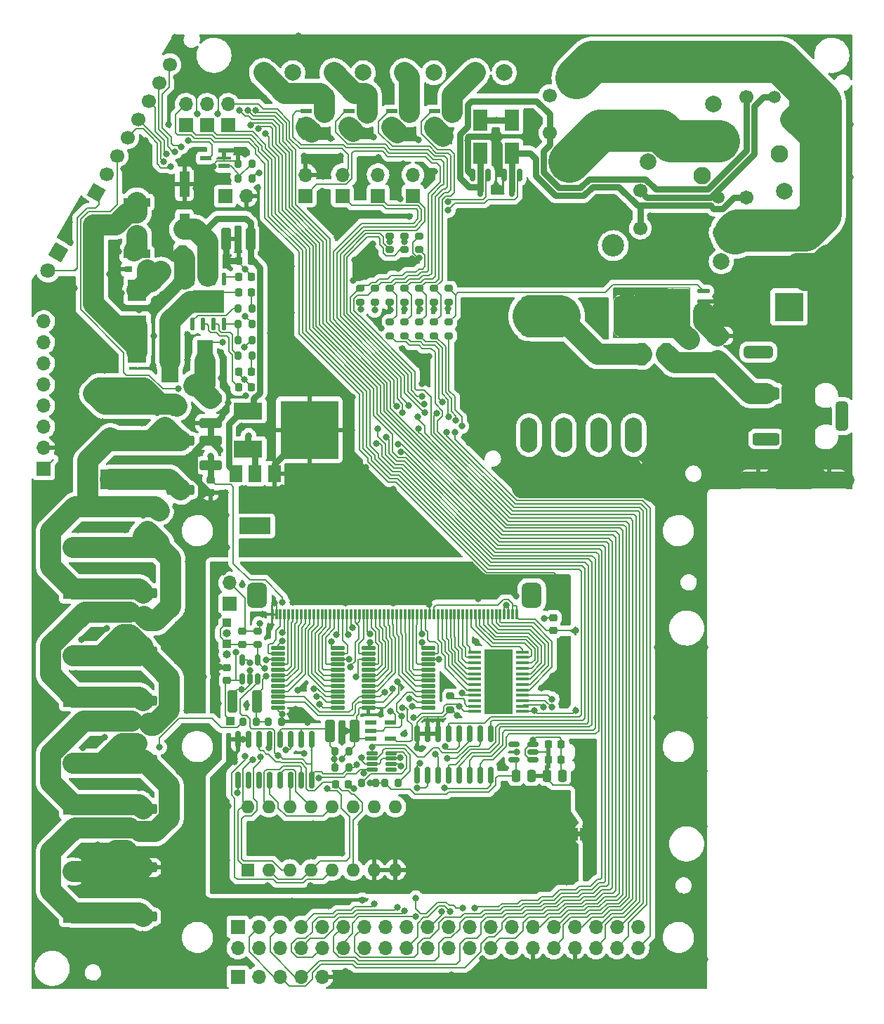
<source format=gtl>
G04 #@! TF.GenerationSoftware,KiCad,Pcbnew,(6.0.5-0)*
G04 #@! TF.CreationDate,2022-10-21T13:34:58+09:00*
G04 #@! TF.ProjectId,qPCR-main,71504352-2d6d-4616-996e-2e6b69636164,rev?*
G04 #@! TF.SameCoordinates,Original*
G04 #@! TF.FileFunction,Copper,L1,Top*
G04 #@! TF.FilePolarity,Positive*
%FSLAX46Y46*%
G04 Gerber Fmt 4.6, Leading zero omitted, Abs format (unit mm)*
G04 Created by KiCad (PCBNEW (6.0.5-0)) date 2022-10-21 13:34:58*
%MOMM*%
%LPD*%
G01*
G04 APERTURE LIST*
G04 Aperture macros list*
%AMRoundRect*
0 Rectangle with rounded corners*
0 $1 Rounding radius*
0 $2 $3 $4 $5 $6 $7 $8 $9 X,Y pos of 4 corners*
0 Add a 4 corners polygon primitive as box body*
4,1,4,$2,$3,$4,$5,$6,$7,$8,$9,$2,$3,0*
0 Add four circle primitives for the rounded corners*
1,1,$1+$1,$2,$3*
1,1,$1+$1,$4,$5*
1,1,$1+$1,$6,$7*
1,1,$1+$1,$8,$9*
0 Add four rect primitives between the rounded corners*
20,1,$1+$1,$2,$3,$4,$5,0*
20,1,$1+$1,$4,$5,$6,$7,0*
20,1,$1+$1,$6,$7,$8,$9,0*
20,1,$1+$1,$8,$9,$2,$3,0*%
%AMHorizOval*
0 Thick line with rounded ends*
0 $1 width*
0 $2 $3 position (X,Y) of the first rounded end (center of the circle)*
0 $4 $5 position (X,Y) of the second rounded end (center of the circle)*
0 Add line between two ends*
20,1,$1,$2,$3,$4,$5,0*
0 Add two circle primitives to create the rounded ends*
1,1,$1,$2,$3*
1,1,$1,$4,$5*%
%AMRotRect*
0 Rectangle, with rotation*
0 The origin of the aperture is its center*
0 $1 length*
0 $2 width*
0 $3 Rotation angle, in degrees counterclockwise*
0 Add horizontal line*
21,1,$1,$2,0,0,$3*%
%AMFreePoly0*
4,1,22,0.500000,-0.750000,0.000000,-0.750000,0.000000,-0.745033,-0.079941,-0.743568,-0.215256,-0.701293,-0.333266,-0.622738,-0.424486,-0.514219,-0.481581,-0.384460,-0.499164,-0.250000,-0.500000,-0.250000,-0.500000,0.250000,-0.499164,0.250000,-0.499963,0.256109,-0.478152,0.396186,-0.417904,0.524511,-0.324060,0.630769,-0.204165,0.706417,-0.067858,0.745374,0.000000,0.744959,0.000000,0.750000,
0.500000,0.750000,0.500000,-0.750000,0.500000,-0.750000,$1*%
%AMFreePoly1*
4,1,20,0.000000,0.744959,0.073905,0.744508,0.209726,0.703889,0.328688,0.626782,0.421226,0.519385,0.479903,0.390333,0.500000,0.250000,0.500000,-0.250000,0.499851,-0.262216,0.476331,-0.402017,0.414519,-0.529596,0.319384,-0.634700,0.198574,-0.708877,0.061801,-0.746166,0.000000,-0.745033,0.000000,-0.750000,-0.500000,-0.750000,-0.500000,0.750000,0.000000,0.750000,0.000000,0.744959,
0.000000,0.744959,$1*%
G04 Aperture macros list end*
G04 #@! TA.AperFunction,ComponentPad*
%ADD10R,1.700000X1.700000*%
G04 #@! TD*
G04 #@! TA.AperFunction,ComponentPad*
%ADD11O,1.700000X1.700000*%
G04 #@! TD*
G04 #@! TA.AperFunction,ComponentPad*
%ADD12RotRect,1.800000X1.800000X240.000000*%
G04 #@! TD*
G04 #@! TA.AperFunction,ComponentPad*
%ADD13C,1.800000*%
G04 #@! TD*
G04 #@! TA.AperFunction,ComponentPad*
%ADD14RotRect,1.700000X1.700000X150.000000*%
G04 #@! TD*
G04 #@! TA.AperFunction,ComponentPad*
%ADD15HorizOval,1.700000X0.000000X0.000000X0.000000X0.000000X0*%
G04 #@! TD*
G04 #@! TA.AperFunction,ComponentPad*
%ADD16C,2.000000*%
G04 #@! TD*
G04 #@! TA.AperFunction,SMDPad,CuDef*
%ADD17FreePoly0,180.000000*%
G04 #@! TD*
G04 #@! TA.AperFunction,SMDPad,CuDef*
%ADD18FreePoly1,180.000000*%
G04 #@! TD*
G04 #@! TA.AperFunction,SMDPad,CuDef*
%ADD19RoundRect,0.150000X-0.150000X0.587500X-0.150000X-0.587500X0.150000X-0.587500X0.150000X0.587500X0*%
G04 #@! TD*
G04 #@! TA.AperFunction,ComponentPad*
%ADD20R,2.400000X2.400000*%
G04 #@! TD*
G04 #@! TA.AperFunction,ComponentPad*
%ADD21C,2.400000*%
G04 #@! TD*
G04 #@! TA.AperFunction,SMDPad,CuDef*
%ADD22RoundRect,0.250000X-0.250000X-0.475000X0.250000X-0.475000X0.250000X0.475000X-0.250000X0.475000X0*%
G04 #@! TD*
G04 #@! TA.AperFunction,SMDPad,CuDef*
%ADD23R,2.300000X2.500000*%
G04 #@! TD*
G04 #@! TA.AperFunction,SMDPad,CuDef*
%ADD24RoundRect,0.250000X-1.425000X0.362500X-1.425000X-0.362500X1.425000X-0.362500X1.425000X0.362500X0*%
G04 #@! TD*
G04 #@! TA.AperFunction,SMDPad,CuDef*
%ADD25R,3.200000X1.000000*%
G04 #@! TD*
G04 #@! TA.AperFunction,SMDPad,CuDef*
%ADD26R,1.900000X5.100000*%
G04 #@! TD*
G04 #@! TA.AperFunction,SMDPad,CuDef*
%ADD27R,2.100000X5.100000*%
G04 #@! TD*
G04 #@! TA.AperFunction,SMDPad,CuDef*
%ADD28RoundRect,0.225000X0.225000X0.250000X-0.225000X0.250000X-0.225000X-0.250000X0.225000X-0.250000X0*%
G04 #@! TD*
G04 #@! TA.AperFunction,SMDPad,CuDef*
%ADD29RoundRect,0.225000X-0.225000X-0.250000X0.225000X-0.250000X0.225000X0.250000X-0.225000X0.250000X0*%
G04 #@! TD*
G04 #@! TA.AperFunction,SMDPad,CuDef*
%ADD30R,1.800000X2.500000*%
G04 #@! TD*
G04 #@! TA.AperFunction,SMDPad,CuDef*
%ADD31RoundRect,0.200000X-0.275000X0.200000X-0.275000X-0.200000X0.275000X-0.200000X0.275000X0.200000X0*%
G04 #@! TD*
G04 #@! TA.AperFunction,SMDPad,CuDef*
%ADD32RoundRect,0.200000X0.275000X-0.200000X0.275000X0.200000X-0.275000X0.200000X-0.275000X-0.200000X0*%
G04 #@! TD*
G04 #@! TA.AperFunction,SMDPad,CuDef*
%ADD33RoundRect,0.109795X-0.765205X-0.109794X0.765205X-0.109794X0.765205X0.109794X-0.765205X0.109794X0*%
G04 #@! TD*
G04 #@! TA.AperFunction,SMDPad,CuDef*
%ADD34RoundRect,0.150000X-0.150000X0.825000X-0.150000X-0.825000X0.150000X-0.825000X0.150000X0.825000X0*%
G04 #@! TD*
G04 #@! TA.AperFunction,SMDPad,CuDef*
%ADD35RoundRect,0.225000X0.250000X-0.225000X0.250000X0.225000X-0.250000X0.225000X-0.250000X-0.225000X0*%
G04 #@! TD*
G04 #@! TA.AperFunction,SMDPad,CuDef*
%ADD36RoundRect,0.225000X-0.250000X0.225000X-0.250000X-0.225000X0.250000X-0.225000X0.250000X0.225000X0*%
G04 #@! TD*
G04 #@! TA.AperFunction,SMDPad,CuDef*
%ADD37RoundRect,0.250000X0.325000X1.100000X-0.325000X1.100000X-0.325000X-1.100000X0.325000X-1.100000X0*%
G04 #@! TD*
G04 #@! TA.AperFunction,SMDPad,CuDef*
%ADD38RoundRect,0.109795X-0.552705X-0.109795X0.552705X-0.109795X0.552705X0.109795X-0.552705X0.109795X0*%
G04 #@! TD*
G04 #@! TA.AperFunction,SMDPad,CuDef*
%ADD39RoundRect,0.150000X0.150000X-0.512500X0.150000X0.512500X-0.150000X0.512500X-0.150000X-0.512500X0*%
G04 #@! TD*
G04 #@! TA.AperFunction,SMDPad,CuDef*
%ADD40RoundRect,0.100000X0.687500X0.100000X-0.687500X0.100000X-0.687500X-0.100000X0.687500X-0.100000X0*%
G04 #@! TD*
G04 #@! TA.AperFunction,ComponentPad*
%ADD41C,0.600000*%
G04 #@! TD*
G04 #@! TA.AperFunction,SMDPad,CuDef*
%ADD42R,3.400000X7.800000*%
G04 #@! TD*
G04 #@! TA.AperFunction,SMDPad,CuDef*
%ADD43RoundRect,0.200000X0.200000X0.275000X-0.200000X0.275000X-0.200000X-0.275000X0.200000X-0.275000X0*%
G04 #@! TD*
G04 #@! TA.AperFunction,ComponentPad*
%ADD44R,1.600000X1.600000*%
G04 #@! TD*
G04 #@! TA.AperFunction,ComponentPad*
%ADD45O,1.600000X1.600000*%
G04 #@! TD*
G04 #@! TA.AperFunction,SMDPad,CuDef*
%ADD46R,1.473200X0.558800*%
G04 #@! TD*
G04 #@! TA.AperFunction,SMDPad,CuDef*
%ADD47RoundRect,0.200000X-0.200000X-0.275000X0.200000X-0.275000X0.200000X0.275000X-0.200000X0.275000X0*%
G04 #@! TD*
G04 #@! TA.AperFunction,SMDPad,CuDef*
%ADD48RoundRect,0.072295X0.072295X0.552705X-0.072295X0.552705X-0.072295X-0.552705X0.072295X-0.552705X0*%
G04 #@! TD*
G04 #@! TA.AperFunction,SMDPad,CuDef*
%ADD49RoundRect,0.600000X0.600000X0.899999X-0.600000X0.899999X-0.600000X-0.899999X0.600000X-0.899999X0*%
G04 #@! TD*
G04 #@! TA.AperFunction,SMDPad,CuDef*
%ADD50RoundRect,0.139700X-0.139700X0.590550X-0.139700X-0.590550X0.139700X-0.590550X0.139700X0.590550X0*%
G04 #@! TD*
G04 #@! TA.AperFunction,SMDPad,CuDef*
%ADD51R,3.708400X2.717800*%
G04 #@! TD*
G04 #@! TA.AperFunction,ComponentPad*
%ADD52C,2.108200*%
G04 #@! TD*
G04 #@! TA.AperFunction,ComponentPad*
%ADD53C,1.498600*%
G04 #@! TD*
G04 #@! TA.AperFunction,ComponentPad*
%ADD54C,1.701800*%
G04 #@! TD*
G04 #@! TA.AperFunction,ComponentPad*
%ADD55C,2.006600*%
G04 #@! TD*
G04 #@! TA.AperFunction,ComponentPad*
%ADD56C,2.700000*%
G04 #@! TD*
G04 #@! TA.AperFunction,ComponentPad*
%ADD57C,1.700000*%
G04 #@! TD*
G04 #@! TA.AperFunction,SMDPad,CuDef*
%ADD58R,1.320800X0.558800*%
G04 #@! TD*
G04 #@! TA.AperFunction,SMDPad,CuDef*
%ADD59R,1.397000X0.889000*%
G04 #@! TD*
G04 #@! TA.AperFunction,SMDPad,CuDef*
%ADD60R,0.863600X0.762000*%
G04 #@! TD*
G04 #@! TA.AperFunction,ComponentPad*
%ADD61R,3.500000X3.500000*%
G04 #@! TD*
G04 #@! TA.AperFunction,ComponentPad*
%ADD62RoundRect,0.750000X0.750000X1.000000X-0.750000X1.000000X-0.750000X-1.000000X0.750000X-1.000000X0*%
G04 #@! TD*
G04 #@! TA.AperFunction,ComponentPad*
%ADD63RoundRect,0.875000X0.875000X0.875000X-0.875000X0.875000X-0.875000X-0.875000X0.875000X-0.875000X0*%
G04 #@! TD*
G04 #@! TA.AperFunction,SMDPad,CuDef*
%ADD64R,1.500000X2.000000*%
G04 #@! TD*
G04 #@! TA.AperFunction,SMDPad,CuDef*
%ADD65R,3.800000X2.000000*%
G04 #@! TD*
G04 #@! TA.AperFunction,SMDPad,CuDef*
%ADD66R,0.889000X1.397000*%
G04 #@! TD*
G04 #@! TA.AperFunction,SMDPad,CuDef*
%ADD67R,0.762000X0.863600*%
G04 #@! TD*
G04 #@! TA.AperFunction,SMDPad,CuDef*
%ADD68RoundRect,0.114300X0.643700X0.114300X-0.643700X0.114300X-0.643700X-0.114300X0.643700X-0.114300X0*%
G04 #@! TD*
G04 #@! TA.AperFunction,SMDPad,CuDef*
%ADD69RoundRect,0.114300X1.929700X2.090000X-1.929700X2.090000X-1.929700X-2.090000X1.929700X-2.090000X0*%
G04 #@! TD*
G04 #@! TA.AperFunction,SMDPad,CuDef*
%ADD70RoundRect,0.250000X1.100000X-0.325000X1.100000X0.325000X-1.100000X0.325000X-1.100000X-0.325000X0*%
G04 #@! TD*
G04 #@! TA.AperFunction,SMDPad,CuDef*
%ADD71RoundRect,0.812500X0.812500X1.687500X-0.812500X1.687500X-0.812500X-1.687500X0.812500X-1.687500X0*%
G04 #@! TD*
G04 #@! TA.AperFunction,ComponentPad*
%ADD72O,2.400000X2.400000*%
G04 #@! TD*
G04 #@! TA.AperFunction,ComponentPad*
%ADD73RoundRect,0.375000X1.275000X-0.375000X1.275000X0.375000X-1.275000X0.375000X-1.275000X-0.375000X0*%
G04 #@! TD*
G04 #@! TA.AperFunction,ComponentPad*
%ADD74RoundRect,0.375000X0.375000X1.375000X-0.375000X1.375000X-0.375000X-1.375000X0.375000X-1.375000X0*%
G04 #@! TD*
G04 #@! TA.AperFunction,ComponentPad*
%ADD75RoundRect,0.375000X-1.375000X0.375000X-1.375000X-0.375000X1.375000X-0.375000X1.375000X0.375000X0*%
G04 #@! TD*
G04 #@! TA.AperFunction,SMDPad,CuDef*
%ADD76R,1.219200X3.098800*%
G04 #@! TD*
G04 #@! TA.AperFunction,SMDPad,CuDef*
%ADD77RoundRect,0.150000X0.512500X0.150000X-0.512500X0.150000X-0.512500X-0.150000X0.512500X-0.150000X0*%
G04 #@! TD*
G04 #@! TA.AperFunction,SMDPad,CuDef*
%ADD78RoundRect,0.250000X0.250000X0.475000X-0.250000X0.475000X-0.250000X-0.475000X0.250000X-0.475000X0*%
G04 #@! TD*
G04 #@! TA.AperFunction,SMDPad,CuDef*
%ADD79RoundRect,0.250000X-0.325000X-1.100000X0.325000X-1.100000X0.325000X1.100000X-0.325000X1.100000X0*%
G04 #@! TD*
G04 #@! TA.AperFunction,SMDPad,CuDef*
%ADD80R,3.500000X2.000000*%
G04 #@! TD*
G04 #@! TA.AperFunction,SMDPad,CuDef*
%ADD81R,7.000000X7.000000*%
G04 #@! TD*
G04 #@! TA.AperFunction,ComponentPad*
%ADD82R,1.000000X1.000000*%
G04 #@! TD*
G04 #@! TA.AperFunction,ComponentPad*
%ADD83O,2.100000X4.200000*%
G04 #@! TD*
G04 #@! TA.AperFunction,ComponentPad*
%ADD84O,1.000000X1.000000*%
G04 #@! TD*
G04 #@! TA.AperFunction,ViaPad*
%ADD85C,0.800000*%
G04 #@! TD*
G04 #@! TA.AperFunction,Conductor*
%ADD86C,0.210820*%
G04 #@! TD*
G04 #@! TA.AperFunction,Conductor*
%ADD87C,2.540000*%
G04 #@! TD*
G04 #@! TA.AperFunction,Conductor*
%ADD88C,0.762000*%
G04 #@! TD*
G04 #@! TA.AperFunction,Conductor*
%ADD89C,5.080000*%
G04 #@! TD*
G04 #@! TA.AperFunction,Conductor*
%ADD90C,2.032000*%
G04 #@! TD*
G04 APERTURE END LIST*
G36*
X146740000Y-131100000D02*
G01*
X146240000Y-131100000D01*
X146240000Y-130500000D01*
X146740000Y-130500000D01*
X146740000Y-131100000D01*
G37*
D10*
X81979999Y-86844988D03*
D11*
X81979999Y-84304988D03*
X81979999Y-81764988D03*
X81979999Y-79224988D03*
X81979999Y-76684988D03*
X81979999Y-74144988D03*
X81979999Y-71604988D03*
X81979999Y-69064988D03*
D12*
X83760000Y-60770000D03*
D13*
X82490000Y-62969705D03*
D14*
X88312500Y-53515976D03*
D15*
X89582500Y-51316271D03*
X90852500Y-49116567D03*
X92122500Y-46916862D03*
X93392500Y-44717158D03*
X94662500Y-42517453D03*
X95932500Y-40317749D03*
X97202500Y-38118044D03*
D10*
X105370000Y-148000000D03*
D11*
X107910000Y-148000000D03*
X110450000Y-148000000D03*
X112990000Y-148000000D03*
X115530000Y-148000000D03*
D16*
X129000000Y-39100000D03*
X125500000Y-39100000D03*
D10*
X104399994Y-103105001D03*
D11*
X104399994Y-100565001D03*
D17*
X147140000Y-130800000D03*
D18*
X145840000Y-130800000D03*
D19*
X97560000Y-79732500D03*
X95660000Y-79732500D03*
X96610000Y-81607500D03*
X95870000Y-92062500D03*
X93970000Y-92062500D03*
X94920000Y-93937500D03*
X92926000Y-104512500D03*
X91026000Y-104512500D03*
X91976000Y-106387500D03*
X92926000Y-117512500D03*
X91026000Y-117512500D03*
X91976000Y-119387500D03*
X92926000Y-130512500D03*
X91026000Y-130512500D03*
X91976000Y-132387500D03*
D20*
X85546006Y-101319990D03*
D21*
X85546006Y-96319990D03*
D20*
X85546006Y-114319990D03*
D21*
X85546006Y-109319990D03*
D20*
X85546006Y-127319989D03*
D21*
X85546006Y-122319989D03*
D20*
X85546006Y-140319989D03*
D21*
X85546006Y-135319989D03*
D22*
X138902505Y-123797500D03*
X140802505Y-123797500D03*
D23*
X93220007Y-69619995D03*
X93220007Y-65319995D03*
X93220007Y-72799990D03*
X93220007Y-77099990D03*
D24*
X98430000Y-83457500D03*
X98430000Y-89382500D03*
X93936000Y-95857500D03*
X93936000Y-101782500D03*
X93936000Y-108857500D03*
X93936000Y-114782500D03*
X93936000Y-121857500D03*
X93936000Y-127782500D03*
X93936000Y-134857500D03*
X93936000Y-140782500D03*
D25*
X93220007Y-60900011D03*
X93220007Y-54700011D03*
D26*
X101395000Y-73880000D03*
D27*
X97195000Y-73880000D03*
D28*
X107004988Y-63677800D03*
X105454988Y-63677800D03*
D29*
X105454988Y-75107800D03*
X107004988Y-75107800D03*
D20*
X90030000Y-88090000D03*
D21*
X90030000Y-83090000D03*
D16*
X137500000Y-39100000D03*
X134000000Y-39100000D03*
X120500000Y-39100000D03*
X117000000Y-39100000D03*
D30*
X134590000Y-48790000D03*
X134590000Y-44790000D03*
X138400000Y-48790000D03*
X138400000Y-44790000D03*
D19*
X135540000Y-51452500D03*
X133640000Y-51452500D03*
X134590000Y-53327500D03*
X139350000Y-51452500D03*
X137450000Y-51452500D03*
X138400000Y-53327500D03*
D31*
X123725991Y-58779021D03*
X123725991Y-60429021D03*
D32*
X125503991Y-60429021D03*
X125503991Y-58779021D03*
D33*
X110245846Y-108425983D03*
X110245846Y-109075981D03*
X110245846Y-109725982D03*
X110245846Y-110375982D03*
X110245846Y-111025982D03*
X110245846Y-111675982D03*
X110245846Y-112325982D03*
X110245846Y-112975982D03*
X110245846Y-113625982D03*
X110245846Y-114275982D03*
X110245846Y-114925983D03*
X110245846Y-115575981D03*
X117445846Y-115575981D03*
X117445846Y-114925983D03*
X117445846Y-114275982D03*
X117445846Y-113625982D03*
X117445846Y-112975982D03*
X117445846Y-112325982D03*
X117445846Y-111675982D03*
X117445846Y-111025982D03*
X117445846Y-110375982D03*
X117445846Y-109725982D03*
X117445846Y-109075981D03*
X117445846Y-108425983D03*
D34*
X135865000Y-118745000D03*
X134595000Y-118745000D03*
X133325000Y-118745000D03*
X132055000Y-118745000D03*
X130785000Y-118745000D03*
X129515000Y-118745000D03*
X128245000Y-118745000D03*
X126975000Y-118745000D03*
X126975000Y-123695000D03*
X128245000Y-123695000D03*
X129515000Y-123695000D03*
X130785000Y-123695000D03*
X132055000Y-123695000D03*
X133325000Y-123695000D03*
X134595000Y-123695000D03*
X135865000Y-123695000D03*
D33*
X121135855Y-108425983D03*
X121135855Y-109075981D03*
X121135855Y-109725982D03*
X121135855Y-110375982D03*
X121135855Y-111025982D03*
X121135855Y-111675982D03*
X121135855Y-112325982D03*
X121135855Y-112975982D03*
X121135855Y-113625982D03*
X121135855Y-114275982D03*
X121135855Y-114925983D03*
X121135855Y-115575981D03*
X128335855Y-115575981D03*
X128335855Y-114925983D03*
X128335855Y-114275982D03*
X128335855Y-113625982D03*
X128335855Y-112975982D03*
X128335855Y-112325982D03*
X128335855Y-111675982D03*
X128335855Y-111025982D03*
X128335855Y-110375982D03*
X128335855Y-109725982D03*
X128335855Y-109075981D03*
X128335855Y-108425983D03*
D35*
X104069998Y-112284988D03*
X104069998Y-110734988D03*
D36*
X143430000Y-104765000D03*
X143430000Y-106315000D03*
X105885005Y-106405000D03*
X105885005Y-107955000D03*
D29*
X117164998Y-124822407D03*
X118714998Y-124822407D03*
D37*
X119414998Y-118369994D03*
X116464998Y-118369994D03*
D38*
X121562500Y-121075000D03*
X121562500Y-121725000D03*
X121562500Y-122375000D03*
X121562500Y-123025000D03*
X123837500Y-123025000D03*
X123837500Y-122375000D03*
X123837500Y-121725000D03*
X123837500Y-121075000D03*
D39*
X105887505Y-112127500D03*
X106837505Y-112127500D03*
X107787505Y-112127500D03*
X107787505Y-109852500D03*
X105887505Y-109852500D03*
D40*
X139666900Y-116046200D03*
X139666900Y-115396200D03*
X139666900Y-114746200D03*
X139666900Y-114096200D03*
X139666900Y-113446200D03*
X139666900Y-112796200D03*
X139666900Y-112146200D03*
X139666900Y-111496200D03*
X139666900Y-110846200D03*
X139666900Y-110196200D03*
X139666900Y-109546200D03*
X139666900Y-108896200D03*
X133941900Y-108896200D03*
X133941900Y-109546200D03*
X133941900Y-110196200D03*
X133941900Y-110846200D03*
X133941900Y-111496200D03*
X133941900Y-112146200D03*
X133941900Y-112796200D03*
X133941900Y-113446200D03*
X133941900Y-114096200D03*
X133941900Y-114746200D03*
X133941900Y-115396200D03*
X133941900Y-116046200D03*
D41*
X136804400Y-114421200D03*
X136804400Y-110521200D03*
X135504400Y-113121200D03*
X138104400Y-111821200D03*
X135504400Y-115721200D03*
X135504400Y-109221200D03*
X138104400Y-113121200D03*
X135504400Y-110521200D03*
X135504400Y-111821200D03*
X136804400Y-115721200D03*
X136804400Y-113121200D03*
D42*
X136804400Y-112471200D03*
D41*
X136804400Y-111821200D03*
X138104400Y-109221200D03*
X138104400Y-114421200D03*
X135504400Y-114421200D03*
X138104400Y-115721200D03*
X138104400Y-110521200D03*
X136804400Y-109221200D03*
D43*
X118764998Y-122765007D03*
X117114998Y-122765007D03*
D34*
X114255000Y-119395620D03*
X112985000Y-119395620D03*
X111715000Y-119395620D03*
X110445000Y-119395620D03*
X109175000Y-119395620D03*
X107905000Y-119395620D03*
X106635000Y-119395620D03*
X105365000Y-119395620D03*
X105365000Y-124345620D03*
X106635000Y-124345620D03*
X107905000Y-124345620D03*
X109175000Y-124345620D03*
X110445000Y-124345620D03*
X111715000Y-124345620D03*
X112985000Y-124345620D03*
X114255000Y-124345620D03*
D44*
X106585004Y-135149996D03*
D45*
X109125004Y-135149996D03*
X111665004Y-135149996D03*
X114205004Y-135149996D03*
X116745004Y-135149996D03*
X119285004Y-135149996D03*
X121825004Y-135149996D03*
X124365004Y-135149996D03*
X124365004Y-127529996D03*
X121825004Y-127529996D03*
X119285004Y-127529996D03*
X116745004Y-127529996D03*
X114205004Y-127529996D03*
X111665004Y-127529996D03*
X109125004Y-127529996D03*
X106585004Y-127529996D03*
D46*
X121416191Y-117419993D03*
X121416191Y-118369994D03*
X121416191Y-119319995D03*
X123803791Y-119319995D03*
X123803791Y-117419993D03*
D47*
X117114998Y-120860007D03*
X118764998Y-120860007D03*
X105965007Y-117320009D03*
X107615007Y-117320009D03*
D43*
X121975000Y-124690000D03*
X120325000Y-124690000D03*
D47*
X123085000Y-124640000D03*
X124735000Y-124640000D03*
D48*
X139019991Y-104340000D03*
X138519991Y-104340000D03*
X138019991Y-104340000D03*
X137519991Y-104340000D03*
X137019991Y-104340000D03*
X136519991Y-104340000D03*
X136019992Y-104340000D03*
X135519990Y-104340000D03*
X135019991Y-104340000D03*
X134519990Y-104340000D03*
X134019991Y-104340000D03*
X133519992Y-104340000D03*
X133019990Y-104340000D03*
X132519991Y-104340000D03*
X132019990Y-104340000D03*
X131519991Y-104340000D03*
X131019992Y-104340000D03*
X130519990Y-104340000D03*
X130019991Y-104340000D03*
X129519992Y-104340000D03*
X129019991Y-104340000D03*
X128519992Y-104340000D03*
X128019990Y-104340000D03*
X127519991Y-104340000D03*
X127019992Y-104340000D03*
X126519991Y-104340000D03*
X126019992Y-104340000D03*
X125519990Y-104340000D03*
X125019991Y-104340000D03*
X124519992Y-104340000D03*
X124019991Y-104340000D03*
X123519992Y-104340000D03*
X123019990Y-104340000D03*
X122519991Y-104340000D03*
X122019992Y-104340000D03*
X121519990Y-104340000D03*
X121019991Y-104340000D03*
X120519990Y-104340000D03*
X120019991Y-104340000D03*
X119519992Y-104340000D03*
X119019990Y-104340000D03*
X118519991Y-104340000D03*
X118019990Y-104340000D03*
X117519991Y-104340000D03*
X117019992Y-104340000D03*
X116519990Y-104340000D03*
X116019991Y-104340000D03*
X115519990Y-104340000D03*
X115019991Y-104340000D03*
X114519992Y-104340000D03*
X114019990Y-104340000D03*
X113519991Y-104340000D03*
X113019992Y-104340000D03*
X112519993Y-104340000D03*
X112019994Y-104340000D03*
X111519995Y-104340000D03*
X111019996Y-104340000D03*
X110519997Y-104340000D03*
X110019998Y-104340000D03*
X109519999Y-104340000D03*
D49*
X140819991Y-102015000D03*
X107720003Y-102015000D03*
D50*
X103715000Y-63925850D03*
X102445000Y-63925850D03*
X101175000Y-63925850D03*
X99905000Y-63925850D03*
X99905000Y-69374150D03*
X101175000Y-69374150D03*
X102445000Y-69374150D03*
X103715000Y-69374150D03*
D51*
X101810000Y-66650000D03*
D16*
X163669312Y-61854869D03*
X163669312Y-58354869D03*
D52*
X172059312Y-44714869D03*
D53*
X170109312Y-42064869D03*
D54*
X166709312Y-42064869D03*
D55*
X162759312Y-42864869D03*
D52*
X163359312Y-47364869D03*
X161359312Y-51514869D03*
D53*
X163309312Y-54164869D03*
D54*
X166709312Y-54164869D03*
D55*
X171259312Y-53364869D03*
D52*
X170659312Y-48864869D03*
D56*
X146249312Y-39724869D03*
D57*
X142999312Y-41824869D03*
X142999312Y-46324869D03*
D16*
X145349312Y-49824869D03*
X154849312Y-49824869D03*
D57*
X153899312Y-53324869D03*
X153899312Y-57824869D03*
D56*
X150649312Y-59924869D03*
D36*
X102089991Y-88135008D03*
X102089991Y-89685008D03*
D58*
X123942805Y-43760212D03*
X123942805Y-45639812D03*
X126127205Y-44700012D03*
X129107794Y-43760212D03*
X129107794Y-45639812D03*
X131292194Y-44700012D03*
X120962191Y-44700012D03*
X118777791Y-45639812D03*
X118777791Y-43760212D03*
X113612803Y-43760212D03*
X113612803Y-45639812D03*
X115797203Y-44700012D03*
D59*
X93969307Y-62770004D03*
D60*
X92204007Y-62770004D03*
D61*
X171828993Y-67310000D03*
D62*
X177828993Y-67310000D03*
D63*
X174828993Y-62610000D03*
D64*
X109769991Y-87400009D03*
X107469991Y-87400009D03*
X105169991Y-87400009D03*
D65*
X107469991Y-93700009D03*
D28*
X107004988Y-65582800D03*
X105454988Y-65582800D03*
D47*
X105404988Y-67487800D03*
X107054988Y-67487800D03*
D66*
X159900000Y-73499300D03*
D67*
X159900000Y-71734000D03*
D68*
X161510206Y-69204992D03*
X161510206Y-67934992D03*
X161510206Y-66664992D03*
X161510206Y-65394992D03*
D69*
X157773206Y-67304292D03*
D68*
X155168206Y-67934992D03*
X155168206Y-66664992D03*
X155168206Y-65394992D03*
X155168206Y-69204992D03*
D70*
X163230000Y-73745000D03*
X163230000Y-70795000D03*
D37*
X157065000Y-73030000D03*
X154115000Y-73030000D03*
D71*
X152285006Y-68409998D03*
X141035006Y-68409998D03*
D16*
X112000000Y-39100000D03*
X108500000Y-39100000D03*
D10*
X122292008Y-53920949D03*
D11*
X122292008Y-51380949D03*
D10*
X126483008Y-53920949D03*
D11*
X126483008Y-51380949D03*
D10*
X99140000Y-45435000D03*
D11*
X99140000Y-42895000D03*
D10*
X101680000Y-45435000D03*
D11*
X101680000Y-42895000D03*
D10*
X104220000Y-45435000D03*
D11*
X104220000Y-42895000D03*
D10*
X117974999Y-53920949D03*
D11*
X117974999Y-51380949D03*
D10*
X113530000Y-53920945D03*
D11*
X113530000Y-51380945D03*
D31*
X130838000Y-65095000D03*
X130838000Y-66745000D03*
D32*
X120169991Y-66745010D03*
X120169991Y-65095010D03*
X127281991Y-66745010D03*
X127281991Y-65095010D03*
X129060000Y-66745000D03*
X129060000Y-65095000D03*
X121947991Y-66745010D03*
X121947991Y-65095010D03*
X123725991Y-66745010D03*
X123725991Y-65095010D03*
X125504000Y-66745000D03*
X125504000Y-65095000D03*
D31*
X130838000Y-69125000D03*
X130838000Y-70775000D03*
D32*
X127281991Y-60429021D03*
X127281991Y-58779021D03*
D31*
X127282000Y-69125000D03*
X127282000Y-70775000D03*
X129060000Y-69125000D03*
X129060000Y-70775000D03*
X125504000Y-69125000D03*
X125504000Y-70775000D03*
X123725991Y-69125000D03*
X123725991Y-70775000D03*
D32*
X131010000Y-115845000D03*
X131010000Y-114195000D03*
D21*
X88000000Y-77725000D03*
D72*
X88000000Y-57405000D03*
D10*
X105369995Y-141999995D03*
D11*
X105369995Y-144539995D03*
X107909995Y-141999995D03*
X107909995Y-144539995D03*
X110449995Y-141999995D03*
X110449995Y-144539995D03*
X112989995Y-141999995D03*
X112989995Y-144539995D03*
X115529995Y-141999995D03*
X115529995Y-144539995D03*
X118069995Y-141999995D03*
X118069995Y-144539995D03*
X120609995Y-141999995D03*
X120609995Y-144539995D03*
X123149995Y-141999995D03*
X123149995Y-144539995D03*
X125689995Y-141999995D03*
X125689995Y-144539995D03*
X128229995Y-141999995D03*
X128229995Y-144539995D03*
X130769995Y-141999995D03*
X130769995Y-144539995D03*
X133309995Y-141999995D03*
X133309995Y-144539995D03*
X135849995Y-141999995D03*
X135849995Y-144539995D03*
X138389995Y-141999995D03*
X138389995Y-144539995D03*
X140929995Y-141999995D03*
X140929995Y-144539995D03*
X143469995Y-141999995D03*
X143469995Y-144539995D03*
X146009995Y-141999995D03*
X146009995Y-144539995D03*
X148549995Y-141999995D03*
X148549995Y-144539995D03*
X151089995Y-141999995D03*
X151089995Y-144539995D03*
X153629995Y-141999995D03*
X153629995Y-144539995D03*
D47*
X105404988Y-73202800D03*
X107054988Y-73202800D03*
X105404988Y-51816000D03*
X107054988Y-51816000D03*
X107054988Y-50038000D03*
X105404988Y-50038000D03*
D58*
X103692200Y-50339800D03*
X103692200Y-48460200D03*
X101507800Y-49400000D03*
D70*
X102089991Y-81314998D03*
X102089991Y-78364998D03*
X102089991Y-86394998D03*
X102089991Y-83444998D03*
D73*
X169100008Y-83225988D03*
X169100008Y-77725988D03*
X172850008Y-82975988D03*
X172850008Y-77975988D03*
D74*
X178250008Y-80475988D03*
D75*
X168150008Y-88175988D03*
X176650008Y-88175988D03*
X168150008Y-72775988D03*
X176650008Y-72775988D03*
D37*
X106885000Y-59105800D03*
X103935000Y-59105800D03*
D28*
X107004988Y-61772800D03*
X105454988Y-61772800D03*
D76*
X98940010Y-57602704D03*
X98940010Y-52497304D03*
D77*
X140990005Y-121890000D03*
X140990005Y-120940000D03*
X140990005Y-119990000D03*
X138715005Y-119990000D03*
X138715005Y-121890000D03*
D28*
X144367502Y-119987500D03*
X142817502Y-119987500D03*
D32*
X107790005Y-108005000D03*
X107790005Y-106355000D03*
D43*
X107054988Y-71297800D03*
X105404988Y-71297800D03*
D47*
X109035004Y-117320009D03*
X110685004Y-117320009D03*
D78*
X144542502Y-123797500D03*
X142642502Y-123797500D03*
D79*
X104765000Y-114800000D03*
X107715000Y-114800000D03*
D80*
X106605000Y-79830000D03*
X106605000Y-84410000D03*
D81*
X114005000Y-82130000D03*
D28*
X107004988Y-77012800D03*
X105454988Y-77012800D03*
D47*
X105404988Y-69392800D03*
X107054988Y-69392800D03*
D28*
X144367502Y-121892500D03*
X142817502Y-121892500D03*
D79*
X98690000Y-61210000D03*
X101640000Y-61210000D03*
D11*
X106390000Y-53985000D03*
D10*
X103850000Y-53985000D03*
D82*
X104510000Y-117200000D03*
D83*
X140490004Y-88250007D03*
X144690004Y-88250007D03*
X148890004Y-88250007D03*
X153090004Y-88250007D03*
X140490004Y-82750007D03*
X144690004Y-82750007D03*
X148890004Y-82750007D03*
X153090004Y-82750007D03*
D82*
X104069998Y-107890005D03*
D84*
X104069998Y-109160005D03*
D82*
X104069998Y-105350005D03*
D84*
X104069998Y-106620005D03*
D85*
X81970000Y-67030000D03*
X85190000Y-59530000D03*
X85090000Y-57060000D03*
X81040000Y-64100000D03*
X85700000Y-65030000D03*
X86760000Y-54580000D03*
X108550000Y-42140000D03*
X100850000Y-39060000D03*
X104330000Y-34950000D03*
X105580000Y-39220000D03*
X97780000Y-34860000D03*
X97980000Y-39630000D03*
X97050000Y-45330000D03*
X94230000Y-47310000D03*
X91610000Y-50700000D03*
X96870000Y-51560000D03*
X94630000Y-53120000D03*
X100340000Y-53010000D03*
X107790000Y-52970000D03*
X104240000Y-52140000D03*
X100180000Y-50450000D03*
X99030000Y-55030000D03*
X114540000Y-55630000D03*
X115670000Y-51580000D03*
X117790000Y-49150000D03*
X113360000Y-49120000D03*
X115520000Y-53400000D03*
X117380000Y-58850000D03*
X97263508Y-50440521D03*
X96421445Y-49834477D03*
X96802643Y-48868444D03*
X102429099Y-50371633D03*
X98187300Y-77153720D03*
X97771666Y-48610750D03*
X98573995Y-48009352D03*
X99419989Y-47301242D03*
X107940030Y-51197999D03*
X108699473Y-46420000D03*
X107872924Y-45846421D03*
X106913311Y-45410707D03*
X107555003Y-43603110D03*
X106552300Y-43603110D03*
X105549597Y-43603110D03*
X112370000Y-115730000D03*
X134070000Y-129110000D03*
X112630000Y-113500000D03*
X137280000Y-122530000D03*
X104010000Y-133940000D03*
X130760000Y-131020000D03*
X114470000Y-129580000D03*
X117950000Y-133120000D03*
X145030000Y-136620000D03*
X103600000Y-99240000D03*
X131850000Y-136860000D03*
X114960000Y-100150000D03*
X120250000Y-129680000D03*
X118450000Y-118410000D03*
X108380000Y-104310000D03*
X109770000Y-103020000D03*
X106035620Y-119395620D03*
X114150000Y-137060000D03*
X107010000Y-133060000D03*
X104960000Y-122080000D03*
X113820000Y-117340000D03*
X144760000Y-128490000D03*
X124100000Y-102970000D03*
X111990000Y-102880000D03*
X110700000Y-116400000D03*
X139770000Y-130300000D03*
X138950000Y-102150000D03*
X103240000Y-124740000D03*
X103530000Y-130860000D03*
X144410000Y-107420000D03*
X106860893Y-111141869D03*
X104240000Y-127420000D03*
X123100000Y-133880000D03*
X143370000Y-111810000D03*
X117970000Y-121820000D03*
X131030000Y-99370000D03*
X124610000Y-112450000D03*
X108920000Y-136990000D03*
X113360000Y-121110000D03*
X105900000Y-100780000D03*
X103580000Y-136680000D03*
X139050000Y-120970000D03*
X130690000Y-126990000D03*
X118040000Y-136500000D03*
X134130000Y-107610000D03*
X144280000Y-103610000D03*
X143790000Y-100030000D03*
X103050000Y-115100000D03*
X106420000Y-115290000D03*
X141920000Y-133720000D03*
X137550000Y-136690000D03*
X105819989Y-113392700D03*
X126680000Y-99920000D03*
X103160000Y-110720000D03*
X134380000Y-133620000D03*
X109180000Y-105930000D03*
X141940000Y-113190000D03*
X136660000Y-126140000D03*
X119395652Y-125300230D03*
X124430000Y-136730000D03*
X110880000Y-133670000D03*
X130750000Y-112630000D03*
X134350000Y-102440000D03*
X103030000Y-104490000D03*
X102980000Y-101660000D03*
X123210000Y-130470000D03*
X107060000Y-99180000D03*
X110120000Y-129060000D03*
X118390000Y-102950000D03*
X128390000Y-103130000D03*
X125490000Y-118770000D03*
X109830000Y-99870000D03*
X142020000Y-125420000D03*
X121350000Y-100000000D03*
X102100000Y-85280000D03*
X106820000Y-110140000D03*
X115178292Y-124047949D03*
X110766702Y-102910472D03*
X130300000Y-125240000D03*
X106670000Y-82800000D03*
X132065266Y-115456550D03*
X126535974Y-116825312D03*
X121880000Y-67690000D03*
X120556790Y-123456790D03*
X110229473Y-121386692D03*
X121337060Y-124679360D03*
X119709344Y-122444600D03*
X107183595Y-121903970D03*
X110720857Y-107580982D03*
X108581002Y-110818201D03*
X121322711Y-107717206D03*
X127576023Y-107750000D03*
X123800221Y-115984791D03*
X108768360Y-111803244D03*
X118978537Y-110726901D03*
X116686015Y-107630000D03*
X116144269Y-125300230D03*
X116967350Y-121809769D03*
X137730000Y-103250000D03*
X142320000Y-104810000D03*
X106150000Y-72200000D03*
X140980000Y-119455131D03*
X103575208Y-71534180D03*
X100060000Y-76830000D03*
X95920000Y-120360000D03*
X98880000Y-57970000D03*
X93240000Y-58712720D03*
X96110000Y-63055440D03*
X136550000Y-44790000D03*
X120200000Y-67590000D03*
X93220000Y-55970000D03*
X130358026Y-120291974D03*
X118703878Y-106834746D03*
X125049330Y-122626454D03*
X126832710Y-138514290D03*
X132534530Y-139704819D03*
X125108756Y-116581701D03*
X129998506Y-78773444D03*
X131563282Y-82374738D03*
X115252356Y-115157722D03*
X126430280Y-115409081D03*
X124585189Y-139663719D03*
X130759597Y-80544978D03*
X127070650Y-80543892D03*
X119228110Y-105980000D03*
X130602886Y-121722829D03*
X114919183Y-114211991D03*
X125502234Y-140077259D03*
X126097661Y-114463154D03*
X127337944Y-122253143D03*
X131673050Y-80958518D03*
X125032501Y-84787551D03*
X127031437Y-125288563D03*
X126805369Y-140785369D03*
X124047936Y-113327951D03*
X127575700Y-78079166D03*
X124727704Y-83832296D03*
X123080000Y-113741491D03*
X129235155Y-121171958D03*
X108130000Y-121490430D03*
X111192343Y-120678593D03*
X121610000Y-120300000D03*
X124535561Y-79297979D03*
X122266367Y-81980779D03*
X123280287Y-82969713D03*
X125951792Y-79175960D03*
X122103178Y-83795459D03*
X125244579Y-80006996D03*
X121858846Y-139217539D03*
X129951079Y-140179659D03*
X142209402Y-115557671D03*
X118795846Y-109740982D03*
X117287647Y-106798828D03*
X129655677Y-109744311D03*
X127576023Y-106747297D03*
X119597333Y-111846251D03*
X121307792Y-106714614D03*
X110720857Y-106578279D03*
X108817715Y-109843840D03*
X130990000Y-140133764D03*
X143212105Y-115557671D03*
X143240413Y-114555368D03*
X125216452Y-115584799D03*
X114566722Y-113273278D03*
X144170000Y-68420000D03*
X130560876Y-82399124D03*
X127862936Y-79039847D03*
X127937415Y-80039780D03*
X129353646Y-80131438D03*
X130717300Y-54670000D03*
X123730000Y-59426321D03*
X130717300Y-55672703D03*
X125510000Y-59426321D03*
X132374499Y-81675024D03*
X127198791Y-81961209D03*
X103970000Y-92360000D03*
X85300000Y-69430000D03*
X93360000Y-137930000D03*
X112690000Y-34700000D03*
X128410000Y-73240000D03*
X120180000Y-53210000D03*
X111100000Y-79430000D03*
X176600000Y-75560000D03*
X85850000Y-111440000D03*
X80910000Y-88750000D03*
X120900000Y-56270000D03*
X89690000Y-111820000D03*
X119490000Y-61630000D03*
X122060000Y-62210000D03*
X100930000Y-127640000D03*
X156120000Y-97290000D03*
X95850000Y-148730000D03*
X93470000Y-125220000D03*
X126060000Y-56380000D03*
X99390000Y-98000000D03*
X129060000Y-67580000D03*
X81130000Y-119750000D03*
X93770000Y-81270000D03*
X155880000Y-116750000D03*
X179260000Y-45310000D03*
X161440000Y-140350000D03*
X86550000Y-107360000D03*
X102980000Y-44080000D03*
X93850000Y-142850000D03*
X156320000Y-103590000D03*
X127530000Y-92890000D03*
X116580000Y-47040000D03*
X105910000Y-89200000D03*
X86100000Y-94160000D03*
X118320000Y-147340000D03*
X109700000Y-65720000D03*
X101220000Y-111890000D03*
X103910000Y-89670000D03*
X156040000Y-90820000D03*
X103440000Y-80510000D03*
X127170000Y-47210000D03*
X113900000Y-79500000D03*
X116290000Y-82100000D03*
X114250605Y-46239396D03*
X158810000Y-112310000D03*
X116530000Y-79320000D03*
X85850000Y-133330000D03*
X125500000Y-67610000D03*
X96290000Y-65820000D03*
X157430000Y-148880000D03*
X120770000Y-86650000D03*
X90820000Y-98930000D03*
X156200000Y-129950000D03*
X128190000Y-52440000D03*
X161340000Y-103790000D03*
X100470000Y-44060000D03*
X89570000Y-106040000D03*
X84220000Y-116650000D03*
X103160000Y-84500000D03*
X83450000Y-128800000D03*
X105318760Y-125820000D03*
X86120000Y-143190000D03*
X86400000Y-124760000D03*
X124740000Y-62720000D03*
X131852163Y-116494978D03*
X89030000Y-81110000D03*
X117910000Y-89490000D03*
X104010000Y-96320000D03*
X125340000Y-50030000D03*
X123750000Y-67690000D03*
X84420000Y-103490000D03*
X109500000Y-79860000D03*
X116500000Y-84650000D03*
X105970000Y-96260000D03*
X156200000Y-134910000D03*
X85790000Y-148730000D03*
X124963968Y-121627393D03*
X110730000Y-89130000D03*
X90510000Y-85820000D03*
X161490000Y-96890000D03*
X106240000Y-62740000D03*
X106320000Y-77990000D03*
X137850000Y-84910000D03*
X90970000Y-60610000D03*
X130130605Y-46769396D03*
X93410000Y-111950000D03*
X147860000Y-67280000D03*
X100990000Y-101690000D03*
X155950000Y-108310000D03*
X121690000Y-59690000D03*
X98170000Y-133500000D03*
X124640000Y-46370000D03*
X83030000Y-91050000D03*
X89890000Y-63370000D03*
X122910000Y-148340000D03*
X131170000Y-147810000D03*
X99230000Y-115970000D03*
X106260000Y-68440000D03*
X99270000Y-70680000D03*
X134891775Y-145821225D03*
X111850000Y-62400000D03*
X127590000Y-76540000D03*
X109360000Y-75720000D03*
X81190000Y-100230000D03*
X161680000Y-145890000D03*
X81140000Y-126320000D03*
X80930000Y-93300000D03*
X111230000Y-84860000D03*
X99300000Y-73690000D03*
X95120000Y-74360000D03*
X179050000Y-77670000D03*
X106140386Y-76074962D03*
X120380000Y-138760000D03*
X149720000Y-64090000D03*
X153080000Y-146440000D03*
X119100000Y-82130000D03*
X133290000Y-83710000D03*
X125000000Y-54260000D03*
X98070000Y-109980000D03*
X114100000Y-84800000D03*
X129070000Y-50960000D03*
X89320000Y-119190000D03*
X178120000Y-58680000D03*
X109690000Y-37470000D03*
X162190000Y-87150000D03*
X100680000Y-137110000D03*
X89330000Y-75000000D03*
X81490000Y-144470000D03*
X147630000Y-61560000D03*
X137360000Y-146230000D03*
X124930000Y-96880000D03*
X103460000Y-140390000D03*
X97880000Y-91420000D03*
X100410000Y-41670000D03*
X108370000Y-91800000D03*
X84550000Y-85010000D03*
X104200000Y-61680000D03*
X124130000Y-89280000D03*
X141150000Y-115971211D03*
X91770000Y-94140000D03*
X161620000Y-123190000D03*
X111960000Y-138920000D03*
X168520000Y-86040000D03*
X119280000Y-64110000D03*
X179020000Y-39080000D03*
X151920000Y-55150000D03*
X107890000Y-140070000D03*
X161330000Y-135090000D03*
X156250000Y-123460000D03*
X173930000Y-35410000D03*
X91310000Y-65620000D03*
X116290000Y-139440000D03*
X133125269Y-47308601D03*
X130717300Y-67510000D03*
X161600000Y-129950000D03*
X156960000Y-86330000D03*
X126999989Y-120420011D03*
X113550000Y-77020000D03*
X119270000Y-96700000D03*
X156320000Y-140070000D03*
X111830000Y-68010000D03*
X98120000Y-105530000D03*
X104230000Y-78840000D03*
X101100000Y-89940000D03*
X120297300Y-121632370D03*
X98630000Y-64140000D03*
X161110000Y-91110000D03*
X161580000Y-116820000D03*
X114330000Y-87060000D03*
X161670000Y-108360000D03*
X114002500Y-82132500D03*
X111340000Y-82150000D03*
X176770000Y-85300000D03*
X133360000Y-147690000D03*
X108330000Y-58780000D03*
X114730000Y-93720000D03*
X103510000Y-73250000D03*
X146104629Y-106310000D03*
X107590000Y-34940000D03*
X130720000Y-96840000D03*
X158840000Y-138320000D03*
X81560000Y-139760000D03*
X98300000Y-123310000D03*
X86460000Y-98880000D03*
X81090000Y-106700000D03*
X95280000Y-70830000D03*
X86970000Y-137960000D03*
X89890000Y-145910000D03*
X158920000Y-126700000D03*
X93430000Y-67640000D03*
X124520000Y-52560000D03*
X81090000Y-131430000D03*
X88450000Y-132090000D03*
X119300605Y-46159396D03*
X178550000Y-70740000D03*
X148650000Y-149000000D03*
X111470000Y-96680000D03*
X178430000Y-63490000D03*
X103410000Y-75910000D03*
X122040000Y-92710000D03*
X147730000Y-124880000D03*
X84380000Y-74110000D03*
X178600000Y-86270000D03*
X122650000Y-69900000D03*
X119200000Y-78200000D03*
X96360000Y-85680000D03*
X121750000Y-46840000D03*
X87720000Y-71700000D03*
X162050000Y-56920000D03*
X103090000Y-41600000D03*
X143660000Y-146400000D03*
X86690000Y-120420000D03*
X80970000Y-112630000D03*
X146096605Y-115971211D03*
X140130000Y-149000000D03*
X127233369Y-61431721D03*
X155060000Y-56370000D03*
X127300000Y-67610000D03*
X105840000Y-81630000D03*
X103200000Y-145920000D03*
X93940000Y-98950000D03*
X98180000Y-140280000D03*
X108440000Y-60590000D03*
X109300000Y-70510000D03*
X122360000Y-49300000D03*
X113720000Y-72850000D03*
X179260000Y-51640000D03*
X125190000Y-72350000D03*
X132370302Y-113821721D03*
X108002700Y-105460000D03*
X106242468Y-121452843D03*
X105137866Y-108885038D03*
X109128760Y-120457670D03*
X133950761Y-139720224D03*
D86*
X82490000Y-62969705D02*
X85628626Y-62969705D01*
X88660000Y-53863476D02*
X88312500Y-53515976D01*
X85720295Y-62969705D02*
X86008331Y-62681669D01*
X85628626Y-62969705D02*
X85720295Y-62969705D01*
X86008331Y-62681669D02*
X86008331Y-62590000D01*
X86008331Y-62590000D02*
X85628626Y-62969705D01*
X86008331Y-62681669D02*
X86008331Y-56580023D01*
X88660000Y-54953330D02*
X88660000Y-53863476D01*
X86008331Y-56580023D02*
X87175025Y-55413330D01*
X87175025Y-55413330D02*
X88200000Y-55413330D01*
X88200000Y-55413330D02*
X88660000Y-54953330D01*
X81979999Y-86844988D02*
X83138120Y-85686867D01*
X102980000Y-44080000D02*
X103061879Y-43998121D01*
X103061879Y-43998121D02*
X103061879Y-41628121D01*
X103061879Y-41628121D02*
X103090000Y-41600000D01*
X100410000Y-41670000D02*
X100410000Y-44000000D01*
X100410000Y-44000000D02*
X100470000Y-44060000D01*
X97263508Y-50440521D02*
X97161431Y-50542598D01*
X97161431Y-50542598D02*
X96128131Y-50542598D01*
X96128131Y-50542598D02*
X95680983Y-50095450D01*
X94817080Y-46717080D02*
X94807589Y-46717080D01*
X95680983Y-50095450D02*
X95680983Y-47580983D01*
X95680983Y-47580983D02*
X94817080Y-46717080D01*
X94807589Y-46717080D02*
X93965788Y-45875279D01*
X93965788Y-45875279D02*
X93164083Y-45875279D01*
X93164083Y-45875279D02*
X92122500Y-46916862D01*
X96421445Y-49834477D02*
X96094522Y-49507554D01*
X96094522Y-49507554D02*
X96094522Y-47404522D01*
X96094522Y-47404522D02*
X94993541Y-46303540D01*
X94993541Y-46303540D02*
X94978882Y-46303540D01*
X94978882Y-46303540D02*
X93392500Y-44717158D01*
X96798444Y-48868444D02*
X96508062Y-48578062D01*
X95407081Y-43262034D02*
X94662500Y-42517453D01*
X96508062Y-47233229D02*
X95407081Y-46132247D01*
X96508062Y-48578062D02*
X96508062Y-47233229D01*
X95407081Y-46132247D02*
X95407081Y-43262034D01*
X96802643Y-48868444D02*
X96798444Y-48868444D01*
X98573995Y-48009352D02*
X98467272Y-47902629D01*
X97090621Y-40797460D02*
X97090621Y-39519379D01*
X98467272Y-47902629D02*
X97622629Y-47902629D01*
X97622629Y-47902629D02*
X97335142Y-47615142D01*
X97335142Y-47615142D02*
X97335140Y-46890639D01*
X97335140Y-46890639D02*
X96234161Y-45789660D01*
X96234161Y-45789660D02*
X96234161Y-41653920D01*
X96234161Y-41653920D02*
X97090621Y-40797460D01*
X97090621Y-39519379D02*
X97090000Y-39518758D01*
X97090000Y-39518758D02*
X97090000Y-38230544D01*
X97090000Y-38230544D02*
X97202500Y-38118044D01*
X97771666Y-48610750D02*
X97546384Y-48610750D01*
X96921602Y-47985968D02*
X96921601Y-47061934D01*
X97546384Y-48610750D02*
X96921602Y-47985968D01*
X95820621Y-45960954D02*
X95820621Y-40429628D01*
X96921601Y-47061934D02*
X95820621Y-45960954D01*
X95820621Y-40429628D02*
X95932500Y-40317749D01*
X94662500Y-42517453D02*
X94550621Y-42629332D01*
X103667721Y-49752279D02*
X102877721Y-49752279D01*
X102877721Y-49752279D02*
X102429099Y-50200901D01*
X102429099Y-50200901D02*
X102429099Y-50371633D01*
X99419989Y-47301242D02*
X99538948Y-47420201D01*
X101920000Y-49400000D02*
X101507800Y-49400000D01*
X99538948Y-47420201D02*
X101910699Y-47420201D01*
X102280000Y-49040000D02*
X101920000Y-49400000D01*
X101910699Y-47420201D02*
X102280000Y-47789502D01*
X102280000Y-47789502D02*
X102280000Y-49040000D01*
X90852500Y-49116567D02*
X90852500Y-54989616D01*
X91630000Y-75191860D02*
X91960000Y-75521860D01*
X90852500Y-54989616D02*
X90015246Y-55826870D01*
X87346318Y-55826870D02*
X86421870Y-56751318D01*
X90015246Y-55826870D02*
X87346318Y-55826870D01*
X86421870Y-56751318D02*
X86421871Y-67593683D01*
X91960000Y-75521860D02*
X94683673Y-75521861D01*
X86421871Y-67593683D02*
X91630000Y-72801812D01*
X94683673Y-75521861D02*
X96315532Y-77153720D01*
X91630000Y-72801812D02*
X91630000Y-75191860D01*
X96315532Y-77153720D02*
X98187300Y-77153720D01*
D87*
X92390009Y-79049991D02*
X95979991Y-79049991D01*
X94029990Y-77099990D02*
X95979991Y-79049991D01*
X93220007Y-77099990D02*
X90889990Y-77099990D01*
X95979991Y-79049991D02*
X96169991Y-79049991D01*
X90889990Y-77099990D02*
X88625010Y-77099990D01*
X90889990Y-77099990D02*
X94029990Y-77099990D01*
X89170000Y-68110000D02*
X90679995Y-69619995D01*
X88000000Y-66940000D02*
X89170000Y-68110000D01*
X89170000Y-68110000D02*
X93220007Y-72160007D01*
X93220007Y-72160007D02*
X93220007Y-72799990D01*
D86*
X105119267Y-49752279D02*
X103667721Y-49752279D01*
X103692200Y-48460200D02*
X103692200Y-49727800D01*
X103692200Y-49727800D02*
X103667721Y-49752279D01*
X105404988Y-50038000D02*
X105119267Y-49752279D01*
X105404988Y-51816000D02*
X105404988Y-51231604D01*
X105404988Y-51231604D02*
X104513184Y-50339800D01*
X104513184Y-50339800D02*
X103692200Y-50339800D01*
X105404988Y-51816000D02*
X105404988Y-51688000D01*
X105404988Y-51688000D02*
X107054988Y-50038000D01*
X107940030Y-51197999D02*
X107672989Y-51197999D01*
X107672989Y-51197999D02*
X107054988Y-51816000D01*
X124411785Y-88390451D02*
X123540127Y-88390450D01*
X112770224Y-70519227D02*
X112770219Y-60673717D01*
X107485734Y-48864246D02*
X107485734Y-48260236D01*
X102495531Y-47420199D02*
X102081993Y-47006661D01*
X143522477Y-99342477D02*
X135363811Y-99342477D01*
X121093631Y-85943954D02*
X121093631Y-85541849D01*
X108648140Y-50026652D02*
X107485734Y-48864246D01*
X123540127Y-88390450D02*
X121093631Y-85943954D01*
X143790000Y-100030000D02*
X143790000Y-99610000D01*
X121093631Y-85541849D02*
X120078144Y-84526363D01*
X135363811Y-99342477D02*
X124411785Y-88390451D01*
X143790000Y-99610000D02*
X143522477Y-99342477D01*
X120078144Y-84526363D02*
X120078142Y-77827145D01*
X120078142Y-77827145D02*
X112770224Y-70519227D01*
X99713287Y-46593121D02*
X98133121Y-46593121D01*
X112770219Y-60673717D02*
X108648140Y-56551637D01*
X108648140Y-56551637D02*
X108648140Y-50026652D01*
X102081993Y-47006661D02*
X100126828Y-47006661D01*
X107485734Y-48260236D02*
X106645697Y-47420199D01*
X106645697Y-47420199D02*
X102495531Y-47420199D01*
X100126828Y-47006661D02*
X99713287Y-46593121D01*
X97900000Y-46360000D02*
X97900000Y-44135000D01*
X98133121Y-46593121D02*
X97900000Y-46360000D01*
X97900000Y-44135000D02*
X99140000Y-42895000D01*
X124583077Y-87976911D02*
X123711422Y-87976911D01*
X130785000Y-117565000D02*
X130888130Y-117461870D01*
X113183759Y-60502423D02*
X109061680Y-56380344D01*
X146812739Y-99192739D02*
X146548937Y-98928937D01*
X130785000Y-118745000D02*
X130785000Y-117565000D01*
X146548937Y-98928937D02*
X135535104Y-98928937D01*
X146812739Y-116427261D02*
X146812739Y-99192739D01*
X135895846Y-116679321D02*
X146560679Y-116679321D01*
X135113297Y-117461870D02*
X135895846Y-116679321D01*
X130888130Y-117461870D02*
X135113297Y-117461870D01*
X135535104Y-98928937D02*
X124583077Y-87976911D01*
X120491682Y-77655851D02*
X113183763Y-70347932D01*
X123711422Y-87976911D02*
X121507170Y-85772659D01*
X121507170Y-85772659D02*
X121507170Y-85370554D01*
X121507170Y-85370554D02*
X120491683Y-84355068D01*
X120491683Y-84355068D02*
X120491682Y-77655851D01*
X113183763Y-70347932D02*
X113183759Y-60502423D01*
X109061680Y-56380344D02*
X109061679Y-49741679D01*
X146560679Y-116679321D02*
X146812739Y-116427261D01*
X109061679Y-49741679D02*
X107899273Y-48579271D01*
X107899273Y-48579271D02*
X107899273Y-48088941D01*
X107899273Y-48088941D02*
X106816992Y-47006660D01*
X106816992Y-47006660D02*
X102666826Y-47006660D01*
X102666826Y-47006660D02*
X102253287Y-46593121D01*
X102253287Y-46593121D02*
X100298121Y-46593121D01*
X100298121Y-46593121D02*
X99140000Y-45435000D01*
X135865000Y-117295000D02*
X136067139Y-117092861D01*
X121920710Y-85601366D02*
X121920710Y-85199260D01*
X121920710Y-85199260D02*
X120905223Y-84183773D01*
X108312813Y-48407978D02*
X108312813Y-47917647D01*
X147226279Y-116838554D02*
X147226279Y-98836279D01*
X109475218Y-52755550D02*
X109475219Y-49570386D01*
X146905397Y-98515397D02*
X135706397Y-98515397D01*
X120905222Y-77484557D02*
X113597302Y-70176637D01*
X123882714Y-87563370D02*
X121920710Y-85601366D01*
X136067139Y-117092861D02*
X146971972Y-117092861D01*
X146971972Y-117092861D02*
X147226279Y-116838554D01*
X147226279Y-98836279D02*
X146905397Y-98515397D01*
X135706397Y-98515397D02*
X124754371Y-87563371D01*
X135865000Y-118745000D02*
X135865000Y-117295000D01*
X120905223Y-84183773D02*
X120905222Y-77484557D01*
X106988287Y-46593121D02*
X102846879Y-46593121D01*
X124754371Y-87563371D02*
X123882714Y-87563370D01*
X113597302Y-70176637D02*
X113597299Y-60331139D01*
X113597299Y-60331139D02*
X109475220Y-56209051D01*
X108312813Y-47917647D02*
X106988287Y-46593121D01*
X109475220Y-56209051D02*
X109475220Y-54550000D01*
X109475220Y-54550000D02*
X109475218Y-52755550D01*
X109475219Y-49570386D02*
X108312813Y-48407978D01*
X132759834Y-121311021D02*
X132759834Y-121289833D01*
X131652735Y-122418120D02*
X132759834Y-121311021D01*
X136473130Y-119759763D02*
X136473130Y-117936870D01*
X130911880Y-122418120D02*
X131652735Y-122418120D01*
X130785000Y-123695000D02*
X130785000Y-122545000D01*
X136903599Y-117506401D02*
X147443600Y-117506400D01*
X136473130Y-117936870D02*
X136903599Y-117506401D01*
X132759834Y-121289833D02*
X133416127Y-120633540D01*
X122334249Y-85430066D02*
X122334249Y-85027965D01*
X147443600Y-117506400D02*
X147639819Y-117310181D01*
X147639819Y-117310181D02*
X147639819Y-98499819D01*
X135599353Y-120633540D02*
X136473130Y-119759763D01*
X121318762Y-77313263D02*
X114010841Y-70005342D01*
X147639819Y-98499819D02*
X147241857Y-98101857D01*
X121318762Y-84012478D02*
X121318762Y-77313263D01*
X124925665Y-87149831D02*
X124054009Y-87149830D01*
X109888759Y-56037757D02*
X109888759Y-49399090D01*
X147241857Y-98101857D02*
X135877692Y-98101858D01*
X135877692Y-98101858D02*
X124925665Y-87149831D01*
X114010839Y-60159845D02*
X109888759Y-56037757D01*
X124054009Y-87149830D02*
X122334249Y-85430066D01*
X133416127Y-120633540D02*
X135599353Y-120633540D01*
X122334249Y-85027965D02*
X121318762Y-84012478D01*
X114010841Y-70005342D02*
X114010839Y-60159845D01*
X130785000Y-122545000D02*
X130911880Y-122418120D01*
X109888759Y-49399090D02*
X108726352Y-48236683D01*
X108726352Y-48236683D02*
X108726352Y-47746352D01*
X108726352Y-47746352D02*
X107159581Y-46179581D01*
X107159581Y-46179581D02*
X104964581Y-46179581D01*
X104964581Y-46179581D02*
X104220000Y-45435000D01*
X108437479Y-43484151D02*
X107848317Y-42894989D01*
X111621128Y-44981793D02*
X110123484Y-43484151D01*
X107848317Y-42894989D02*
X107848306Y-42895000D01*
X110123484Y-43484151D02*
X108437479Y-43484151D01*
X111621130Y-47037624D02*
X111621128Y-44981793D01*
X107848306Y-42895000D02*
X104220000Y-42895000D01*
X116492082Y-65660000D02*
X116492079Y-65659997D01*
X116492079Y-65659997D02*
X116492079Y-59132079D01*
X116492081Y-68977349D02*
X116492082Y-65660000D01*
X112370000Y-51719996D02*
X112370000Y-48371328D01*
X116492079Y-59132079D02*
X112370000Y-55010000D01*
X112369998Y-51719998D02*
X112370000Y-51719996D01*
X112370000Y-48371328D02*
X111207590Y-47208917D01*
X111207590Y-47208917D02*
X111207589Y-45153088D01*
X118277366Y-70762634D02*
X116492081Y-68977349D01*
X109952191Y-43897691D02*
X107849584Y-43897691D01*
X111207589Y-45153088D02*
X109952191Y-43897691D01*
X112370000Y-55010000D02*
X112369998Y-51719998D01*
X107849584Y-43897691D02*
X107555003Y-43603110D01*
X111956460Y-48542622D02*
X110794050Y-47380210D01*
X109780898Y-44311231D02*
X107260421Y-44311231D01*
X147556401Y-139601255D02*
X148924579Y-139601255D01*
X137617786Y-93966456D02*
X123386461Y-79735133D01*
X144360616Y-140841874D02*
X145187696Y-140014794D01*
X147142862Y-140014794D02*
X147556401Y-139601255D01*
X145187696Y-140014794D02*
X147142862Y-140014794D01*
X110794050Y-45324383D02*
X109780898Y-44311231D01*
X140929995Y-141999995D02*
X141832163Y-141999995D01*
X151775219Y-94275219D02*
X151466457Y-93966457D01*
X148924579Y-139601255D02*
X149751659Y-138774175D01*
X151124145Y-138774175D02*
X151775219Y-138123101D01*
X151775219Y-138123101D02*
X151775219Y-94275219D01*
X149751659Y-138774175D02*
X151124145Y-138774175D01*
X151466457Y-93966457D02*
X137617786Y-93966456D01*
X123386461Y-79735133D02*
X123386461Y-76456562D01*
X123386461Y-76456562D02*
X116078539Y-69148640D01*
X116078539Y-69148640D02*
X116078539Y-59303373D01*
X142990284Y-140841874D02*
X144360616Y-140841874D01*
X116078539Y-59303373D02*
X111956460Y-55181293D01*
X111956460Y-55181293D02*
X111956460Y-48542622D01*
X110794050Y-47380210D02*
X110794050Y-45324383D01*
X141832163Y-141999995D02*
X142990284Y-140841874D01*
X107260421Y-44311231D02*
X106552300Y-43603110D01*
X106257718Y-44311231D02*
X106675588Y-44311231D01*
X110380510Y-47551507D02*
X111542920Y-48713917D01*
X111542920Y-55352586D02*
X115664999Y-59474667D01*
X107089128Y-44724771D02*
X109609606Y-44724772D01*
X105549597Y-43603110D02*
X106257718Y-44311231D01*
X137446491Y-94379995D02*
X142030000Y-94379997D01*
X106675588Y-44311231D02*
X107089128Y-44724771D01*
X150952850Y-138360636D02*
X149580364Y-138360636D01*
X115664999Y-69319934D02*
X122972921Y-76627856D01*
X111542920Y-48713917D02*
X111542920Y-55352586D01*
X109609606Y-44724772D02*
X110380510Y-45495676D01*
X115664999Y-59474667D02*
X115664999Y-69319934D01*
X122972921Y-76627856D02*
X122972921Y-79906426D01*
X122972921Y-79906426D02*
X137446491Y-94379995D01*
X150969997Y-94379997D02*
X151361679Y-94771679D01*
X139771874Y-142479706D02*
X138869706Y-143381874D01*
X142030000Y-94379997D02*
X150969997Y-94379997D01*
X110380510Y-45495676D02*
X110380510Y-47551507D01*
X140438126Y-140841874D02*
X139771874Y-141508126D01*
X151361679Y-94771679D02*
X151361679Y-137951807D01*
X151361679Y-137951807D02*
X150952850Y-138360636D01*
X149580364Y-138360636D02*
X148753284Y-139187716D01*
X148753284Y-139187716D02*
X147385106Y-139187716D01*
X147385106Y-139187716D02*
X146971567Y-139601255D01*
X146971567Y-139601255D02*
X145016401Y-139601255D01*
X145016401Y-139601255D02*
X144189322Y-140428334D01*
X144189322Y-140428334D02*
X142818991Y-140428334D01*
X142818991Y-140428334D02*
X142405450Y-140841874D01*
X142405450Y-140841874D02*
X140438126Y-140841874D01*
X139771874Y-141508126D02*
X139771874Y-142479706D01*
X138869706Y-143381874D02*
X137008116Y-143381874D01*
X137008116Y-143381874D02*
X135849995Y-144539995D01*
X110302300Y-49227798D02*
X109139892Y-48065390D01*
X109139892Y-46860419D02*
X108699473Y-46420000D01*
X109139892Y-47490000D02*
X109139892Y-46860419D01*
X109139892Y-48065390D02*
X109139892Y-47490000D01*
X110715840Y-49056505D02*
X109553432Y-47894097D01*
X108167494Y-45551851D02*
X107872924Y-45846421D01*
X109553432Y-45838266D02*
X109267017Y-45551851D01*
X109553432Y-47894097D02*
X109553432Y-45838266D01*
X109267017Y-45551851D02*
X108167494Y-45551851D01*
X109966970Y-47722800D02*
X109966970Y-45760000D01*
X109966970Y-45666970D02*
X109438311Y-45138311D01*
X111129379Y-48885210D02*
X109966971Y-47722802D01*
X107185707Y-45138311D02*
X106913311Y-45410707D01*
X109966971Y-47722802D02*
X109966970Y-47722800D01*
X109966970Y-45760000D02*
X109966970Y-45666970D01*
X109438311Y-45138311D02*
X107185707Y-45138311D01*
D87*
X88000000Y-57405000D02*
X90668928Y-57405000D01*
X92103928Y-55970000D02*
X93220000Y-55970000D01*
X90668928Y-57405000D02*
X92103928Y-55970000D01*
D86*
X111621130Y-47037624D02*
X112814571Y-48231065D01*
X112814571Y-48231065D02*
X117967586Y-48231065D01*
X117967586Y-48231065D02*
X118710000Y-48973479D01*
X118710000Y-50645948D02*
X117974999Y-51380949D01*
X118710000Y-48973479D02*
X118710000Y-50645948D01*
X123725991Y-65095010D02*
X124434131Y-64386870D01*
X125627297Y-64386870D02*
X126040837Y-63973330D01*
X128963043Y-49588145D02*
X128150107Y-48775209D01*
X112034670Y-46854670D02*
X112034670Y-44195330D01*
X124434131Y-64386870D02*
X125627297Y-64386870D01*
X128460210Y-63559790D02*
X128768559Y-63251441D01*
X112034670Y-44195330D02*
X112469800Y-43760200D01*
X128768560Y-53879928D02*
X128760000Y-53871368D01*
X123019584Y-48151064D02*
X118472418Y-48151064D01*
X129912390Y-52718973D02*
X129981028Y-52718972D01*
X127647544Y-63559790D02*
X128460210Y-63559790D01*
X127234004Y-63973330D02*
X127647544Y-63559790D01*
X112997525Y-47817525D02*
X112034670Y-46854670D01*
X129981028Y-52718972D02*
X130211821Y-52488179D01*
X126040837Y-63973330D02*
X127234004Y-63973330D01*
X118138879Y-47817525D02*
X112997525Y-47817525D01*
X130211821Y-52488179D02*
X130211819Y-49919964D01*
X128768559Y-63251441D02*
X128768560Y-53879928D01*
X128760000Y-53871368D02*
X129912390Y-52718973D01*
X130211819Y-49919964D02*
X129880000Y-49588145D01*
X129880000Y-49588145D02*
X128963043Y-49588145D01*
X128150107Y-48775209D02*
X123643731Y-48775209D01*
X123643731Y-48775209D02*
X123019584Y-48151064D01*
X118472418Y-48151064D02*
X118138879Y-47817525D01*
X112469800Y-43760200D02*
X113612800Y-43760200D01*
X111129379Y-48885210D02*
X111129378Y-52230622D01*
X147042518Y-138360637D02*
X146628979Y-138774175D01*
X134178126Y-143381874D02*
X132830284Y-143381874D01*
X132830284Y-143381874D02*
X132151874Y-144060284D01*
X146628979Y-138774175D02*
X144673815Y-138774175D01*
X128490000Y-86600000D02*
X137097077Y-95207077D01*
X118797699Y-73622302D02*
X122145841Y-76970443D01*
X122145841Y-76970443D02*
X122145841Y-80249012D01*
X135370284Y-140841874D02*
X134691874Y-141520284D01*
X131694804Y-146525196D02*
X119787698Y-146525196D01*
X110715840Y-55695172D02*
X114837919Y-59817255D01*
X150534599Y-95594599D02*
X150534599Y-137305401D01*
X114837919Y-69662752D02*
X118797469Y-73622302D01*
X114837919Y-59817255D02*
X114837919Y-69662752D01*
X118797469Y-73622302D02*
X118797699Y-73622302D01*
X110715840Y-49056505D02*
X110715840Y-55695172D01*
X150534599Y-137305401D02*
X150306444Y-137533556D01*
X142476401Y-139601255D02*
X142062862Y-140014794D01*
X150306444Y-137533556D02*
X149237778Y-137533556D01*
X122145841Y-80249012D02*
X128490000Y-86593173D01*
X128490000Y-86593173D02*
X128490000Y-86600000D01*
X139681997Y-140428335D02*
X137738989Y-140428335D01*
X137097077Y-95207077D02*
X150147077Y-95207077D01*
X150147077Y-95207077D02*
X150534599Y-95594599D01*
X149237778Y-137533556D02*
X148410695Y-138360637D01*
X148410695Y-138360637D02*
X147042518Y-138360637D01*
X134691874Y-141520284D02*
X134691874Y-142868126D01*
X144673815Y-138774175D02*
X143846733Y-139601255D01*
X143846733Y-139601255D02*
X142476401Y-139601255D01*
X142062862Y-140014794D02*
X140095540Y-140014794D01*
X132151874Y-146068126D02*
X131694804Y-146525196D01*
X140095540Y-140014794D02*
X139681997Y-140428335D01*
X119787698Y-146525196D02*
X119374155Y-146111655D01*
X119374155Y-146111655D02*
X115195679Y-146111655D01*
X137738989Y-140428335D02*
X137325450Y-140841874D01*
X137325450Y-140841874D02*
X135370284Y-140841874D01*
X134691874Y-142868126D02*
X134178126Y-143381874D01*
X132151874Y-144060284D02*
X132151874Y-146068126D01*
X115195679Y-146111655D02*
X113307334Y-148000000D01*
X113307334Y-148000000D02*
X112990000Y-148000000D01*
X121732302Y-80420307D02*
X121732316Y-80420307D01*
X146107412Y-137533555D02*
X144159936Y-137533555D01*
X121732302Y-77141738D02*
X121732302Y-80420307D01*
X110302300Y-55866465D02*
X114424379Y-59988550D01*
X149293979Y-96713979D02*
X149293979Y-136108957D01*
X114424380Y-69834047D02*
X121440333Y-76850000D01*
X121440333Y-76850000D02*
X121440564Y-76850000D01*
X121440564Y-76850000D02*
X121732302Y-77141738D01*
X110302300Y-49227798D02*
X110302300Y-55866465D01*
X134069731Y-139601254D02*
X133950761Y-139720224D01*
X114424379Y-59988550D02*
X114424380Y-69834047D01*
X146520951Y-137120018D02*
X146107412Y-137533555D01*
X125610839Y-85495672D02*
X136562864Y-96447697D01*
X121732316Y-80420307D02*
X123988408Y-82676399D01*
X123988408Y-82676399D02*
X123988408Y-84744893D01*
X148723896Y-136292936D02*
X147896812Y-137120018D01*
X143332855Y-138360635D02*
X141959699Y-138360635D01*
X123988408Y-84744893D02*
X124739187Y-85495672D01*
X124739187Y-85495672D02*
X125610839Y-85495672D01*
X136562864Y-96447697D02*
X149027697Y-96447697D01*
X149027697Y-96447697D02*
X149293979Y-96713979D01*
X149293979Y-136108957D02*
X149110000Y-136292936D01*
X149110000Y-136292936D02*
X148723896Y-136292936D01*
X147896812Y-137120018D02*
X146520951Y-137120018D01*
X144159936Y-137533555D02*
X143332855Y-138360635D01*
X141959699Y-138360635D02*
X141546156Y-138774176D01*
X141546156Y-138774176D02*
X139553540Y-138774177D01*
X139553540Y-138774177D02*
X139140000Y-139187717D01*
X139140000Y-139187717D02*
X137225106Y-139187717D01*
X137225106Y-139187717D02*
X136811568Y-139601254D01*
X136811568Y-139601254D02*
X134069731Y-139601254D01*
X113530000Y-53920945D02*
X114911875Y-52539070D01*
X128791748Y-50001684D02*
X129381685Y-50001685D01*
X114911875Y-52539070D02*
X118454710Y-52539070D01*
X127978813Y-49188749D02*
X128791748Y-50001684D01*
X118454710Y-52539070D02*
X119133120Y-51860660D01*
X119133120Y-51860660D02*
X119133120Y-48796880D01*
X122848294Y-48564604D02*
X123472438Y-49188748D01*
X129798281Y-52248254D02*
X128346460Y-53700075D01*
X119365396Y-48564604D02*
X122848294Y-48564604D01*
X119133120Y-48796880D02*
X119365396Y-48564604D01*
X123472438Y-49188748D02*
X127978813Y-49188749D01*
X129381685Y-50001685D02*
X129798281Y-50418281D01*
X129798281Y-50418281D02*
X129798281Y-52248254D01*
X128346460Y-53700075D02*
X128346460Y-54521440D01*
X104220000Y-45529581D02*
X104220000Y-45435000D01*
X104870000Y-46179581D02*
X104220000Y-45529581D01*
X102838121Y-46593121D02*
X101680000Y-45435000D01*
X111129380Y-55523879D02*
X111129378Y-52230622D01*
X137275197Y-94793537D02*
X122559381Y-80077719D01*
X122559381Y-80077719D02*
X122559381Y-76799150D01*
X122559381Y-76799150D02*
X115251690Y-69491459D01*
X115251690Y-69491459D02*
X115251459Y-69491459D01*
X115251459Y-69491459D02*
X115251459Y-59645961D01*
X115251459Y-59645961D02*
X111129380Y-55523879D01*
X106837505Y-111165257D02*
X106860893Y-111141869D01*
X120134018Y-115575982D02*
X119993540Y-115716460D01*
X110020000Y-103270000D02*
X109770000Y-103020000D01*
X104765000Y-113955000D02*
X104765000Y-114800000D01*
X117970000Y-121820000D02*
X117970000Y-121655005D01*
X119414998Y-120210007D02*
X118764998Y-120860007D01*
X109520000Y-103270000D02*
X109770000Y-103020000D01*
X104069998Y-110734988D02*
X103174988Y-110734988D01*
X106837505Y-112127500D02*
X106837505Y-111165257D01*
X118490006Y-118369994D02*
X118450000Y-118410000D01*
X117970000Y-121655005D02*
X118764998Y-120860007D01*
X124756057Y-112596057D02*
X124756057Y-113893943D01*
X119993539Y-116371295D02*
X119710000Y-116654834D01*
X110020000Y-104340000D02*
X110020000Y-103270000D01*
X118917829Y-124822407D02*
X119395652Y-125300230D01*
X106635000Y-119395620D02*
X105365000Y-119395620D01*
X106236590Y-113392700D02*
X106837505Y-112791785D01*
X119414998Y-118369994D02*
X119414998Y-119194998D01*
X119993540Y-115716460D02*
X119993539Y-116371295D01*
X128520000Y-103260000D02*
X128390000Y-103130000D01*
X123074019Y-115575981D02*
X121135855Y-115575981D01*
X110245846Y-115945846D02*
X110700000Y-116400000D01*
X106837505Y-112791785D02*
X106837505Y-112127500D01*
X119710000Y-116654834D02*
X119710000Y-118074992D01*
X109520000Y-104340000D02*
X109520000Y-103270000D01*
X119414998Y-118369994D02*
X119414998Y-120210007D01*
X119414998Y-119194998D02*
X119539995Y-119319995D01*
X128520000Y-104340000D02*
X128520000Y-103260000D01*
X105327300Y-113392700D02*
X104765000Y-113955000D01*
X110685004Y-117320009D02*
X110685004Y-116414996D01*
X118714998Y-124822407D02*
X118714998Y-124835002D01*
X110685004Y-116414996D02*
X110700000Y-116400000D01*
X105819989Y-113392700D02*
X105327300Y-113392700D01*
X121135855Y-115575982D02*
X120134018Y-115575982D01*
X103174988Y-110734988D02*
X103160000Y-110720000D01*
X119710000Y-118074992D02*
X119414998Y-118369994D01*
X119414998Y-118369994D02*
X118490006Y-118369994D01*
X119539995Y-119319995D02*
X121416191Y-119319995D01*
X118714998Y-124822407D02*
X118917829Y-124822407D01*
X105819989Y-113392700D02*
X106236590Y-113392700D01*
X110245846Y-115575981D02*
X110245846Y-115945846D01*
X124610000Y-112450000D02*
X124756057Y-112596057D01*
X124756057Y-113893943D02*
X123074019Y-115575981D01*
X110370000Y-123062490D02*
X110783539Y-122648951D01*
X118566702Y-123548137D02*
X118153161Y-123961677D01*
X120556790Y-123456790D02*
X120556790Y-123043210D01*
X108566870Y-123330857D02*
X108835237Y-123062490D01*
X108696162Y-100206871D02*
X110766702Y-102277411D01*
X126959854Y-116825312D02*
X127501075Y-116284092D01*
X120575000Y-123025000D02*
X120115000Y-123025000D01*
X121947991Y-66745010D02*
X121947991Y-67622009D01*
X104848339Y-95713172D02*
X104848339Y-88988339D01*
D88*
X102089991Y-85290009D02*
X102100000Y-85280000D01*
D86*
X120115000Y-123025000D02*
X119591863Y-123548137D01*
X130226870Y-116043296D02*
X130226870Y-115434526D01*
X132654916Y-116046200D02*
X133941900Y-116046200D01*
X130300000Y-125240000D02*
X130384485Y-125324485D01*
X135475515Y-125324485D02*
X135865000Y-124935000D01*
X109125004Y-127529996D02*
X108566870Y-126971862D01*
D88*
X107470000Y-85275000D02*
X106605000Y-84410000D01*
D86*
X104848339Y-95713172D02*
X104848339Y-98248339D01*
X119591863Y-123548137D02*
X118566702Y-123548137D01*
D88*
X106605000Y-82865000D02*
X106670000Y-82800000D01*
D86*
X135865000Y-124935000D02*
X135865000Y-123695000D01*
X130524526Y-115136870D02*
X131745586Y-115136870D01*
X105887505Y-109852500D02*
X106532500Y-109852500D01*
D88*
X102089991Y-86394998D02*
X102089991Y-85290009D01*
D86*
X104568121Y-88708121D02*
X102663104Y-88708121D01*
X106532500Y-109852500D02*
X106820000Y-110140000D01*
X121947991Y-67622009D02*
X121880000Y-67690000D01*
X110783539Y-122648951D02*
X112811507Y-122648951D01*
X118153161Y-123961677D02*
X115264564Y-123961677D01*
X115264564Y-123961677D02*
X115178292Y-124047949D01*
X112811507Y-122648951D02*
X112985000Y-122822444D01*
X129986074Y-116284092D02*
X130226870Y-116043296D01*
X110766702Y-102277411D02*
X110766702Y-102910472D01*
X120556790Y-123043210D02*
X120575000Y-123025000D01*
X126535974Y-116825312D02*
X126959854Y-116825312D01*
X130226870Y-115434526D02*
X130524526Y-115136870D01*
D88*
X107470000Y-87400000D02*
X107470000Y-85275000D01*
D86*
X112970000Y-124360620D02*
X112985000Y-124345620D01*
X132065266Y-115456550D02*
X132654916Y-116046200D01*
X106806871Y-100206871D02*
X108696162Y-100206871D01*
X102663104Y-88708121D02*
X102089991Y-88135008D01*
X112985000Y-122822444D02*
X112985000Y-124345620D01*
X108835237Y-123062490D02*
X110370000Y-123062490D01*
D88*
X106605000Y-84410000D02*
X106605000Y-82865000D01*
D86*
X104848339Y-88988339D02*
X104568121Y-88708121D01*
X131745586Y-115136870D02*
X132065266Y-115456550D01*
X127501075Y-116284092D02*
X129986074Y-116284092D01*
X104848339Y-98248339D02*
X106806871Y-100206871D01*
X121562500Y-123025000D02*
X120575000Y-123025000D01*
D88*
X102089991Y-86394998D02*
X102089991Y-88135008D01*
D86*
X108566870Y-126971862D02*
X108566870Y-123330857D01*
X130384485Y-125324485D02*
X135475515Y-125324485D01*
X112985000Y-125005620D02*
X112985000Y-124345620D01*
X119388937Y-122765007D02*
X119709344Y-122444600D01*
X114255000Y-123025620D02*
X114255000Y-124345620D01*
X106831870Y-116993268D02*
X106831870Y-117915857D01*
X110399499Y-121386692D02*
X110834678Y-121821871D01*
X109836870Y-120994089D02*
X110229473Y-121386692D01*
X121337060Y-124679360D02*
X121964360Y-124679360D01*
X123868130Y-125423130D02*
X123377416Y-124932416D01*
X136473130Y-124911703D02*
X135646808Y-125738025D01*
X117981868Y-123548137D02*
X115679915Y-123548137D01*
X105880004Y-127529996D02*
X106585004Y-127529996D01*
X122025000Y-124640000D02*
X121975000Y-124690000D01*
X110229473Y-121386692D02*
X110399499Y-121386692D01*
X106831870Y-117915857D02*
X107028503Y-118112490D01*
X118764998Y-122765007D02*
X119388937Y-122765007D01*
X105648130Y-116268130D02*
X105916879Y-116536879D01*
X136722500Y-123797500D02*
X136473130Y-124046870D01*
X138902505Y-122077500D02*
X138715005Y-121890000D01*
X105648130Y-114565994D02*
X105648130Y-116268130D01*
X107073214Y-121903970D02*
X107183595Y-121903970D01*
X114208750Y-120678750D02*
X114255000Y-120725000D01*
X106745309Y-113468815D02*
X105648130Y-114565994D01*
X105423540Y-127986460D02*
X105880004Y-127529996D01*
X106108110Y-122869074D02*
X107073214Y-121903970D01*
X136473130Y-124046870D02*
X136473130Y-124911703D01*
X126738123Y-125996684D02*
X126164569Y-125423130D01*
X113697223Y-122365000D02*
X114255000Y-122365000D01*
X106026870Y-126971862D02*
X106585004Y-127529996D01*
X126164569Y-125423130D02*
X123868130Y-125423130D01*
X123085000Y-124640000D02*
X122025000Y-124640000D01*
X135646808Y-125738025D02*
X130803410Y-125738025D01*
X114600172Y-123339828D02*
X114255000Y-123685000D01*
X115471606Y-123339828D02*
X114600172Y-123339828D01*
X106375481Y-116536879D02*
X106831870Y-116993268D01*
X107787505Y-112127500D02*
X107787505Y-112513180D01*
X114255000Y-121905000D02*
X114255000Y-122365000D01*
X115679915Y-123548137D02*
X115471606Y-123339828D01*
X138902505Y-123797500D02*
X136722500Y-123797500D01*
X110229473Y-121386692D02*
X110229484Y-121386703D01*
X110834678Y-121821871D02*
X113154095Y-121821872D01*
X107028503Y-118112490D02*
X109514763Y-118112490D01*
X106585000Y-127530000D02*
X105860000Y-127530000D01*
X107787505Y-112513180D02*
X106831870Y-113468815D01*
X105916879Y-116536879D02*
X106375481Y-116536879D01*
X114255000Y-124345620D02*
X114255000Y-124725620D01*
X114255000Y-122365000D02*
X114255000Y-123025620D01*
X117981868Y-123548137D02*
X118764998Y-122765007D01*
X114255000Y-124725620D02*
X114428137Y-124898757D01*
X106831870Y-113468815D02*
X106745309Y-113468815D01*
X105423540Y-127966460D02*
X105423540Y-127986460D01*
X109836870Y-118434597D02*
X109836870Y-120994089D01*
X114255000Y-119395620D02*
X114255000Y-121905000D01*
X109514763Y-118112490D02*
X109836870Y-118434597D01*
X130803410Y-125738025D02*
X130544751Y-125996684D01*
X106026870Y-122956603D02*
X106026870Y-126971862D01*
X114255000Y-123685000D02*
X114255000Y-124345620D01*
X106108110Y-122869074D02*
X106108110Y-122875363D01*
X113154095Y-121821872D02*
X113697223Y-122365000D01*
X105423540Y-127986460D02*
X105423540Y-133988540D01*
X138902505Y-123797500D02*
X138902505Y-122077500D01*
X130544751Y-125996684D02*
X126738123Y-125996684D01*
X114253970Y-121903970D02*
X114255000Y-121905000D01*
X106108110Y-122875363D02*
X106026870Y-122956603D01*
X105423540Y-133988540D02*
X106585000Y-135150000D01*
X108448201Y-110818201D02*
X108581002Y-110818201D01*
X104134993Y-107955000D02*
X104069998Y-107890005D01*
X110245846Y-108425982D02*
X110245846Y-108055993D01*
X121135855Y-108425982D02*
X121135855Y-107904062D01*
X107787505Y-108007500D02*
X107790005Y-108005000D01*
X107787505Y-109852500D02*
X107787505Y-108007500D01*
X104069998Y-105350005D02*
X103261877Y-106158126D01*
X105885005Y-107955000D02*
X104134993Y-107955000D01*
X107790005Y-108005000D02*
X105935005Y-108005000D01*
X105935005Y-108005000D02*
X105885005Y-107955000D01*
X110245846Y-108055993D02*
X110720857Y-107580982D01*
X121135855Y-107904062D02*
X121322711Y-107717206D01*
X108070000Y-110440000D02*
X108448201Y-110818201D01*
X107787505Y-110157505D02*
X107787505Y-109852500D01*
X107787505Y-110227505D02*
X107787505Y-109852500D01*
X108070000Y-110440000D02*
X107787505Y-110157505D01*
X103261877Y-106158126D02*
X103261877Y-107081884D01*
X103261877Y-107081884D02*
X104069998Y-107890005D01*
X108330009Y-117320009D02*
X109035004Y-117320009D01*
X124370000Y-117260000D02*
X124380000Y-117250000D01*
X119539194Y-107721568D02*
X119503967Y-107756795D01*
X128335855Y-108425983D02*
X127715983Y-108425983D01*
X123927012Y-115984791D02*
X123800221Y-115984791D01*
X117445846Y-108425983D02*
X116785983Y-108425983D01*
X116686015Y-108326015D02*
X116686015Y-107630000D01*
X124210007Y-117419993D02*
X124370000Y-117260000D01*
X123803791Y-117419993D02*
X123803791Y-117486209D01*
X108768360Y-111803244D02*
X108395635Y-112175969D01*
X123803791Y-117419993D02*
X124210007Y-117419993D01*
X119949929Y-107310832D02*
X119539194Y-107721568D01*
X119503967Y-107756795D02*
X119503967Y-110034296D01*
X108395635Y-112175969D02*
X108395635Y-113334365D01*
X119750000Y-105490000D02*
X119949929Y-105689929D01*
X124380000Y-117250000D02*
X124380000Y-116437779D01*
X118978537Y-110559726D02*
X118978537Y-110726901D01*
X107615007Y-117320009D02*
X108330009Y-117320009D01*
X116785983Y-108425983D02*
X116686015Y-108326015D01*
X108395635Y-113334365D02*
X107715000Y-114015000D01*
X119519992Y-104340000D02*
X119519992Y-105259992D01*
X107615007Y-117320009D02*
X107615007Y-114899993D01*
X127715983Y-108425983D02*
X127576023Y-108286023D01*
X119519992Y-105259992D02*
X119750000Y-105490000D01*
X107615007Y-114899993D02*
X107715000Y-114800000D01*
X119949929Y-105689929D02*
X119949929Y-107310832D01*
X127576023Y-108286023D02*
X127576023Y-107750000D01*
X119750000Y-105490000D02*
X120019991Y-105220009D01*
X107715000Y-114015000D02*
X107715000Y-114800000D01*
X120019991Y-105220009D02*
X120019991Y-104340000D01*
X124380000Y-116437779D02*
X123927012Y-115984791D01*
X123803791Y-117419993D02*
X123410007Y-117419993D01*
X119503967Y-110034296D02*
X118978537Y-110559726D01*
X117853125Y-127665238D02*
X118871464Y-128683577D01*
X118871464Y-128683577D02*
X118871464Y-133618536D01*
X112985000Y-119395620D02*
X112985000Y-118115000D01*
X110445000Y-119395620D02*
X110445000Y-118315000D01*
X112985000Y-118115000D02*
X112973139Y-118103139D01*
X110445000Y-118315000D02*
X110656861Y-118103139D01*
X114205000Y-135150000D02*
X113096879Y-136258121D01*
X116198143Y-118103139D02*
X116464998Y-118369994D01*
X117363294Y-125605537D02*
X117853125Y-126095368D01*
X117114998Y-122765007D02*
X117114998Y-121844998D01*
X112973139Y-118103139D02*
X116198143Y-118103139D01*
X117114998Y-121844998D02*
X117114998Y-120860007D01*
X117114998Y-121844998D02*
X117002579Y-121844998D01*
X110233121Y-136258121D02*
X109125000Y-135150000D01*
X117002579Y-121844998D02*
X116967350Y-121809769D01*
X110656861Y-118103139D02*
X112973139Y-118103139D01*
X118448125Y-134041875D02*
X115313125Y-134041875D01*
X116464998Y-118369994D02*
X116464998Y-120210007D01*
X117853125Y-126095368D02*
X117853125Y-127665238D01*
X116144269Y-125300230D02*
X116449576Y-125605537D01*
X116449576Y-125605537D02*
X117363294Y-125605537D01*
X113096879Y-136258121D02*
X110233121Y-136258121D01*
X115313125Y-134041875D02*
X114205004Y-135149996D01*
X116464998Y-120210007D02*
X117114998Y-120860007D01*
X118871464Y-133618536D02*
X118448125Y-134041875D01*
X103575208Y-71534180D02*
X102364180Y-71534180D01*
D87*
X100265000Y-76625000D02*
X100060000Y-76830000D01*
D86*
X105965007Y-117320009D02*
X105276895Y-118008121D01*
X140980000Y-119455131D02*
X140980000Y-119979995D01*
X142365000Y-104765000D02*
X142320000Y-104810000D01*
X144140561Y-119160561D02*
X144367502Y-119387502D01*
X107052200Y-71297800D02*
X106150000Y-72200000D01*
X144367502Y-123622500D02*
X144367502Y-121892500D01*
D87*
X101395000Y-76625000D02*
X100265000Y-76625000D01*
D86*
X102364180Y-71534180D02*
X101395000Y-72503360D01*
X103378121Y-118008121D02*
X102250000Y-116880000D01*
X138020000Y-103540000D02*
X137730000Y-103250000D01*
X107054988Y-71297800D02*
X107052200Y-71297800D01*
X144367502Y-119387502D02*
X144367502Y-119987500D01*
X140990005Y-121890000D02*
X140629612Y-121890000D01*
X95920000Y-119254105D02*
X95920000Y-120360000D01*
X144374992Y-123295010D02*
X144549992Y-123470010D01*
X137520000Y-104340000D02*
X137520000Y-103460000D01*
D87*
X100060000Y-76830000D02*
X100554993Y-76830000D01*
D86*
X105276895Y-118008121D02*
X103378121Y-118008121D01*
X140629612Y-121890000D02*
X140019375Y-121279763D01*
X143430000Y-104765000D02*
X142365000Y-104765000D01*
X140980000Y-119979995D02*
X140990005Y-119990000D01*
X102250000Y-116880000D02*
X98294105Y-116880000D01*
D87*
X101395000Y-73880000D02*
X101395000Y-76625000D01*
X100554993Y-76830000D02*
X102089991Y-78364998D01*
D86*
X98294105Y-116880000D02*
X95920000Y-119254105D01*
X101395000Y-72503360D02*
X101395000Y-73880000D01*
X141274570Y-119160561D02*
X140980000Y-119455131D01*
X140019375Y-120600237D02*
X140629612Y-119990000D01*
X144542502Y-123797500D02*
X144367502Y-123622500D01*
X144140561Y-119160561D02*
X141274570Y-119160561D01*
X140629612Y-119990000D02*
X140990005Y-119990000D01*
X144367502Y-121892500D02*
X144367502Y-119987500D01*
X138020000Y-104340000D02*
X138020000Y-103540000D01*
X140019375Y-121279763D02*
X140019375Y-120600237D01*
X137520000Y-103460000D02*
X137730000Y-103250000D01*
D88*
X107004988Y-61772800D02*
X107242800Y-61772800D01*
D87*
X93220007Y-58732713D02*
X93240000Y-58712720D01*
D86*
X93220007Y-59270007D02*
X93220007Y-59179993D01*
D88*
X106885000Y-61652812D02*
X107004988Y-61772800D01*
X105170000Y-87400000D02*
X104271289Y-86501289D01*
X102870000Y-56660000D02*
X100885000Y-58645000D01*
D86*
X93220007Y-60900011D02*
X93220007Y-59270007D01*
D87*
X100210000Y-57970000D02*
X100885000Y-58645000D01*
D88*
X106885000Y-59105800D02*
X106885000Y-61652812D01*
D87*
X98880000Y-57970000D02*
X100210000Y-57970000D01*
D88*
X107290000Y-78380000D02*
X107290000Y-79145000D01*
D87*
X100885000Y-58645000D02*
X101720000Y-59480000D01*
D88*
X108038708Y-62568708D02*
X108038708Y-77631292D01*
X104271289Y-86501289D02*
X104271289Y-81368711D01*
X108038708Y-77631292D02*
X107290000Y-78380000D01*
X107242800Y-61772800D02*
X108038708Y-62568708D01*
X106885000Y-57185000D02*
X106360000Y-56660000D01*
X106360000Y-56660000D02*
X102870000Y-56660000D01*
D87*
X93220007Y-59270007D02*
X93220007Y-60243924D01*
X101720000Y-59480000D02*
X101720000Y-63640000D01*
D88*
X106885000Y-59105800D02*
X106885000Y-57185000D01*
X105810000Y-79830000D02*
X106605000Y-79830000D01*
D87*
X93220007Y-59270007D02*
X93220007Y-58732713D01*
X93220007Y-60243924D02*
X92891963Y-60571968D01*
D86*
X105261879Y-87491879D02*
X105170000Y-87400000D01*
D88*
X104271289Y-81368711D02*
X105810000Y-79830000D01*
X107290000Y-79145000D02*
X106605000Y-79830000D01*
D87*
X94597292Y-105130000D02*
X95520000Y-105130000D01*
X95520000Y-105130000D02*
X97250000Y-103400000D01*
X82803286Y-111577270D02*
X82803286Y-108183919D01*
X95959990Y-96319990D02*
X95959990Y-95823910D01*
X93936000Y-94921500D02*
X94496790Y-94360710D01*
X97250000Y-97610000D02*
X95959990Y-96319990D01*
X95959990Y-95823910D02*
X94496790Y-94360710D01*
X95959990Y-96319990D02*
X85546006Y-96319990D01*
X93473490Y-114319990D02*
X93936000Y-114782500D01*
X85546006Y-114319990D02*
X82803286Y-111577270D01*
X86924495Y-104062710D02*
X92390000Y-104062710D01*
X93936000Y-95857500D02*
X93936000Y-94921500D01*
X97250000Y-103400000D02*
X97250000Y-97610000D01*
X82803286Y-108183919D02*
X86924495Y-104062710D01*
X94038646Y-104571354D02*
X94597292Y-105130000D01*
X85546006Y-114319990D02*
X93473490Y-114319990D01*
X162970384Y-74004616D02*
X158039615Y-74004615D01*
D88*
X154714443Y-54140000D02*
X153899312Y-53324869D01*
X167674032Y-43128996D02*
X167674032Y-48880685D01*
D87*
X93412238Y-65319995D02*
X94470000Y-64262233D01*
D89*
X163359312Y-47364869D02*
X157682306Y-47364869D01*
D87*
X167210988Y-77725988D02*
X163230000Y-73745000D01*
D89*
X156399595Y-46082158D02*
X149092023Y-46082158D01*
D87*
X169100008Y-77725988D02*
X167210988Y-77725988D01*
D89*
X157682306Y-47364869D02*
X156399595Y-46082158D01*
D87*
X163230000Y-73745000D02*
X162970384Y-74004616D01*
D86*
X120169991Y-67559991D02*
X120200000Y-67590000D01*
D88*
X162414717Y-54140000D02*
X154714443Y-54140000D01*
D87*
X94903207Y-64262233D02*
X96110000Y-63055440D01*
D88*
X138400000Y-44790000D02*
X134590000Y-44790000D01*
D87*
X94470000Y-64262233D02*
X94470000Y-62872722D01*
D88*
X163309312Y-54164869D02*
X163234869Y-54164869D01*
D89*
X149092023Y-46082158D02*
X145349312Y-49824869D01*
D88*
X168738159Y-42064869D02*
X167674032Y-43128996D01*
D87*
X94470000Y-64262233D02*
X94903207Y-64262233D01*
D88*
X167674032Y-48880685D02*
X162812358Y-53742358D01*
D86*
X120169991Y-66745010D02*
X120169991Y-67559991D01*
D88*
X163234869Y-54164869D02*
X162812358Y-53742358D01*
X170109312Y-42064869D02*
X168738159Y-42064869D01*
D87*
X158039615Y-74004615D02*
X157065000Y-73030000D01*
D88*
X162812358Y-53742358D02*
X162414717Y-54140000D01*
D87*
X93220007Y-65319995D02*
X93412238Y-65319995D01*
X93220007Y-72799990D02*
X93220007Y-71600007D01*
X93220007Y-71600007D02*
X93220007Y-69619995D01*
X93220007Y-54700011D02*
X93220007Y-55969993D01*
X90679995Y-69619995D02*
X93220007Y-69619995D01*
X93220007Y-55969993D02*
X93220000Y-55970000D01*
X88000000Y-57405000D02*
X88000000Y-66940000D01*
X117000000Y-39100000D02*
X119472711Y-41572711D01*
X119472711Y-41572711D02*
X120760000Y-41572711D01*
X120760000Y-41572711D02*
X120960000Y-41772711D01*
X120960000Y-41772711D02*
X120960000Y-43940000D01*
X131240911Y-41859089D02*
X131240911Y-43900000D01*
X134000000Y-39100000D02*
X131240911Y-41859089D01*
X126080000Y-39680000D02*
X126080000Y-43910000D01*
X125500000Y-39100000D02*
X126080000Y-39680000D01*
D86*
X118519991Y-106650859D02*
X118703878Y-106834746D01*
X118519991Y-104340000D02*
X118519991Y-106650859D01*
X131703907Y-120588338D02*
X131160000Y-120588338D01*
X132055000Y-118745000D02*
X132055000Y-120237245D01*
X131160000Y-120588338D02*
X130654390Y-120588338D01*
X132055000Y-120237245D02*
X131703907Y-120588338D01*
X130654390Y-120588338D02*
X130358026Y-120291974D01*
X123837500Y-122375000D02*
X124797876Y-122375000D01*
X124797876Y-122375000D02*
X125049330Y-122626454D01*
X127431435Y-140410000D02*
X128134469Y-140410000D01*
X129486472Y-139057998D02*
X130499069Y-139057999D01*
X126390975Y-113755033D02*
X126911924Y-114275982D01*
X126911924Y-114275982D02*
X128335855Y-114275982D01*
X126832710Y-139811275D02*
X127431435Y-140410000D01*
X125108756Y-117747270D02*
X125108756Y-116581701D01*
X126832710Y-138514290D02*
X126832710Y-139811275D01*
X122897520Y-118312480D02*
X123202486Y-118007514D01*
X124508331Y-115051049D02*
X125804347Y-113755033D01*
X125804347Y-113755033D02*
X126390975Y-113755033D01*
X124848512Y-118007514D02*
X125108756Y-117747270D01*
X128882235Y-139662234D02*
X129486472Y-139057998D01*
X130499069Y-139057999D02*
X130866713Y-139425643D01*
X125108756Y-116581701D02*
X124508331Y-115981276D01*
X121416191Y-118369994D02*
X122897520Y-118369994D01*
X130866713Y-139425643D02*
X131385643Y-139425643D01*
X128134469Y-140410000D02*
X128882235Y-139662234D01*
X131640000Y-139680000D02*
X131664819Y-139704819D01*
X124508331Y-115981276D02*
X124508331Y-115051049D01*
X123202486Y-118007514D02*
X124848512Y-118007514D01*
X131385643Y-139425643D02*
X131640000Y-139680000D01*
X122897520Y-118369994D02*
X122897520Y-118312480D01*
X131664819Y-139704819D02*
X132534530Y-139704819D01*
X132730000Y-115090000D02*
X132730000Y-114720000D01*
X133036200Y-115396200D02*
X132730000Y-115090000D01*
X132539842Y-114529842D02*
X131344842Y-114529842D01*
X131344842Y-114529842D02*
X131010000Y-114195000D01*
X133941900Y-115396200D02*
X133036200Y-115396200D01*
X131010000Y-114195000D02*
X131138437Y-114195000D01*
X132730000Y-114720000D02*
X132539842Y-114529842D01*
X138988137Y-90658137D02*
X132240000Y-83910000D01*
X129597380Y-78372318D02*
X129998506Y-78773444D01*
X129597380Y-72407048D02*
X129597380Y-76310000D01*
X129087002Y-71896670D02*
X129597380Y-72407048D01*
X126212130Y-71483130D02*
X127380000Y-71483130D01*
X127380000Y-71483130D02*
X127793540Y-71896670D01*
X132240000Y-83910000D02*
X131563282Y-83233282D01*
X154168137Y-90658137D02*
X138988137Y-90658137D01*
X155083539Y-143086451D02*
X155083539Y-91573539D01*
X129597380Y-76310000D02*
X129597380Y-78372318D01*
X153629995Y-144539995D02*
X155083539Y-143086451D01*
X131563282Y-83233282D02*
X131563282Y-82374738D01*
X127793540Y-71896670D02*
X129087002Y-71896670D01*
X125504000Y-70775000D02*
X126212130Y-71483130D01*
X155083539Y-91573539D02*
X154168137Y-90658137D01*
X124585189Y-139663719D02*
X124290619Y-139958289D01*
X117005451Y-140841874D02*
X115050284Y-140841874D01*
X111831874Y-144060284D02*
X111831874Y-145019706D01*
X115670616Y-115575982D02*
X115252356Y-115157722D01*
X128335855Y-115575982D02*
X126597181Y-115575982D01*
X124290619Y-139958289D02*
X119662045Y-139958289D01*
X113563282Y-143381874D02*
X112510284Y-143381874D01*
X119662045Y-139958289D02*
X119192000Y-140428334D01*
X119192000Y-140428334D02*
X117418991Y-140428334D01*
X112510284Y-145698116D02*
X114371874Y-145698116D01*
X111831874Y-145019706D02*
X112510284Y-145698116D01*
X126597181Y-115575982D02*
X126430280Y-115409081D01*
X114371874Y-141520284D02*
X114371874Y-142573282D01*
X115050284Y-140841874D02*
X114371874Y-141520284D01*
X117418991Y-140428334D02*
X117005451Y-140841874D01*
X112510284Y-143381874D02*
X111831874Y-144060284D01*
X117445846Y-115575982D02*
X115670616Y-115575982D01*
X114371874Y-142573282D02*
X113563282Y-143381874D01*
X114371874Y-145698116D02*
X115529995Y-144539995D01*
X129183840Y-78960197D02*
X129183840Y-72784050D01*
X130061767Y-80424752D02*
X130061767Y-79838124D01*
X154256459Y-91916459D02*
X153825217Y-91485217D01*
X128710000Y-72310210D02*
X127622247Y-72310210D01*
X127208706Y-71896670D02*
X126040837Y-71896670D01*
X126040837Y-71896670D02*
X125627296Y-71483130D01*
X130061767Y-79838124D02*
X129183840Y-78960197D01*
X129472616Y-82312284D02*
X129472616Y-81013903D01*
X154256459Y-139150865D02*
X154256459Y-91916459D01*
X138645551Y-91485217D02*
X129472616Y-82312284D01*
X129472616Y-81013903D02*
X130061767Y-80424752D01*
X151089995Y-141999995D02*
X151407329Y-141999995D01*
X127622247Y-72310210D02*
X127208706Y-71896670D01*
X129183840Y-72784050D02*
X128710000Y-72310210D01*
X125627296Y-71483130D02*
X124434121Y-71483130D01*
X153825217Y-91485217D02*
X138645551Y-91485217D01*
X124434121Y-71483130D02*
X123725991Y-70775000D01*
X151407329Y-141999995D02*
X154256459Y-139150865D01*
X128160000Y-63146250D02*
X128355019Y-62951231D01*
X127869014Y-77371045D02*
X128645536Y-78147567D01*
X126902813Y-77371045D02*
X127869014Y-77371045D01*
X121947991Y-65095010D02*
X122656121Y-64386880D01*
X127062710Y-63559790D02*
X127476249Y-63146251D01*
X150436833Y-140428334D02*
X151809322Y-140428334D01*
X125869544Y-63559790D02*
X127062710Y-63559790D01*
X125456003Y-63973330D02*
X125869544Y-63559790D01*
X127476251Y-63146250D02*
X128160000Y-63146250D01*
X141007703Y-92312297D02*
X140950000Y-92312297D01*
X126700618Y-75090952D02*
X126700618Y-77168850D01*
X126700618Y-77168850D02*
X126902813Y-77371045D01*
X148549995Y-141999995D02*
X148865172Y-141999995D01*
X119781397Y-65940000D02*
X119386861Y-66334536D01*
X128645536Y-78147567D02*
X128645536Y-82654872D01*
X148865172Y-141999995D02*
X150436833Y-140428334D01*
X122656121Y-64386880D02*
X123849287Y-64386880D01*
X121103001Y-65940000D02*
X119781397Y-65940000D01*
X120006686Y-68398121D02*
X120007788Y-68398121D01*
X153429379Y-92609379D02*
X153132297Y-92312297D01*
X128355020Y-54530000D02*
X128346460Y-54521440D01*
X123849287Y-64386880D02*
X124262838Y-63973330D01*
X128346460Y-54521440D02*
X128346460Y-55791440D01*
X120007788Y-68398121D02*
X126700618Y-75090952D01*
X119386861Y-67778296D02*
X120006686Y-68398121D01*
X119386861Y-66334536D02*
X119386861Y-67778296D01*
X127476249Y-63146251D02*
X127476251Y-63146250D01*
X138302961Y-92312295D02*
X141007703Y-92312297D01*
X151809322Y-140428334D02*
X153429379Y-138808277D01*
X153132297Y-92312297D02*
X141007703Y-92312297D01*
X153429379Y-138808277D02*
X153429379Y-92609379D01*
X124262838Y-63973330D02*
X125456003Y-63973330D01*
X121947991Y-65095010D02*
X121103001Y-65940000D01*
X128355019Y-62951231D02*
X128355020Y-55800000D01*
X128355019Y-62951231D02*
X128346460Y-62942672D01*
X128645536Y-82654872D02*
X138302961Y-92312295D01*
X128346460Y-55791440D02*
X128355020Y-55800000D01*
X127070650Y-80831633D02*
X127070650Y-80543892D01*
X127910000Y-82504170D02*
X127910000Y-81670983D01*
X153015839Y-93045839D02*
X152695837Y-92725837D01*
X148070284Y-140841874D02*
X149438459Y-140841874D01*
X153015839Y-138636983D02*
X153015839Y-93045839D01*
X127492105Y-81253088D02*
X127070650Y-80831633D01*
X130706627Y-78476627D02*
X130706627Y-80492008D01*
X149438459Y-140841874D02*
X150265540Y-140014794D01*
X146009995Y-141999995D02*
X146912163Y-141999995D01*
X130010920Y-77780920D02*
X130706627Y-78476627D01*
X151638028Y-140014794D02*
X153015839Y-138636983D01*
X130706627Y-80492008D02*
X130759597Y-80544978D01*
X152695837Y-92725837D02*
X138131667Y-92725837D01*
X127990130Y-71483130D02*
X127282000Y-70775000D01*
X138131666Y-92725834D02*
X129472915Y-84067085D01*
X129258296Y-71483130D02*
X127990130Y-71483130D01*
X138131667Y-92725837D02*
X138131666Y-92725834D01*
X130010920Y-72235754D02*
X129258296Y-71483130D01*
X130010920Y-72235754D02*
X130010920Y-76410000D01*
X130010920Y-76410000D02*
X130010920Y-77780920D01*
X129472915Y-84067085D02*
X127910000Y-82504170D01*
X150265540Y-140014794D02*
X151638028Y-140014794D01*
X146912163Y-141999995D02*
X148070284Y-140841874D01*
X127910000Y-81670983D02*
X127492105Y-81253088D01*
X132468540Y-120996293D02*
X132470000Y-120994833D01*
X134595000Y-120035000D02*
X134595000Y-118745000D01*
X119019990Y-104340000D02*
X119019990Y-105771880D01*
X130615716Y-121709999D02*
X130602886Y-121722829D01*
X132470000Y-120994833D02*
X132468540Y-120993373D01*
X131359421Y-121709999D02*
X130615716Y-121709999D01*
X131359421Y-121709999D02*
X131754834Y-121709999D01*
X133244833Y-120220000D02*
X134410000Y-120220000D01*
X131754834Y-121709999D02*
X132102417Y-121362417D01*
X119019990Y-105771880D02*
X119228110Y-105980000D01*
X134410000Y-120220000D02*
X134595000Y-120035000D01*
X132102417Y-121362417D02*
X132468540Y-120996293D01*
X132470000Y-120994833D02*
X133244833Y-120220000D01*
X125207664Y-140371829D02*
X119833338Y-140371829D01*
X126514248Y-114463154D02*
X126097661Y-114463154D01*
X117590284Y-140841874D02*
X116911874Y-141520284D01*
X126525547Y-114474453D02*
X126514248Y-114463154D01*
X128335855Y-114925982D02*
X126977076Y-114925982D01*
X126977076Y-114925982D02*
X126525547Y-114474453D01*
X115337188Y-114211991D02*
X114919183Y-114211991D01*
X117445846Y-114925982D02*
X116051179Y-114925982D01*
X125502234Y-140077259D02*
X125207664Y-140371829D01*
X116911874Y-142255948D02*
X115785948Y-143381874D01*
X116051179Y-114925982D02*
X115410000Y-114284803D01*
X115785948Y-143381874D02*
X114148116Y-143381874D01*
X119363293Y-140841874D02*
X117590284Y-140841874D01*
X126975000Y-122616087D02*
X126975000Y-123695000D01*
X127337944Y-122253143D02*
X126975000Y-122616087D01*
X114148116Y-143381874D02*
X112989995Y-144539995D01*
X116911874Y-141520284D02*
X116911874Y-142255948D01*
X115410000Y-114284803D02*
X115337188Y-114211991D01*
X119833338Y-140371829D02*
X119363293Y-140841874D01*
X126641884Y-145698116D02*
X127071874Y-145268126D01*
X120609995Y-141999995D02*
X119451874Y-143158116D01*
X127071874Y-145268126D02*
X127071874Y-144060284D01*
X136982862Y-140014794D02*
X137396399Y-139601257D01*
X133221666Y-140428334D02*
X134614156Y-140428334D01*
X134614156Y-140428334D02*
X135027698Y-140014794D01*
X139752948Y-139187716D02*
X141717450Y-139187716D01*
X149473524Y-136706476D02*
X149707519Y-136472481D01*
X129135000Y-70775000D02*
X130424460Y-72064460D01*
X125502717Y-84787551D02*
X125032501Y-84787551D01*
X131673050Y-80456996D02*
X131673050Y-80958518D01*
X128180000Y-87464834D02*
X125502717Y-84787551D01*
X130424460Y-77609626D02*
X131120167Y-78305334D01*
X129060000Y-70775000D02*
X129135000Y-70775000D01*
X141717450Y-139187716D02*
X142130992Y-138774175D01*
X136734157Y-96034157D02*
X128180000Y-87480000D01*
X131120167Y-78305334D02*
X131120167Y-79350000D01*
X149444157Y-96034157D02*
X136734157Y-96034157D01*
X128485948Y-143381874D02*
X129611874Y-142255948D01*
X131120167Y-79350000D02*
X131120167Y-79904113D01*
X120130284Y-145698116D02*
X126641884Y-145698116D01*
X144331229Y-137947095D02*
X146278706Y-137947095D01*
X132245450Y-140841874D02*
X132658989Y-140428335D01*
X148068106Y-137533558D02*
X148895189Y-136706476D01*
X119451874Y-145019706D02*
X120130284Y-145698116D01*
X127750284Y-143381874D02*
X128485948Y-143381874D01*
X142130992Y-138774175D02*
X143504148Y-138774175D01*
X129611874Y-142255948D02*
X129611874Y-141520284D01*
X119451874Y-143158116D02*
X119451874Y-145019706D01*
X127071874Y-144060284D02*
X127750284Y-143381874D01*
X131120167Y-79904113D02*
X131673050Y-80456996D01*
X143504148Y-138774175D02*
X144331229Y-137947095D01*
X130424460Y-76400000D02*
X130424460Y-77609626D01*
X146692244Y-137533558D02*
X148068106Y-137533558D01*
X149707519Y-136472481D02*
X149707519Y-96297519D01*
X146278706Y-137947095D02*
X146692244Y-137533558D01*
X128180000Y-87480000D02*
X128180000Y-87464834D01*
X129611874Y-141520284D02*
X130290284Y-140841874D01*
X135027698Y-140014794D02*
X136982862Y-140014794D01*
X130290284Y-140841874D02*
X132245450Y-140841874D01*
X137396399Y-139601257D02*
X139339407Y-139601257D01*
X139339407Y-139601257D02*
X139752948Y-139187716D01*
X148895189Y-136706476D02*
X149473524Y-136706476D01*
X149707519Y-96297519D02*
X149444157Y-96034157D01*
X132658989Y-140428335D02*
X133221666Y-140428334D01*
X130424460Y-72064460D02*
X130424460Y-76400000D01*
X119580000Y-116200000D02*
X119580000Y-115290000D01*
X119580000Y-115290000D02*
X119944018Y-114925982D01*
X118069995Y-143940005D02*
X118069995Y-144539995D01*
X119232578Y-142777422D02*
X118069995Y-143940005D01*
X124047936Y-113774990D02*
X124047936Y-113327951D01*
X119944018Y-114925982D02*
X121135855Y-114925982D01*
X110245846Y-114925982D02*
X113434347Y-114925982D01*
X128245000Y-125035000D02*
X128245000Y-123695000D01*
X119257357Y-116522643D02*
X119580000Y-116200000D01*
X127991437Y-125288563D02*
X128245000Y-125035000D01*
X126805369Y-140785369D02*
X120004631Y-140785369D01*
X122896944Y-114925982D02*
X124047936Y-113774990D01*
X115031007Y-116522642D02*
X119257357Y-116522643D01*
X127031437Y-125288563D02*
X127991437Y-125288563D01*
X121135855Y-114925982D02*
X122896944Y-114925982D01*
X120004631Y-140785369D02*
X119232578Y-141557422D01*
X113434347Y-114925982D02*
X115031007Y-116522642D01*
X119232578Y-141557422D02*
X119232578Y-142777422D01*
X119835391Y-68811660D02*
X119836493Y-68811660D01*
X129611874Y-145578126D02*
X129611874Y-143968126D01*
X118973321Y-66163243D02*
X118973322Y-67949591D01*
X119836493Y-68811660D02*
X126287078Y-75262245D01*
X120041554Y-65095010D02*
X118973321Y-66163243D01*
X116911874Y-143158116D02*
X116911874Y-145019706D01*
X137567694Y-140014796D02*
X139510702Y-140014796D01*
X129078344Y-146111656D02*
X129611874Y-145578126D01*
X150121059Y-95911059D02*
X149830617Y-95620617D01*
X120580465Y-64684536D02*
X120169991Y-65095010D01*
X128300000Y-87000000D02*
X128300000Y-86994834D01*
X127941479Y-61088509D02*
X127281991Y-60429021D01*
X143675442Y-139187715D02*
X144502522Y-138360635D01*
X130270000Y-143310000D02*
X131097822Y-143310000D01*
X132151874Y-141520284D02*
X132830284Y-140841874D01*
X125210000Y-63559790D02*
X125623539Y-63146251D01*
X146863537Y-137947098D02*
X148239400Y-137947098D01*
X117590284Y-145698116D02*
X119545450Y-145698116D01*
X126287078Y-75262245D02*
X126287078Y-77340144D01*
X116911874Y-145019706D02*
X117590284Y-145698116D01*
X134785450Y-140841874D02*
X135198991Y-140428334D01*
X136920617Y-95620617D02*
X128300000Y-87000000D01*
X139510702Y-140014796D02*
X139924243Y-139601255D01*
X131097822Y-143310000D02*
X132151874Y-142255948D01*
X135198991Y-140428334D02*
X137154156Y-140428334D01*
X139924243Y-139601255D02*
X141888745Y-139601255D01*
X129611874Y-143968126D02*
X130270000Y-143310000D01*
X125137463Y-83832296D02*
X124727704Y-83832296D01*
X142302285Y-139187715D02*
X143675442Y-139187715D01*
X137154156Y-140428334D02*
X137567694Y-140014796D01*
X132830284Y-140841874D02*
X134785450Y-140841874D01*
X120169991Y-65095010D02*
X120041554Y-65095010D01*
X148239400Y-137947098D02*
X149066482Y-137120016D01*
X122450420Y-63973340D02*
X123470000Y-63973340D01*
X149830617Y-95620617D02*
X136920617Y-95620617D01*
X125623539Y-63146251D02*
X126796251Y-63146251D01*
X119545450Y-145698116D02*
X119958991Y-146111656D01*
X146450000Y-138360635D02*
X146863537Y-137947098D01*
X126287078Y-77340144D02*
X127026100Y-78079166D01*
X125805997Y-84500830D02*
X125137463Y-83832296D01*
X127637288Y-62732712D02*
X127941479Y-62428521D01*
X122036880Y-64386880D02*
X122450420Y-63973340D01*
X127941479Y-62428521D02*
X127941479Y-61088509D01*
X128300000Y-86994834D02*
X125805997Y-84500830D01*
X121164861Y-64684536D02*
X120580465Y-64684536D01*
X132151874Y-142255948D02*
X132151874Y-141520284D01*
X149880000Y-137120016D02*
X150121059Y-136878957D01*
X126796251Y-63146251D02*
X127209790Y-62732712D01*
X150121059Y-136878957D02*
X150121059Y-95911059D01*
X121462517Y-64386880D02*
X122036880Y-64386880D01*
X121164861Y-64684536D02*
X121462517Y-64386880D01*
X141888745Y-139601255D02*
X142302285Y-139187715D01*
X118973322Y-67949591D02*
X119835391Y-68811660D01*
X118069995Y-141999995D02*
X116911874Y-143158116D01*
X127026100Y-78079166D02*
X127575700Y-78079166D01*
X123470000Y-63973340D02*
X123883550Y-63559790D01*
X127209790Y-62732712D02*
X127637288Y-62732712D01*
X123883550Y-63559790D02*
X125210000Y-63559790D01*
X119958991Y-146111656D02*
X129078344Y-146111656D01*
X149066482Y-137120016D02*
X149880000Y-137120016D01*
X144502522Y-138360635D02*
X146450000Y-138360635D01*
D87*
X97195000Y-69073594D02*
X97195000Y-73880000D01*
D86*
X102877200Y-65582800D02*
X101810000Y-66650000D01*
D87*
X101810000Y-66650000D02*
X99618594Y-66650000D01*
X99618594Y-66650000D02*
X97195000Y-69073594D01*
D86*
X105454988Y-65582800D02*
X102877200Y-65582800D01*
X112323130Y-125648122D02*
X114205004Y-127529996D01*
X110977510Y-123062490D02*
X112054763Y-123062490D01*
X109270000Y-143179990D02*
X110449995Y-141999995D01*
X112323130Y-123330857D02*
X112323130Y-125648122D01*
X110445000Y-124345620D02*
X110445000Y-123595000D01*
X109270000Y-144997832D02*
X109270000Y-143179990D01*
X112054763Y-123062490D02*
X112323130Y-123330857D01*
X110445000Y-123595000D02*
X110977510Y-123062490D01*
X112272168Y-148000000D02*
X109270000Y-144997832D01*
X112990000Y-148000000D02*
X112272168Y-148000000D01*
X121135855Y-114275982D02*
X122545509Y-114275982D01*
X118820897Y-116109103D02*
X119166460Y-115763540D01*
X113369181Y-114275982D02*
X115202302Y-116109103D01*
X119166460Y-115118707D02*
X120009185Y-114275982D01*
X122545509Y-114275982D02*
X123080000Y-113741491D01*
X129235155Y-121171958D02*
X129515000Y-121451803D01*
X120009185Y-114275982D02*
X121135855Y-114275982D01*
X119166460Y-115763540D02*
X119166460Y-115118707D01*
X110245846Y-114275982D02*
X113369181Y-114275982D01*
X129515000Y-121451803D02*
X129515000Y-123695000D01*
X115202302Y-116109103D02*
X118820897Y-116109103D01*
X106720000Y-143189990D02*
X107909995Y-141999995D01*
X132772844Y-146938736D02*
X134691874Y-145019706D01*
X135564580Y-143187578D02*
X136334296Y-143187578D01*
X137910284Y-140841874D02*
X139853292Y-140841874D01*
X134691874Y-144060284D02*
X135564580Y-143187578D01*
X109732168Y-148000000D02*
X106720000Y-144987832D01*
X137231874Y-142290000D02*
X137231874Y-141520284D01*
X114371879Y-147520289D02*
X115366973Y-146525195D01*
X119616405Y-146938736D02*
X132772844Y-146938736D01*
X140266833Y-140428334D02*
X142234156Y-140428334D01*
X110450000Y-148000000D02*
X109732168Y-148000000D01*
X149409071Y-137947096D02*
X150580000Y-137947096D01*
X137231874Y-141520284D02*
X137910284Y-140841874D01*
X148581989Y-138774177D02*
X149409071Y-137947096D01*
X142234156Y-140428334D02*
X142647698Y-140014794D01*
X111715000Y-124345620D02*
X111665004Y-124395616D01*
X114371879Y-148278121D02*
X114371879Y-147520289D01*
X113491879Y-149158121D02*
X114371879Y-148278121D01*
X134691874Y-145019706D02*
X134691874Y-144060284D01*
X110450000Y-148000000D02*
X111608121Y-149158121D01*
X136334296Y-143187578D02*
X137231874Y-142290000D01*
X111715000Y-124345620D02*
X111665000Y-124395620D01*
X137275197Y-94793537D02*
X137275196Y-94793534D01*
X111608121Y-149158121D02*
X113491879Y-149158121D01*
X144018028Y-140014794D02*
X144845108Y-139187715D01*
X150580000Y-137947096D02*
X150948139Y-137578957D01*
X146800273Y-139187715D02*
X147213811Y-138774177D01*
X144845108Y-139187715D02*
X146800273Y-139187715D01*
X115366973Y-146525195D02*
X119202861Y-146525195D01*
X150603537Y-94793537D02*
X137275197Y-94793537D01*
X142647698Y-140014794D02*
X144018028Y-140014794D01*
X147213811Y-138774177D02*
X148581989Y-138774177D01*
X119202861Y-146525195D02*
X119616405Y-146938736D01*
X150948139Y-137578957D02*
X150948139Y-95138139D01*
X106720000Y-144987832D02*
X106720000Y-143189990D01*
X139853292Y-140841874D02*
X140266833Y-140428334D01*
X150948139Y-95138139D02*
X150603537Y-94793537D01*
X111665004Y-124395616D02*
X111665004Y-127529996D01*
X101175000Y-69374150D02*
X101645850Y-69374150D01*
X101857470Y-69585770D02*
X101857470Y-70150197D01*
X101857470Y-70150197D02*
X102119803Y-70412530D01*
X102804969Y-70412530D02*
X103218510Y-70826070D01*
X103218510Y-70826070D02*
X104066070Y-70826070D01*
X104696858Y-76254670D02*
X105454988Y-77012800D01*
X104066070Y-70826070D02*
X104283318Y-71043318D01*
X104283318Y-71043318D02*
X104283319Y-72665965D01*
X101645850Y-69374150D02*
X101857470Y-69585770D01*
X102119803Y-70412530D02*
X102804969Y-70412530D01*
X104696858Y-73079504D02*
X104696858Y-76254670D01*
X104283319Y-72665965D02*
X104696858Y-73079504D01*
X128941841Y-120463837D02*
X127860656Y-121545022D01*
X106061713Y-134041879D02*
X105837080Y-133817246D01*
X132628120Y-120251879D02*
X132625200Y-120251879D01*
X127052700Y-121545022D02*
X125599869Y-120092192D01*
X106161883Y-128638117D02*
X107044004Y-128638117D01*
X107693125Y-126973125D02*
X107243130Y-126523130D01*
X108130000Y-122030000D02*
X108130000Y-121490430D01*
X107693125Y-127988996D02*
X107693125Y-126973125D01*
X121610000Y-121027500D02*
X121562500Y-121075000D01*
X111715000Y-120485000D02*
X111715000Y-119395620D01*
X125599869Y-120092192D02*
X121817808Y-120092192D01*
X111192343Y-120678593D02*
X111521407Y-120678593D01*
X111521407Y-120678593D02*
X111715000Y-120485000D01*
X127860656Y-121545022D02*
X127052700Y-121545022D01*
X105837080Y-128962920D02*
X106161883Y-128638117D01*
X121817808Y-120092192D02*
X121610000Y-120300000D01*
X109584000Y-134041879D02*
X106061713Y-134041879D01*
X111835465Y-119516085D02*
X111715000Y-119395620D01*
X110692121Y-135150000D02*
X109584000Y-134041879D01*
X131875201Y-121001878D02*
X130066510Y-121001878D01*
X133325000Y-118745000D02*
X133325000Y-119554999D01*
X107044004Y-128638117D02*
X107693125Y-127988996D01*
X107243130Y-126523130D02*
X107243130Y-122916870D01*
X129528469Y-120463837D02*
X128941841Y-120463837D01*
X107243130Y-122916870D02*
X108130000Y-122030000D01*
X133325000Y-119554999D02*
X132628120Y-120251879D01*
X132625200Y-120251879D02*
X131875201Y-121001878D01*
X121610000Y-120300000D02*
X121610000Y-121027500D01*
X105837080Y-133817246D02*
X105837080Y-128962920D01*
X130066510Y-121001878D02*
X129528469Y-120463837D01*
X111665000Y-135150000D02*
X110692121Y-135150000D01*
X133020000Y-107990000D02*
X133380000Y-108350000D01*
X133586200Y-108896200D02*
X133941900Y-108896200D01*
X133380000Y-108690000D02*
X133586200Y-108896200D01*
X133020000Y-104340000D02*
X133020000Y-107990000D01*
X133380000Y-108350000D02*
X133380000Y-108690000D01*
X132520000Y-108093658D02*
X132846270Y-108419928D01*
X132846270Y-109396270D02*
X132996200Y-109546200D01*
X132520000Y-104340000D02*
X132520000Y-108093658D01*
X132996200Y-109546200D02*
X133941900Y-109546200D01*
X132846270Y-108419928D02*
X132846270Y-109396270D01*
X132020000Y-104340000D02*
X132020000Y-108178492D01*
X132431493Y-109701493D02*
X132926200Y-110196200D01*
X132020000Y-108178492D02*
X132431493Y-108589985D01*
X132926200Y-110196200D02*
X133941900Y-110196200D01*
X132431493Y-108589985D02*
X132431493Y-109701493D01*
X132017955Y-108765819D02*
X132017955Y-109927955D01*
X132017955Y-109927955D02*
X132936200Y-110846200D01*
X132936200Y-110846200D02*
X133941900Y-110846200D01*
X131586674Y-108330000D02*
X132017954Y-108761280D01*
X131520000Y-104340000D02*
X131520000Y-107056856D01*
X131586674Y-107123531D02*
X131586674Y-108330000D01*
X131520000Y-107056856D02*
X131586674Y-107123531D01*
X132017954Y-108761280D02*
X132017955Y-108765819D01*
X132996200Y-111496200D02*
X133941900Y-111496200D01*
X131604415Y-110104415D02*
X132996200Y-111496200D01*
X131173134Y-108505831D02*
X131604415Y-108937112D01*
X131020000Y-107141690D02*
X131173134Y-107294824D01*
X131020000Y-104340000D02*
X131020000Y-107141690D01*
X131173134Y-107294824D02*
X131173134Y-108505831D01*
X131604415Y-108937112D02*
X131604415Y-110104415D01*
X130759595Y-108677126D02*
X131190876Y-109108407D01*
X131190876Y-110330876D02*
X133006200Y-112146200D01*
X131190876Y-109108407D02*
X131190876Y-110330876D01*
X130520000Y-104340000D02*
X130520000Y-107226524D01*
X130520000Y-107226524D02*
X130759595Y-107466119D01*
X130759595Y-107466119D02*
X130759595Y-108677126D01*
X133006200Y-112146200D02*
X133941900Y-112146200D01*
X130346055Y-108848420D02*
X130777337Y-109279702D01*
X130777337Y-109279702D02*
X130777337Y-110502171D01*
X130020000Y-107311356D02*
X130346055Y-107637412D01*
X130346055Y-107637412D02*
X130346055Y-108848420D01*
X130777337Y-110502171D02*
X133071366Y-112796200D01*
X130020000Y-104340000D02*
X130020000Y-107311356D01*
X133071366Y-112796200D02*
X133941900Y-112796200D01*
X132996200Y-113446200D02*
X133941900Y-113446200D01*
X129520000Y-107396190D02*
X129932515Y-107808705D01*
X129932515Y-109019714D02*
X130363798Y-109450997D01*
X130363798Y-109450997D02*
X130363798Y-110813798D01*
X130363798Y-110813798D02*
X132996200Y-113446200D01*
X129932515Y-107808705D02*
X129932515Y-109019714D01*
X129520000Y-104340000D02*
X129520000Y-107396190D01*
X133520000Y-105825079D02*
X134547461Y-106852539D01*
X133520000Y-104340000D02*
X133520000Y-105825079D01*
X139666900Y-108556900D02*
X139666900Y-108896200D01*
X134547461Y-106852539D02*
X135958001Y-108263079D01*
X135958001Y-108263079D02*
X139373079Y-108263079D01*
X139373079Y-108263079D02*
X139666900Y-108556900D01*
X134547461Y-106852539D02*
X134607462Y-106912539D01*
X134061879Y-104381879D02*
X134061879Y-105782123D01*
X137590000Y-107841240D02*
X139976622Y-107841240D01*
X134061879Y-105782123D02*
X136120998Y-107841239D01*
X140762530Y-108627148D02*
X140762530Y-109347470D01*
X136120998Y-107841239D02*
X137590000Y-107841240D01*
X139976622Y-107841240D02*
X140762530Y-108627148D01*
X140563800Y-109546200D02*
X139666900Y-109546200D01*
X140762530Y-109347470D02*
X140563800Y-109546200D01*
X134020000Y-104340000D02*
X134061879Y-104381879D01*
X137630000Y-107427700D02*
X140147915Y-107427700D01*
X136292289Y-107427699D02*
X137630000Y-107427700D01*
X134520000Y-105655410D02*
X136292289Y-107427699D01*
X141176070Y-109823930D02*
X140803800Y-110196200D01*
X140147915Y-107427700D02*
X141176070Y-108455855D01*
X134520000Y-104340000D02*
X134520000Y-105655410D01*
X140803800Y-110196200D02*
X139666900Y-110196200D01*
X141176070Y-108455855D02*
X141176070Y-109823930D01*
X135020000Y-104340000D02*
X135020000Y-105570575D01*
X140793800Y-110846200D02*
X139666900Y-110846200D01*
X135020000Y-105570575D02*
X136463586Y-107014159D01*
X140319210Y-107014161D02*
X141589609Y-108284560D01*
X141589609Y-110050391D02*
X140793800Y-110846200D01*
X136463586Y-107014159D02*
X140319210Y-107014161D01*
X141589609Y-108284560D02*
X141589609Y-110050391D01*
X136634879Y-106600619D02*
X140490505Y-106600622D01*
X135520000Y-105485742D02*
X136634879Y-106600619D01*
X135520000Y-104340000D02*
X135520000Y-105485742D01*
X142003149Y-108113267D02*
X142003149Y-110221685D01*
X142003149Y-110221685D02*
X140728634Y-111496200D01*
X140728634Y-111496200D02*
X139666900Y-111496200D01*
X140490505Y-106600622D02*
X142003149Y-108113267D01*
X140663467Y-112146200D02*
X139666900Y-112146200D01*
X142430000Y-110379667D02*
X140663467Y-112146200D01*
X137670000Y-106187080D02*
X140661797Y-106187080D01*
X140661797Y-106187080D02*
X142430000Y-107955283D01*
X142430000Y-107955283D02*
X142430000Y-110379667D01*
X136806170Y-106187079D02*
X137670000Y-106187080D01*
X136020000Y-104340000D02*
X136020000Y-105400909D01*
X136020000Y-105400909D02*
X136806170Y-106187079D01*
X140833092Y-105773541D02*
X142843540Y-107783990D01*
X140598301Y-112796200D02*
X139666900Y-112796200D01*
X136520000Y-104340000D02*
X136520000Y-105316076D01*
X142843539Y-110550962D02*
X140598301Y-112796200D01*
X136977463Y-105773539D02*
X137640000Y-105773540D01*
X136520000Y-105316076D02*
X136977463Y-105773539D01*
X137640000Y-105773540D02*
X140833092Y-105773541D01*
X142843540Y-107783990D02*
X142843539Y-110550962D01*
X137700000Y-105360000D02*
X141004387Y-105360002D01*
X143257080Y-107612697D02*
X143257078Y-110722257D01*
X140533135Y-113446200D02*
X139666900Y-113446200D01*
X141004387Y-105360002D02*
X143257080Y-107612697D01*
X137020000Y-105231242D02*
X137148758Y-105360000D01*
X137020000Y-104340000D02*
X137020000Y-105231242D01*
X137148758Y-105360000D02*
X137700000Y-105360000D01*
X143257078Y-110722257D02*
X140533135Y-113446200D01*
X124509130Y-65878130D02*
X123726000Y-65095000D01*
X123726000Y-69125000D02*
X124509130Y-68341870D01*
X124509130Y-68341870D02*
X124509130Y-65878130D01*
X128321398Y-48361669D02*
X129134336Y-49174605D01*
X118413095Y-47503697D02*
X118414699Y-47505301D01*
X127818837Y-63973330D02*
X127405297Y-64386870D01*
X129182099Y-55970000D02*
X129182099Y-63607901D01*
X130357489Y-53132511D02*
X130083685Y-53132512D01*
X117199670Y-46293482D02*
X118411490Y-47505302D01*
X128816670Y-63973330D02*
X127818837Y-63973330D01*
X129182099Y-63607901D02*
X128816670Y-63973330D01*
X118411490Y-47505302D02*
X118413095Y-47503697D01*
X123190879Y-47737525D02*
X123815024Y-48361669D01*
X130334605Y-49174605D02*
X130625359Y-49465359D01*
X118777800Y-43760200D02*
X118396800Y-43760200D01*
X123815024Y-48361669D02*
X128321398Y-48361669D01*
X125504000Y-69125000D02*
X126287130Y-68341870D01*
X126212130Y-64386870D02*
X125504000Y-65095000D01*
X118411490Y-47505302D02*
X118643713Y-47737525D01*
X126287130Y-65878130D02*
X125504000Y-65095000D01*
X127405297Y-64386870D02*
X126212130Y-64386870D01*
X126287130Y-68341870D02*
X126287130Y-65878130D01*
X129134336Y-49174605D02*
X130334605Y-49174605D01*
X118396800Y-43760200D02*
X117199670Y-44957330D01*
X117199670Y-44957330D02*
X117199670Y-46293482D01*
X118643713Y-47737525D02*
X123190879Y-47737525D01*
X129182100Y-54034100D02*
X129182099Y-55970000D01*
X130625361Y-52864639D02*
X130357489Y-53132511D01*
X130083685Y-53132512D02*
X129182100Y-54034100D01*
X130625359Y-49465359D02*
X130625361Y-52864639D01*
X127529670Y-46400273D02*
X129476922Y-48347525D01*
X131452439Y-48842439D02*
X131452440Y-53527560D01*
X129107800Y-43760200D02*
X128726800Y-43760200D01*
X129107800Y-43760200D02*
X128755588Y-43760200D01*
X129476922Y-48347525D02*
X130957525Y-48347525D01*
X129843130Y-65878130D02*
X129060000Y-65095000D01*
X130957525Y-48347525D02*
X131452439Y-48842439D01*
X129843130Y-68341870D02*
X129843130Y-65878130D01*
X129060000Y-69125000D02*
X129843130Y-68341870D01*
X130009179Y-54376686D02*
X130009179Y-64145821D01*
X131020410Y-53959590D02*
X130426275Y-53959590D01*
X130009179Y-64145821D02*
X129060000Y-65095000D01*
X130426275Y-53959590D02*
X130009179Y-54376686D01*
X128755588Y-43760200D02*
X127529670Y-44986118D01*
X127529670Y-44986118D02*
X127529670Y-46400273D01*
X131452440Y-53527560D02*
X131020410Y-53959590D01*
X129595640Y-54205391D02*
X129595639Y-56040000D01*
X130751065Y-48761065D02*
X131038899Y-49048899D01*
X122364670Y-46326482D02*
X123986317Y-47948129D01*
X128492692Y-47948129D02*
X129305629Y-48761065D01*
X127990130Y-64386870D02*
X127282000Y-65095000D01*
X129595639Y-56040000D02*
X129595639Y-63974361D01*
X123942800Y-43760200D02*
X123469800Y-43760200D01*
X128065130Y-65878130D02*
X128065130Y-68341870D01*
X131038901Y-53221099D02*
X130713950Y-53546050D01*
X128065130Y-68341870D02*
X127282000Y-69125000D01*
X131038899Y-49048899D02*
X131038901Y-53221099D01*
X122364670Y-44986118D02*
X122364670Y-46326482D01*
X129305629Y-48761065D02*
X130751065Y-48761065D01*
X130254980Y-53546051D02*
X129595640Y-54205391D01*
X129595639Y-63974361D02*
X129183130Y-64386870D01*
X127282000Y-65095000D02*
X128065130Y-65878130D01*
X130713950Y-53546050D02*
X130254980Y-53546051D01*
X129183130Y-64386870D02*
X127990130Y-64386870D01*
X123590588Y-43760200D02*
X122364670Y-44986118D01*
X123986317Y-47948129D02*
X128492692Y-47948129D01*
X123942800Y-43760200D02*
X123590588Y-43760200D01*
X113593130Y-122845741D02*
X113593130Y-125360383D01*
X107905000Y-119395620D02*
X107905000Y-120575620D01*
X112982800Y-122235411D02*
X113593130Y-122845741D01*
X108111689Y-120782309D02*
X108451976Y-120782309D01*
X119285004Y-135149996D02*
X119285004Y-129114996D01*
X117948128Y-125605537D02*
X117164998Y-124822407D01*
X120393125Y-127070996D02*
X119330480Y-126008351D01*
X116934700Y-124592109D02*
X117164998Y-124822407D01*
X114594763Y-125628750D02*
X115631404Y-124592109D01*
X108451976Y-120782309D02*
X108451976Y-120791976D01*
X118680000Y-125605537D02*
X117948128Y-125605537D01*
X110663385Y-122235411D02*
X112982800Y-122235411D01*
X119330480Y-126008351D02*
X119082814Y-126008351D01*
X107905000Y-120575620D02*
X108111689Y-120782309D01*
X109007137Y-121165791D02*
X109936159Y-122094813D01*
X119285004Y-129114996D02*
X120393125Y-128006875D01*
X108451976Y-120791976D02*
X108825791Y-121165791D01*
X113861497Y-125628750D02*
X114594763Y-125628750D01*
X119082814Y-126008351D02*
X118680000Y-125605537D01*
X110522787Y-122094813D02*
X110663385Y-122235411D01*
X115631404Y-124592109D02*
X116934700Y-124592109D01*
X109936159Y-122094813D02*
X110522787Y-122094813D01*
X113593130Y-125360383D02*
X113861497Y-125628750D01*
X108825791Y-121165791D02*
X109007137Y-121165791D01*
X120393125Y-128006875D02*
X120393125Y-127070996D01*
X124213540Y-78975958D02*
X124213540Y-76113974D01*
X123161329Y-85087480D02*
X124396599Y-86322751D01*
X117519560Y-69420000D02*
X116905622Y-68806062D01*
X148466899Y-118073101D02*
X148206519Y-118333481D01*
X116905621Y-66739999D02*
X116905623Y-65287078D01*
X116905622Y-68806062D02*
X116905621Y-66739999D01*
X116905623Y-65287078D02*
X116905623Y-61184377D01*
X133325000Y-121915523D02*
X133325000Y-123695000D01*
X137303540Y-118620000D02*
X137303540Y-120099020D01*
X133779903Y-121460620D02*
X133325000Y-121915523D01*
X125268249Y-86322751D02*
X136220276Y-97274776D01*
X124213540Y-76113974D02*
X117519566Y-69420000D01*
X122865296Y-55079070D02*
X119133120Y-55079070D01*
X135941943Y-121460618D02*
X133779903Y-121460620D01*
X122266367Y-81980779D02*
X122266367Y-82957228D01*
X148104777Y-97274777D02*
X148466899Y-97636899D01*
X148466899Y-97636899D02*
X148466899Y-118073101D01*
X124535561Y-79297979D02*
X124213540Y-78975958D01*
X123278836Y-55492610D02*
X122865296Y-55079070D01*
X127105841Y-56674491D02*
X127105841Y-55713450D01*
X123161328Y-83852189D02*
X123161329Y-85087480D01*
X136220276Y-97274776D02*
X148104777Y-97274777D01*
X148206519Y-118333481D02*
X137590059Y-118333481D01*
X120321807Y-57243812D02*
X126536521Y-57243811D01*
X119133120Y-55079070D02*
X117974999Y-53920949D01*
X126885001Y-55492610D02*
X123278836Y-55492610D01*
X116905623Y-61184377D02*
X116905619Y-61184373D01*
X126536521Y-57243811D02*
X127105841Y-56674491D01*
X127105841Y-55713450D02*
X126885001Y-55492610D01*
X122266367Y-82957228D02*
X123161328Y-83852189D01*
X137590059Y-118333481D02*
X137303540Y-118620000D01*
X137303540Y-120099020D02*
X135941943Y-121460618D01*
X124396599Y-86322751D02*
X125268249Y-86322751D01*
X117519566Y-69420000D02*
X117519560Y-69420000D01*
X118098130Y-54044075D02*
X117975000Y-53920945D01*
X116905619Y-61184373D02*
X116905619Y-60660000D01*
X116905619Y-60660000D02*
X120321807Y-57243812D01*
X98970419Y-45435000D02*
X99140000Y-45435000D01*
X98395419Y-46179581D02*
X99140000Y-45435000D01*
X127941480Y-57008520D02*
X127932921Y-56999961D01*
X117732701Y-61002586D02*
X120664396Y-58070891D01*
X148880439Y-118389561D02*
X148880439Y-97170439D01*
X125951792Y-79127941D02*
X125040619Y-78216768D01*
X148522980Y-118747020D02*
X148880439Y-118389561D01*
X136391571Y-96861237D02*
X125439544Y-85909212D01*
X134595000Y-123695000D02*
X134595000Y-122335000D01*
X136113236Y-121874158D02*
X137717080Y-120270313D01*
X126879109Y-58070891D02*
X127941480Y-57008520D01*
X127932921Y-55370862D02*
X126483008Y-53920949D01*
X137717080Y-119122920D02*
X138092979Y-118747021D01*
X125040619Y-78216768D02*
X125040619Y-75771385D01*
X120664396Y-58070891D02*
X126879109Y-58070891D01*
X117732706Y-68463472D02*
X117732702Y-68463472D01*
X123574868Y-84916186D02*
X123574868Y-83264294D01*
X125439544Y-85909212D02*
X124567892Y-85909211D01*
X125951792Y-79175960D02*
X125951792Y-79127941D01*
X123574868Y-83264294D02*
X123280287Y-82969713D01*
X127932921Y-56999961D02*
X127932921Y-55370862D01*
X117732702Y-68463472D02*
X117732701Y-61002586D01*
X148571237Y-96861237D02*
X136391571Y-96861237D01*
X148880439Y-97170439D02*
X148571237Y-96861237D01*
X138092979Y-118747021D02*
X148522980Y-118747020D01*
X124567892Y-85909211D02*
X123574868Y-84916186D01*
X135055841Y-121874159D02*
X136113236Y-121874158D01*
X137717080Y-120270313D02*
X137717080Y-119122920D01*
X134595000Y-122335000D02*
X135055841Y-121874159D01*
X125040619Y-75771385D02*
X117732706Y-68463472D01*
X148053359Y-117636641D02*
X148053359Y-98693359D01*
X117319162Y-65478066D02*
X117319162Y-60831291D01*
X122747789Y-85258773D02*
X122747789Y-84023484D01*
X132055000Y-122600689D02*
X133608609Y-121047080D01*
X124225304Y-86736290D02*
X122747789Y-85258773D01*
X148053359Y-98053359D02*
X147688317Y-97688317D01*
X127056295Y-55079070D02*
X123450129Y-55079070D01*
X124627080Y-78388063D02*
X124627080Y-75942681D01*
X132055000Y-123695000D02*
X132055000Y-122600689D01*
X122747789Y-84023484D02*
X122519764Y-83795459D01*
X136890000Y-119927727D02*
X136890000Y-118104834D01*
X125096958Y-86736291D02*
X124225304Y-86736290D01*
X125243682Y-80006099D02*
X125243682Y-79004665D01*
X138060000Y-117919941D02*
X147770061Y-117919939D01*
X126707815Y-57657351D02*
X127519381Y-56845785D01*
X117319168Y-68634768D02*
X117319162Y-68634768D01*
X120493102Y-57657351D02*
X126707815Y-57657351D01*
X122519764Y-83795459D02*
X122103178Y-83795459D01*
X135770648Y-121047079D02*
X136890000Y-119927727D01*
X136048985Y-97688318D02*
X125096958Y-86736291D01*
X124627080Y-75942681D02*
X117319168Y-68634768D01*
X117319162Y-60831291D02*
X120493102Y-57657351D01*
X127519381Y-55542156D02*
X127056295Y-55079070D01*
X125243682Y-79004665D02*
X124627080Y-78388063D01*
X137074893Y-117919941D02*
X138060000Y-117919941D01*
X147770061Y-117919939D02*
X148053359Y-117636641D01*
X133608609Y-121047080D02*
X135770648Y-121047079D01*
X148053359Y-98833359D02*
X148053359Y-98053359D01*
X136890000Y-118104834D02*
X137074893Y-117919941D01*
X125244579Y-80006996D02*
X125243682Y-80006099D01*
X147688317Y-97688317D02*
X136048985Y-97688318D01*
X117319162Y-68634768D02*
X117319161Y-66840000D01*
X127519381Y-56845785D02*
X127519381Y-55542156D01*
X117319161Y-66840000D02*
X117319162Y-65478066D01*
X123450129Y-55079070D02*
X122292008Y-53920949D01*
X103715000Y-63685000D02*
X103722200Y-63677800D01*
X103722200Y-63677800D02*
X105454988Y-63677800D01*
X103715000Y-63925850D02*
X103715000Y-63685000D01*
X107004988Y-67437800D02*
X107054988Y-67487800D01*
X107004988Y-65582800D02*
X107004988Y-67437800D01*
D87*
X93220007Y-78219993D02*
X92390009Y-79049991D01*
X97137500Y-88090000D02*
X90030000Y-88090000D01*
X91270006Y-79049991D02*
X93220007Y-77099990D01*
X89324991Y-79049991D02*
X90840009Y-79049991D01*
X90840009Y-79049991D02*
X91270006Y-79049991D01*
X93220007Y-77099990D02*
X93220007Y-78219993D01*
X98430000Y-89382500D02*
X97137500Y-88090000D01*
X88000000Y-77725000D02*
X89324991Y-79049991D01*
X90840009Y-79049991D02*
X92390009Y-79049991D01*
X88625010Y-77099990D02*
X88000000Y-77725000D01*
X96169991Y-79049991D02*
X97768233Y-79049991D01*
X97768233Y-79049991D02*
X98005371Y-79287129D01*
X85546006Y-101319990D02*
X93473490Y-101319990D01*
X87287280Y-90777280D02*
X87910000Y-91400000D01*
X90397500Y-83457500D02*
X90030000Y-83090000D01*
X85770000Y-91400000D02*
X87910000Y-91400000D01*
X82803286Y-94366714D02*
X85770000Y-91400000D01*
X96347500Y-83457500D02*
X94972500Y-83457500D01*
X94972500Y-83457500D02*
X90397500Y-83457500D01*
X93473490Y-101319990D02*
X93936000Y-101782500D01*
X96347500Y-83457500D02*
X96347500Y-82077372D01*
X87287280Y-85832720D02*
X87287280Y-90777280D01*
X94972500Y-83457500D02*
X94972500Y-83452372D01*
X95414872Y-91400000D02*
X95892161Y-91877289D01*
X87910000Y-91400000D02*
X95414872Y-91400000D01*
X96347500Y-82077372D02*
X96632161Y-81792711D01*
X98430000Y-83457500D02*
X98296950Y-83457500D01*
X98296950Y-83457500D02*
X96632161Y-81792711D01*
X94972500Y-83452372D02*
X96347500Y-82077372D01*
X82803286Y-98577270D02*
X82803286Y-94366714D01*
X90030000Y-83090000D02*
X87287280Y-85832720D01*
X98430000Y-83457500D02*
X96347500Y-83457500D01*
X85546006Y-101319990D02*
X82803286Y-98577270D01*
X86809924Y-117177280D02*
X92590780Y-117177280D01*
X89180010Y-109183490D02*
X91558070Y-106805430D01*
X93473510Y-109319990D02*
X93936000Y-108857500D01*
X94848791Y-117720000D02*
X94614395Y-117485604D01*
X97083720Y-115858573D02*
X95222293Y-117720000D01*
X82803286Y-121183918D02*
X86809924Y-117177280D01*
X82803286Y-124577269D02*
X82803286Y-121183918D01*
X85546006Y-109319990D02*
X89180010Y-109319990D01*
X93473489Y-127319989D02*
X93936000Y-127782500D01*
X89180010Y-109319990D02*
X93473510Y-109319990D01*
X95222293Y-117720000D02*
X94848791Y-117720000D01*
X85546006Y-127319989D02*
X82803286Y-124577269D01*
X89180010Y-109319990D02*
X89180010Y-109183490D01*
X93936000Y-108857500D02*
X97083720Y-112005220D01*
X93936000Y-108347500D02*
X92393930Y-106805430D01*
X93936000Y-108857500D02*
X93936000Y-108347500D01*
X91558070Y-106805430D02*
X92393930Y-106805430D01*
X97083720Y-112005220D02*
X97083720Y-115858573D01*
X85546006Y-127319989D02*
X93473489Y-127319989D01*
X93473489Y-140319989D02*
X93936000Y-140782500D01*
X97083720Y-125005220D02*
X97083720Y-128858573D01*
X85546006Y-140319989D02*
X82803286Y-137577269D01*
X89519989Y-122319989D02*
X91310011Y-122319989D01*
X91310011Y-122319989D02*
X93473511Y-122319989D01*
X91310011Y-120053489D02*
X91443500Y-119920000D01*
X85546006Y-140319989D02*
X93473489Y-140319989D01*
X93936000Y-121857500D02*
X97083720Y-125005220D01*
X97083720Y-128858573D02*
X95417073Y-130525220D01*
X91310011Y-122319989D02*
X91310011Y-120053489D01*
X89519989Y-121843511D02*
X91443500Y-119920000D01*
X93473511Y-122319989D02*
X93936000Y-121857500D01*
X85717291Y-130062709D02*
X92360000Y-130062709D01*
X82803286Y-132976714D02*
X85717291Y-130062709D01*
X82803286Y-137577269D02*
X82803286Y-132976714D01*
X91443500Y-119920000D02*
X93170000Y-119920000D01*
X95417073Y-130525220D02*
X93574582Y-130525220D01*
X85546006Y-122319989D02*
X89519989Y-122319989D01*
X89519989Y-122319989D02*
X89519989Y-121843511D01*
D86*
X114561656Y-140428334D02*
X112989995Y-141999995D01*
X110233125Y-127665238D02*
X111206004Y-128638117D01*
X121531636Y-139544749D02*
X119490750Y-139544750D01*
X109177129Y-126015000D02*
X110233125Y-127070996D01*
X115636883Y-128638117D02*
X116745004Y-127529996D01*
X117247698Y-140014794D02*
X116834158Y-140428334D01*
X116834158Y-140428334D02*
X114561656Y-140428334D01*
X119490750Y-139544750D02*
X119020706Y-140014794D01*
X109210000Y-124380620D02*
X109175000Y-124345620D01*
X111206004Y-128638117D02*
X115636883Y-128638117D01*
X119020706Y-140014794D02*
X117247698Y-140014794D01*
X110233125Y-127070996D02*
X110233125Y-127665238D01*
X121858846Y-139217539D02*
X121531636Y-139544749D01*
X109175000Y-124345620D02*
X109175000Y-126015000D01*
X109175000Y-126015000D02*
X109177129Y-126015000D01*
X139800010Y-115263090D02*
X139666900Y-115396200D01*
X141914821Y-115263090D02*
X139800010Y-115263090D01*
X128547329Y-141999995D02*
X128229995Y-141999995D01*
X129951079Y-140596245D02*
X128547329Y-141999995D01*
X129951079Y-140179659D02*
X129951079Y-140596245D01*
X142209402Y-115557671D02*
X141914821Y-115263090D01*
X118645846Y-108080982D02*
X117995768Y-107430904D01*
X117995768Y-107430904D02*
X117995768Y-104364232D01*
X118645846Y-108980982D02*
X118645846Y-108080982D01*
X117995768Y-104364232D02*
X118020000Y-104340000D01*
X118550846Y-109075982D02*
X118645846Y-108980982D01*
X117445846Y-109075982D02*
X118550846Y-109075982D01*
X129421675Y-109075982D02*
X129518976Y-108978681D01*
X128284144Y-106453983D02*
X128020000Y-106189839D01*
X128020000Y-106189839D02*
X128020000Y-104340000D01*
X128284144Y-107379310D02*
X128284144Y-106453983D01*
X128514834Y-107610000D02*
X128284144Y-107379310D01*
X129148976Y-107610000D02*
X128514834Y-107610000D01*
X128335855Y-109075982D02*
X129421675Y-109075982D01*
X129518976Y-108978681D02*
X129518976Y-107980000D01*
X129518976Y-107980000D02*
X129148976Y-107610000D01*
X117445846Y-109725982D02*
X118780846Y-109725982D01*
X118780846Y-109725982D02*
X118795846Y-109740982D01*
X117520000Y-106566475D02*
X117520000Y-104340000D01*
X117287647Y-106798828D02*
X117520000Y-106566475D01*
X129637348Y-109725982D02*
X129655677Y-109744311D01*
X128335855Y-109725982D02*
X129637348Y-109725982D01*
X127576023Y-106747297D02*
X127520000Y-106691274D01*
X127520000Y-106691274D02*
X127520000Y-104340000D01*
X116100846Y-110375982D02*
X115977905Y-110253041D01*
X115977905Y-110253041D02*
X115977905Y-107107135D01*
X117445846Y-110375982D02*
X116100846Y-110375982D01*
X117020000Y-106065040D02*
X117020000Y-104340000D01*
X115977905Y-107107135D02*
X117020000Y-106065040D01*
X126867913Y-105690000D02*
X127020000Y-105537913D01*
X126867913Y-110160000D02*
X126867913Y-105690000D01*
X127083895Y-110375982D02*
X126867913Y-110160000D01*
X127020000Y-105537913D02*
X127020000Y-104340000D01*
X128335855Y-110375982D02*
X127083895Y-110375982D01*
X115710846Y-111025982D02*
X115564365Y-110879501D01*
X117445846Y-111025982D02*
X115710846Y-111025982D01*
X116520000Y-105980206D02*
X116520000Y-104340000D01*
X115564365Y-110879501D02*
X115564366Y-106935840D01*
X115564366Y-106935840D02*
X116520000Y-105980206D01*
X126586078Y-111025982D02*
X126454373Y-110894277D01*
X128335855Y-111025982D02*
X126586078Y-111025982D01*
X126454373Y-110894277D02*
X126454373Y-105470000D01*
X126454373Y-105470000D02*
X126520000Y-105404373D01*
X126520000Y-105404373D02*
X126520000Y-104340000D01*
X115150827Y-106764545D02*
X116020000Y-105895372D01*
X115150825Y-111101459D02*
X115150826Y-106764547D01*
X116020000Y-105895372D02*
X116020000Y-104340000D01*
X117445846Y-111675982D02*
X115725348Y-111675982D01*
X115150826Y-106764547D02*
X115150827Y-106764545D01*
X115725348Y-111675982D02*
X115150825Y-111101459D01*
X128335855Y-111675982D02*
X126651244Y-111675982D01*
X126651244Y-111675982D02*
X126040833Y-111065571D01*
X126040833Y-104360833D02*
X126020000Y-104340000D01*
X126040833Y-111065571D02*
X126040833Y-104360833D01*
X117445846Y-112325982D02*
X115790514Y-112325982D01*
X114737285Y-111272753D02*
X114737286Y-106593254D01*
X115520000Y-105810540D02*
X115520000Y-104340000D01*
X114737286Y-106593254D02*
X115520000Y-105810540D01*
X115790514Y-112325982D02*
X114737285Y-111272753D01*
X126716410Y-112325982D02*
X125627293Y-111236865D01*
X125627293Y-106678626D02*
X125520000Y-106571333D01*
X125627293Y-111236865D02*
X125627293Y-106678626D01*
X128335855Y-112325982D02*
X126716410Y-112325982D01*
X125520000Y-106571333D02*
X125520000Y-104340000D01*
X117445846Y-112975982D02*
X115855680Y-112975982D01*
X114323747Y-106421959D02*
X115020000Y-105725706D01*
X114323745Y-111444047D02*
X114323746Y-106421961D01*
X115020000Y-105725706D02*
X115020000Y-104340000D01*
X114323746Y-106421961D02*
X114323747Y-106421959D01*
X115855680Y-112975982D02*
X114323745Y-111444047D01*
X125020000Y-106656166D02*
X125020000Y-104340000D01*
X126781576Y-112975982D02*
X125213753Y-111408159D01*
X125213753Y-106849919D02*
X125020000Y-106656166D01*
X125213753Y-111408159D02*
X125213753Y-106849919D01*
X128335855Y-112975982D02*
X126781576Y-112975982D01*
X113910205Y-111615341D02*
X113910206Y-106250668D01*
X117445846Y-113625982D02*
X115920846Y-113625982D01*
X115920846Y-113625982D02*
X113910205Y-111615341D01*
X114520000Y-105640874D02*
X114520000Y-104340000D01*
X113910206Y-106250668D02*
X114520000Y-105640874D01*
X124800213Y-107021212D02*
X124520000Y-106740999D01*
X124800213Y-111579453D02*
X124800213Y-107021212D01*
X128335855Y-113625982D02*
X126846742Y-113625982D01*
X126846742Y-113625982D02*
X124800213Y-111579453D01*
X124520000Y-106740999D02*
X124520000Y-104340000D01*
X124386673Y-107192505D02*
X124098530Y-106904362D01*
X124098530Y-106904362D02*
X124098529Y-105579748D01*
X124098529Y-105579748D02*
X124020000Y-105501219D01*
X124020000Y-105501219D02*
X124020000Y-104340000D01*
X124386673Y-111408160D02*
X124386673Y-107192505D01*
X122168851Y-113625982D02*
X124386673Y-111408160D01*
X121135855Y-113625982D02*
X122168851Y-113625982D01*
X113496666Y-106079375D02*
X114020000Y-105556041D01*
X113496665Y-111530163D02*
X113496666Y-106079375D01*
X111400846Y-113625982D02*
X113496665Y-111530163D01*
X110245846Y-113625982D02*
X111400846Y-113625982D01*
X114020000Y-105556041D02*
X114020000Y-104340000D01*
X123973133Y-107363798D02*
X123684991Y-107075656D01*
X123520000Y-105586053D02*
X123520000Y-104340000D01*
X123684991Y-107075656D02*
X123684990Y-105751043D01*
X123973133Y-111236867D02*
X123973133Y-107363798D01*
X123684990Y-105751043D02*
X123520000Y-105586053D01*
X122234018Y-112975982D02*
X123973133Y-111236867D01*
X121135855Y-112975982D02*
X122234018Y-112975982D01*
X113520000Y-105471207D02*
X113520000Y-104340000D01*
X111350846Y-112975982D02*
X113083126Y-111243702D01*
X113083127Y-105908080D02*
X113520000Y-105471207D01*
X113083126Y-111243702D02*
X113083127Y-105908080D01*
X110245846Y-112975982D02*
X111350846Y-112975982D01*
X123271450Y-105922336D02*
X123020000Y-105670886D01*
X123559594Y-110970406D02*
X123559594Y-107535093D01*
X121135855Y-112325982D02*
X122204018Y-112325982D01*
X123271451Y-107246950D02*
X123271450Y-105922336D01*
X123020000Y-105670886D02*
X123020000Y-104340000D01*
X122204018Y-112325982D02*
X123559594Y-110970406D01*
X123559594Y-107535093D02*
X123271451Y-107246950D01*
X110245846Y-112325982D02*
X111260515Y-112325982D01*
X113020000Y-105386373D02*
X113020000Y-104340000D01*
X112669587Y-110916907D02*
X112669588Y-105736785D01*
X111260515Y-112325982D02*
X112669587Y-110916907D01*
X112669588Y-105736785D02*
X113020000Y-105386373D01*
X122520000Y-105755720D02*
X122520000Y-104340000D01*
X122174018Y-111675982D02*
X123146055Y-110703945D01*
X123146054Y-107706386D02*
X122857912Y-107418244D01*
X122857912Y-107418244D02*
X122857911Y-106093631D01*
X123146055Y-110703945D02*
X123146054Y-107706386D01*
X121135855Y-111675982D02*
X122174018Y-111675982D01*
X122857911Y-106093631D02*
X122520000Y-105755720D01*
X112256047Y-110745614D02*
X112256048Y-105565492D01*
X112256048Y-105565492D02*
X112520000Y-105301540D01*
X112520000Y-105301540D02*
X112520000Y-104340000D01*
X111325680Y-111675982D02*
X112256047Y-110745614D01*
X110245846Y-111675982D02*
X111325680Y-111675982D01*
X122732515Y-107877681D02*
X122444372Y-107589538D01*
X122732516Y-110449974D02*
X122732515Y-107877681D01*
X122444372Y-107589538D02*
X122444371Y-106264924D01*
X121135855Y-111025982D02*
X122156508Y-111025982D01*
X122020000Y-105840553D02*
X122020000Y-104340000D01*
X122444371Y-106264924D02*
X122020000Y-105840553D01*
X122156508Y-111025982D02*
X122732516Y-110449974D01*
X112020000Y-105216707D02*
X112020000Y-104340000D01*
X110245846Y-111025982D02*
X110290846Y-111070982D01*
X111842508Y-105394199D02*
X112020000Y-105216707D01*
X111345846Y-111070982D02*
X111842507Y-110574321D01*
X111842507Y-110574321D02*
X111842508Y-105394199D01*
X110290846Y-111070982D02*
X111345846Y-111070982D01*
X121135855Y-110375982D02*
X122221675Y-110375982D01*
X122318976Y-108048976D02*
X122030832Y-107760832D01*
X122030832Y-107760832D02*
X122030832Y-106436219D01*
X122030832Y-106436219D02*
X121520000Y-105925387D01*
X121520000Y-105925387D02*
X121520000Y-104340000D01*
X122318976Y-110278681D02*
X122318976Y-108048976D01*
X122221675Y-110375982D02*
X122318976Y-110278681D01*
X110245846Y-110375982D02*
X111331666Y-110375982D01*
X111428967Y-105141033D02*
X111520000Y-105050000D01*
X111428967Y-110278681D02*
X111428967Y-105141033D01*
X111520000Y-105050000D02*
X111520000Y-104340000D01*
X111331666Y-110375982D02*
X111428967Y-110278681D01*
X119917507Y-109812493D02*
X119917507Y-111526077D01*
X121020000Y-106426822D02*
X121020000Y-104340000D01*
X119917507Y-111526077D02*
X119597333Y-111846251D01*
X120004018Y-109725982D02*
X119917507Y-109812493D01*
X121307792Y-106714614D02*
X121020000Y-106426822D01*
X121135855Y-109725982D02*
X120004018Y-109725982D01*
X111015427Y-106283709D02*
X111015427Y-104344573D01*
X110245846Y-109725982D02*
X108935573Y-109725982D01*
X108935573Y-109725982D02*
X108817715Y-109843840D01*
X111015427Y-104344573D02*
X111020000Y-104340000D01*
X110720857Y-106578279D02*
X111015427Y-106283709D01*
X120050035Y-109075982D02*
X119952734Y-108978681D01*
X119952734Y-107892861D02*
X120520000Y-107325595D01*
X119952734Y-108978681D02*
X119952734Y-107892861D01*
X121135855Y-109075982D02*
X120050035Y-109075982D01*
X120520000Y-107325595D02*
X120520000Y-104340000D01*
X109160026Y-109075982D02*
X109062725Y-108978681D01*
X110245846Y-109075982D02*
X109160026Y-109075982D01*
X109533967Y-107892861D02*
X110012736Y-107414092D01*
X110012736Y-106284965D02*
X110520000Y-105777701D01*
X110520000Y-105777701D02*
X110520000Y-104340000D01*
X109062725Y-108044103D02*
X109213967Y-107892861D01*
X110012736Y-107414092D02*
X110012736Y-106284965D01*
X109062725Y-108978681D02*
X109062725Y-108044103D01*
X109213967Y-107892861D02*
X109533967Y-107892861D01*
X123837500Y-121075000D02*
X123993228Y-120919272D01*
X125094089Y-123583130D02*
X121431870Y-123583130D01*
X123993228Y-120919272D02*
X125257282Y-120919272D01*
X121431870Y-123583130D02*
X120325000Y-124690000D01*
X125757451Y-122919768D02*
X125094089Y-123583130D01*
X125257282Y-120919272D02*
X125757451Y-121419441D01*
X125757451Y-121419441D02*
X125757451Y-122919768D01*
X122187538Y-121725000D02*
X122866870Y-121045668D01*
X125428577Y-120505733D02*
X126170990Y-121248146D01*
X122866870Y-120770592D02*
X123131730Y-120505732D01*
X126170990Y-121248146D02*
X126170990Y-123204010D01*
X122866870Y-121045668D02*
X122866870Y-120770592D01*
X126170990Y-123204010D02*
X124735000Y-124640000D01*
X121562500Y-121725000D02*
X122187538Y-121725000D01*
X123131730Y-120505732D02*
X125428577Y-120505733D01*
X127040000Y-143189990D02*
X125689995Y-144539995D01*
X130990000Y-140133764D02*
X130327774Y-139471538D01*
X127750284Y-140841874D02*
X127040000Y-141552158D01*
X143210837Y-115557671D02*
X142399366Y-114746200D01*
X130327774Y-139471538D02*
X129657765Y-139471538D01*
X128287429Y-140841874D02*
X127750284Y-140841874D01*
X127040000Y-141552158D02*
X127040000Y-143189990D01*
X142399366Y-114746200D02*
X139666900Y-114746200D01*
X143212105Y-115557671D02*
X143210837Y-115557671D01*
X129657765Y-139471538D02*
X128287429Y-140841874D01*
X142781245Y-114096200D02*
X139666900Y-114096200D01*
X143240413Y-114555368D02*
X142781245Y-114096200D01*
X124219995Y-119319995D02*
X123803791Y-119319995D01*
X125850000Y-115830236D02*
X125827853Y-115852383D01*
X117445846Y-114275982D02*
X116356460Y-114275982D01*
X126366870Y-117657643D02*
X126366870Y-119463130D01*
X115010015Y-113299985D02*
X114983308Y-113273278D01*
X125216452Y-115584799D02*
X125604563Y-115584799D01*
X114983308Y-113273278D02*
X114566722Y-113273278D01*
X125827853Y-115852383D02*
X125827853Y-117118626D01*
X125604563Y-115584799D02*
X125850000Y-115830236D01*
X125827853Y-117118626D02*
X126366870Y-117657643D01*
X126151348Y-119678652D02*
X124578652Y-119678652D01*
X116356460Y-114275982D02*
X116325982Y-114275982D01*
X116325982Y-114275982D02*
X115986012Y-114275982D01*
X124578652Y-119678652D02*
X124219995Y-119319995D01*
X115986012Y-114275982D02*
X115010015Y-113299985D01*
X126366870Y-119463130D02*
X126151348Y-119678652D01*
D87*
X154115000Y-73030000D02*
X148780000Y-73030000D01*
D89*
X144159998Y-68409998D02*
X144170000Y-68420000D01*
D87*
X148780000Y-73030000D02*
X144170000Y-68420000D01*
D89*
X141035006Y-68409998D02*
X144159998Y-68409998D01*
D88*
X147728842Y-51891158D02*
X146671411Y-52948589D01*
X166709312Y-48481085D02*
X162037717Y-53152680D01*
X146671411Y-52948589D02*
X144055424Y-52948589D01*
X141420000Y-42510000D02*
X133552578Y-42510000D01*
X132141569Y-46504111D02*
X132141569Y-51729205D01*
X144055424Y-52948589D02*
X142225592Y-51118757D01*
X133282364Y-52870000D02*
X134590000Y-52870000D01*
X134590000Y-52870000D02*
X134590000Y-53327500D01*
X162037717Y-53152680D02*
X155782680Y-53152680D01*
X142225592Y-48530981D02*
X142999312Y-47757261D01*
X142225592Y-51118757D02*
X142225592Y-48530981D01*
X133094631Y-42967947D02*
X133094631Y-45551049D01*
X142999312Y-44089312D02*
X141420000Y-42510000D01*
X142999312Y-46324869D02*
X142999312Y-44089312D01*
X133094631Y-45551049D02*
X132141569Y-46504111D01*
X166709312Y-42064869D02*
X166709312Y-48481085D01*
X132141569Y-51729205D02*
X133282364Y-52870000D01*
X134590000Y-48790000D02*
X134590000Y-52870000D01*
X142999312Y-47757261D02*
X142999312Y-46324869D01*
X154521158Y-51891158D02*
X147728842Y-51891158D01*
X155782680Y-53152680D02*
X154521158Y-51891158D01*
X133552578Y-42510000D02*
X133094631Y-42967947D01*
X153544720Y-55104720D02*
X151295878Y-52855878D01*
X153899312Y-57824869D02*
X153899312Y-55229312D01*
X153774720Y-55104720D02*
X153544720Y-55104720D01*
X148128442Y-52855878D02*
X147071011Y-53913309D01*
X163861464Y-55497880D02*
X162757160Y-55497880D01*
X165194475Y-54164869D02*
X163861464Y-55497880D01*
X138400000Y-48790000D02*
X138400000Y-53327500D01*
X141260872Y-51518357D02*
X141260872Y-49460000D01*
X162364000Y-55104720D02*
X153774720Y-55104720D01*
X140590872Y-48790000D02*
X138400000Y-48790000D01*
X162757160Y-55497880D02*
X162364000Y-55104720D01*
X143655824Y-53913309D02*
X141260872Y-51518357D01*
X166709312Y-54164869D02*
X165194475Y-54164869D01*
X141260872Y-49460000D02*
X140590872Y-48790000D01*
X151295878Y-52855878D02*
X148128442Y-52855878D01*
X153899312Y-55229312D02*
X153774720Y-55104720D01*
X147071011Y-53913309D02*
X143655824Y-53913309D01*
D89*
X175650000Y-56190000D02*
X173720000Y-58120000D01*
D87*
X175474443Y-48130000D02*
X175650000Y-48130000D01*
X175650000Y-42667107D02*
X174107074Y-42667107D01*
X173113412Y-43660769D02*
X173113412Y-40130519D01*
D89*
X146249312Y-39724869D02*
X148164181Y-37810000D01*
D87*
X172059312Y-44714869D02*
X175474443Y-48130000D01*
D89*
X148164181Y-37810000D02*
X170792893Y-37810000D01*
D87*
X172059312Y-44714869D02*
X173113412Y-43660769D01*
D89*
X170792893Y-37810000D02*
X175650000Y-42667107D01*
X175650000Y-42667107D02*
X175650000Y-48130000D01*
X175650000Y-48130000D02*
X175650000Y-56190000D01*
D87*
X174107074Y-42667107D02*
X172059312Y-44714869D01*
D89*
X165656952Y-58120000D02*
X165333476Y-58443476D01*
D87*
X173113412Y-40130519D02*
X170792893Y-37810000D01*
D89*
X173720000Y-58120000D02*
X165656952Y-58120000D01*
D86*
X123240517Y-61137151D02*
X124262849Y-61137151D01*
X153996843Y-91071677D02*
X138816844Y-91071677D01*
X125873539Y-77511439D02*
X125873539Y-75433539D01*
X124970979Y-60429021D02*
X125503991Y-60429021D01*
X152471874Y-141520284D02*
X154669999Y-139322159D01*
X119665200Y-69225200D02*
X119664098Y-69225200D01*
X118559781Y-61345174D02*
X121006984Y-58897971D01*
X122942861Y-60230724D02*
X122942861Y-60839495D01*
X154669999Y-91744833D02*
X153996843Y-91071677D01*
X122942861Y-60839495D02*
X123240517Y-61137151D01*
X130560876Y-82815710D02*
X130560876Y-82399124D01*
X122496460Y-59784323D02*
X122942861Y-60230724D01*
X118559783Y-68120886D02*
X118559781Y-66920000D01*
X122307971Y-58897971D02*
X122496460Y-59086460D01*
X127401948Y-79039847D02*
X125873539Y-77511439D01*
X125873539Y-75433539D02*
X119665200Y-69225200D01*
X124262849Y-61137151D02*
X124970979Y-60429021D01*
X122496460Y-59086460D02*
X122496460Y-59784323D01*
X121006984Y-58897971D02*
X122307971Y-58897971D01*
X154669999Y-139322159D02*
X154669999Y-91744833D01*
X132247583Y-84502417D02*
X132210000Y-84464833D01*
X151089995Y-144539995D02*
X152471874Y-143158116D01*
X119664098Y-69225200D02*
X118559783Y-68120886D01*
X132247583Y-84502417D02*
X130560876Y-82815710D01*
X127862936Y-79039847D02*
X127401948Y-79039847D01*
X138816844Y-91071677D02*
X132247583Y-84502417D01*
X118559781Y-66920000D02*
X118559781Y-61345174D01*
X152471874Y-143158116D02*
X152471874Y-141520284D01*
X138474256Y-91898756D02*
X129059076Y-82483578D01*
X127597267Y-79820000D02*
X125454159Y-77676893D01*
X118146241Y-68292177D02*
X118146241Y-61173880D01*
X149708116Y-141741884D02*
X150608126Y-140841874D01*
X150608126Y-140841874D02*
X151980616Y-140841874D01*
X151980616Y-140841874D02*
X153842919Y-138979571D01*
X153842919Y-92087753D02*
X153653923Y-91898757D01*
X122910000Y-58910000D02*
X122910000Y-59613030D01*
X153653923Y-91898757D02*
X138474256Y-91898756D01*
X122484431Y-58484431D02*
X122910000Y-58910000D01*
X129059076Y-80426008D02*
X129353646Y-80131438D01*
X123700979Y-60429021D02*
X123725991Y-60429021D01*
X118146245Y-68292177D02*
X118146241Y-68292177D01*
X125454159Y-77676893D02*
X125454159Y-75611773D01*
X122910000Y-59613030D02*
X123725991Y-60429021D01*
X118146241Y-61173880D02*
X120835690Y-58484431D01*
X148549995Y-144539995D02*
X149708116Y-143381874D01*
X129059076Y-82483578D02*
X129059076Y-80426008D01*
X127937415Y-80039780D02*
X127717635Y-79820000D01*
X125454159Y-75611773D02*
X125460000Y-75605932D01*
X120835690Y-58484431D02*
X122484431Y-58484431D01*
X149708116Y-143381874D02*
X149708116Y-141741884D01*
X153842919Y-138979571D02*
X153842919Y-92087753D01*
X125460000Y-75605932D02*
X118146245Y-68292177D01*
X127717635Y-79820000D02*
X127597267Y-79820000D01*
X135279130Y-51700870D02*
X135279130Y-53420000D01*
X134929763Y-54373130D02*
X134420000Y-54373130D01*
X135279130Y-53420000D02*
X135279130Y-54023763D01*
X135540000Y-51452500D02*
X135527500Y-51452500D01*
X134420000Y-54373130D02*
X131014170Y-54373130D01*
X135527500Y-51452500D02*
X135279130Y-51700870D01*
X131014170Y-54373130D02*
X130717300Y-54670000D01*
X135279130Y-54023763D02*
X134929763Y-54373130D01*
X123730000Y-59426321D02*
X123730000Y-58783030D01*
X123730000Y-58783030D02*
X123725991Y-58779021D01*
X125510000Y-58785030D02*
X125503991Y-58779021D01*
X139089130Y-54023763D02*
X138739763Y-54373130D01*
X131603333Y-54786670D02*
X130717300Y-55672703D01*
X139350000Y-51452500D02*
X139089130Y-51713370D01*
X139089130Y-51713370D02*
X139089130Y-53480000D01*
X125510000Y-59426321D02*
X125510000Y-58785030D01*
X131940000Y-54786670D02*
X131603333Y-54786670D01*
X135101056Y-54786670D02*
X131940000Y-54786670D01*
X139089130Y-53480000D02*
X139089130Y-54023763D01*
X138739763Y-54373130D02*
X135514597Y-54373130D01*
X135514597Y-54373130D02*
X135101056Y-54786670D01*
X152602299Y-138465689D02*
X152602299Y-93532299D01*
X131533707Y-79732820D02*
X131533707Y-78134041D01*
X130838000Y-77438332D02*
X130838000Y-70775000D01*
X143469995Y-144539995D02*
X144628116Y-143381874D01*
X132381171Y-80580284D02*
X131533707Y-79732820D01*
X127570501Y-82749499D02*
X127427187Y-82606185D01*
X132374499Y-81675024D02*
X132381171Y-81668352D01*
X151466734Y-139601254D02*
X152602299Y-138465689D01*
X152602299Y-93532299D02*
X152209377Y-93139377D01*
X129220498Y-84399502D02*
X127985501Y-83164499D01*
X144628116Y-141744042D02*
X145530284Y-140841874D01*
X127985501Y-83164499D02*
X127570501Y-82749499D01*
X145530284Y-140841874D02*
X147485450Y-140841874D01*
X131533707Y-78134041D02*
X130838000Y-77438332D01*
X147898991Y-140428334D02*
X149267165Y-140428334D01*
X137960374Y-93139377D02*
X129220498Y-84399502D01*
X150094247Y-139601254D02*
X151466734Y-139601254D01*
X144628116Y-143381874D02*
X144628116Y-141744042D01*
X147485450Y-140841874D02*
X147898991Y-140428334D01*
X127198791Y-82377789D02*
X127198791Y-81961209D01*
X152209377Y-93139377D02*
X137960374Y-93139377D01*
X132381171Y-81668352D02*
X132381171Y-80580284D01*
X127570501Y-82749499D02*
X127198791Y-82377789D01*
X149267165Y-140428334D02*
X150094247Y-139601254D01*
X149698132Y-65561868D02*
X131937392Y-65561868D01*
X131937392Y-65561868D02*
X131621130Y-65878130D01*
X161510199Y-65395000D02*
X160755199Y-64640000D01*
X131621130Y-66688870D02*
X131621130Y-65878130D01*
X160755199Y-64640000D02*
X150620000Y-64640000D01*
X131621130Y-65878130D02*
X130838000Y-65095000D01*
X130838000Y-69125000D02*
X131621130Y-68341870D01*
X150620000Y-64640000D02*
X149698132Y-65561868D01*
X131621130Y-68341870D02*
X131621130Y-66688870D01*
D87*
X115800000Y-42062178D02*
X115800000Y-43910000D01*
X110972711Y-41572711D02*
X112960000Y-41572711D01*
X108500000Y-39100000D02*
X110972711Y-41572711D01*
X115310533Y-41572711D02*
X115800000Y-42062178D01*
X112960000Y-41572711D02*
X115310533Y-41572711D01*
X91976000Y-133223978D02*
X91976000Y-132805429D01*
X91959989Y-135319989D02*
X91959989Y-133239989D01*
D86*
X130838000Y-66745000D02*
X130838000Y-67389300D01*
D88*
X113870000Y-82130000D02*
X114005000Y-82130000D01*
D86*
X107004988Y-63504988D02*
X106240000Y-62740000D01*
X127000000Y-118770000D02*
X126975000Y-118745000D01*
D87*
X98690000Y-61210000D02*
X98977280Y-61497280D01*
D86*
X107004988Y-76939564D02*
X106140386Y-76074962D01*
D90*
X172750000Y-63460000D02*
X173630000Y-64340000D01*
D86*
X126975000Y-118745000D02*
X126975000Y-117395000D01*
X138890000Y-103320000D02*
X138550000Y-103320000D01*
D90*
X172750000Y-61878720D02*
X172750000Y-63460000D01*
X171968728Y-77180000D02*
X172008728Y-77140000D01*
D87*
X123942800Y-45639800D02*
X123942800Y-45672800D01*
D88*
X100156271Y-84697787D02*
X100156271Y-87916271D01*
D86*
X140990005Y-120940000D02*
X142730000Y-120940000D01*
D90*
X177972816Y-60832816D02*
X178500000Y-61360000D01*
X175885988Y-88175988D02*
X174990000Y-87280000D01*
D88*
X109770000Y-87400000D02*
X109770000Y-86230000D01*
D90*
X166378024Y-88210000D02*
X169480000Y-88210000D01*
D86*
X142817502Y-121892500D02*
X142817502Y-123622500D01*
D90*
X139690000Y-86510000D02*
X139410000Y-86790000D01*
D88*
X133210000Y-46800000D02*
X133106289Y-46903711D01*
D86*
X126498861Y-59562151D02*
X126498861Y-60839495D01*
X122610000Y-121952538D02*
X122610000Y-122190000D01*
X107004988Y-63677800D02*
X107004988Y-63504988D01*
D90*
X172890000Y-88210000D02*
X171593719Y-86913719D01*
D87*
X91883929Y-132805429D02*
X93936000Y-134857500D01*
D86*
X127282000Y-66745000D02*
X127282000Y-67592000D01*
D87*
X89180011Y-135319989D02*
X89180011Y-134259989D01*
D88*
X102089991Y-83444998D02*
X102104998Y-83444998D01*
D87*
X113612800Y-45639800D02*
X113651009Y-45639800D01*
D86*
X142817502Y-123622500D02*
X142642502Y-123797500D01*
X122837538Y-121725000D02*
X122610000Y-121952538D01*
X142817502Y-119987500D02*
X142817502Y-120852498D01*
X142817502Y-120852498D02*
X142817502Y-121892500D01*
X142730000Y-120940000D02*
X142817502Y-120852498D01*
X139290000Y-104946462D02*
X139020000Y-104676462D01*
D88*
X102635002Y-81314998D02*
X103440000Y-80510000D01*
D86*
X129515000Y-118745000D02*
X129515000Y-116725000D01*
D90*
X154716609Y-89334007D02*
X154716609Y-87016609D01*
D86*
X130838000Y-67389300D02*
X130717300Y-67510000D01*
D87*
X90634571Y-132805429D02*
X91883929Y-132805429D01*
D88*
X133125269Y-46884731D02*
X133125269Y-47308601D01*
D86*
X138520000Y-103038565D02*
X138520000Y-103290000D01*
X129540000Y-116700000D02*
X130155000Y-116700000D01*
D90*
X177050000Y-63810000D02*
X177050000Y-61250000D01*
D86*
X138890000Y-103320000D02*
X139020000Y-103450000D01*
D90*
X176322816Y-60832816D02*
X177972816Y-60832816D01*
D87*
X91959989Y-135319989D02*
X93473511Y-135319989D01*
D86*
X129020000Y-104340000D02*
X129020000Y-103470000D01*
D87*
X89180011Y-135319989D02*
X91959989Y-135319989D01*
D86*
X123837500Y-121725000D02*
X124866361Y-121725000D01*
D88*
X133106289Y-46903711D02*
X133106289Y-50933509D01*
D86*
X143430000Y-106315000D02*
X146109629Y-106315000D01*
X107054988Y-69392800D02*
X107054988Y-69234988D01*
D90*
X139410000Y-89207398D02*
X139536609Y-89334007D01*
X169480000Y-88210000D02*
X172890000Y-88210000D01*
D86*
X105400000Y-124310620D02*
X105365000Y-124345620D01*
X139020000Y-103450000D02*
X139020000Y-104340000D01*
X123726000Y-67666000D02*
X123750000Y-67690000D01*
D90*
X171968728Y-84261128D02*
X171968728Y-77180000D01*
D86*
X142642502Y-123797500D02*
X142642502Y-124172502D01*
D90*
X177360000Y-71890000D02*
X175680000Y-71890000D01*
D88*
X103935000Y-61415000D02*
X104200000Y-61680000D01*
D90*
X175276912Y-61878720D02*
X176322816Y-60832816D01*
D88*
X102104998Y-83444998D02*
X103160000Y-84500000D01*
X102089991Y-83444998D02*
X102089991Y-81314998D01*
D90*
X139536609Y-89334007D02*
X154716609Y-89334007D01*
D86*
X127282000Y-67592000D02*
X127300000Y-67610000D01*
D88*
X102089991Y-83444998D02*
X101409060Y-83444998D01*
D86*
X129515000Y-116725000D02*
X129540000Y-116700000D01*
D87*
X85546006Y-135319989D02*
X89180011Y-135319989D01*
D86*
X105454988Y-61772800D02*
X105454988Y-61954988D01*
D88*
X136916289Y-50933509D02*
X137435280Y-51452500D01*
D90*
X178500000Y-61360000D02*
X178500000Y-73180000D01*
D88*
X136916289Y-47816289D02*
X136916289Y-50933509D01*
D86*
X141150000Y-115971211D02*
X141444570Y-116265781D01*
X131010000Y-115845000D02*
X131202185Y-115845000D01*
D90*
X172890000Y-88210000D02*
X178700000Y-88210000D01*
D87*
X98690000Y-61210000D02*
X98852720Y-61372720D01*
D90*
X176520000Y-64340000D02*
X177050000Y-63810000D01*
X172008728Y-77140000D02*
X173984487Y-77140000D01*
D86*
X143430000Y-106315000D02*
X142544218Y-106315000D01*
D90*
X173984487Y-77140000D02*
X173984487Y-84845513D01*
D86*
X137436686Y-102541879D02*
X138023314Y-102541879D01*
D90*
X168150008Y-88175988D02*
X166344012Y-88175988D01*
D86*
X136768565Y-103210000D02*
X137436686Y-102541879D01*
X142815002Y-119990000D02*
X142817502Y-119987500D01*
D88*
X102089991Y-81314998D02*
X102635002Y-81314998D01*
X103935000Y-59105800D02*
X103935000Y-61415000D01*
X101409060Y-83444998D02*
X100156271Y-84697787D01*
D86*
X126975000Y-117395000D02*
X127670000Y-116700000D01*
D90*
X153090004Y-88250007D02*
X153090004Y-86600004D01*
D87*
X161510199Y-67935000D02*
X161510199Y-69075199D01*
X123942800Y-45672800D02*
X124640000Y-46370000D01*
X118777800Y-45639800D02*
X118781009Y-45639800D01*
D88*
X102089991Y-89685008D02*
X101354992Y-89685008D01*
D86*
X122610000Y-122190000D02*
X122425000Y-122375000D01*
D90*
X174990000Y-87280000D02*
X174095000Y-86385000D01*
D86*
X142544218Y-106315000D02*
X141175680Y-104946462D01*
X138023314Y-102541879D02*
X138520000Y-103038565D01*
D90*
X173270000Y-85560000D02*
X173040000Y-85790000D01*
D87*
X118781009Y-45639800D02*
X119300605Y-46159396D01*
D90*
X153000000Y-86510000D02*
X139690000Y-86510000D01*
D88*
X101925008Y-89685008D02*
X102089991Y-89685008D01*
D90*
X154716609Y-89334007D02*
X155196301Y-89813699D01*
D86*
X141444570Y-116265781D02*
X145802035Y-116265781D01*
X138520000Y-104340000D02*
X138520000Y-103420000D01*
X120685000Y-122375000D02*
X121562500Y-122375000D01*
D88*
X133106289Y-50933509D02*
X133625280Y-51452500D01*
D86*
X140990005Y-120940000D02*
X140629612Y-120940000D01*
X138550000Y-103320000D02*
X138520000Y-103290000D01*
X123837500Y-121725000D02*
X122837538Y-121725000D01*
D88*
X101354992Y-89685008D02*
X101100000Y-89940000D01*
D86*
X142642502Y-122067500D02*
X142817502Y-121892500D01*
D90*
X172890000Y-87590000D02*
X174095000Y-86385000D01*
D86*
X122425000Y-122375000D02*
X121562500Y-122375000D01*
X126999989Y-118769989D02*
X126975000Y-118745000D01*
D90*
X171593719Y-84636137D02*
X171968728Y-84261128D01*
D88*
X100156271Y-87916271D02*
X101925008Y-89685008D01*
D86*
X126999989Y-120420011D02*
X126999989Y-118769989D01*
X141175680Y-104946462D02*
X139290000Y-104946462D01*
X120297300Y-121987300D02*
X120685000Y-122375000D01*
D88*
X133210000Y-46800000D02*
X135900000Y-46800000D01*
X112110012Y-84024988D02*
X114002500Y-82132500D01*
D90*
X177980000Y-73700000D02*
X175510000Y-73700000D01*
D88*
X105454988Y-61772800D02*
X104292800Y-61772800D01*
D90*
X173984487Y-84845513D02*
X173270000Y-85560000D01*
X171593719Y-86913719D02*
X171593719Y-84636137D01*
D86*
X140802505Y-123797500D02*
X142642502Y-123797500D01*
X146109629Y-106315000D02*
X146104629Y-106310000D01*
D87*
X98977280Y-61497280D02*
X98977280Y-63980000D01*
D88*
X109770000Y-86230000D02*
X113870000Y-82130000D01*
D86*
X145802035Y-116265781D02*
X146096605Y-115971211D01*
D87*
X93473511Y-135319989D02*
X93936000Y-134857500D01*
D90*
X140490004Y-88250007D02*
X153090004Y-88250007D01*
D86*
X105454988Y-75107800D02*
X105454988Y-75389564D01*
X120297300Y-121632370D02*
X120297300Y-121987300D01*
X105454988Y-75389564D02*
X106140386Y-76074962D01*
X129020000Y-103470000D02*
X129280000Y-103210000D01*
D88*
X104292800Y-61772800D02*
X104200000Y-61680000D01*
D86*
X129060000Y-66745000D02*
X129060000Y-67580000D01*
X128245000Y-118745000D02*
X128245000Y-116705000D01*
X128250000Y-116700000D02*
X129540000Y-116700000D01*
D90*
X173630000Y-64340000D02*
X176520000Y-64340000D01*
X175510000Y-73700000D02*
X174690000Y-72880000D01*
X174097713Y-61878720D02*
X172750000Y-61878720D01*
X174690000Y-72880000D02*
X175680000Y-71890000D01*
D87*
X91959989Y-133239989D02*
X91976000Y-133223978D01*
D90*
X153090004Y-86600004D02*
X153000000Y-86510000D01*
D88*
X114002500Y-82132500D02*
X114005000Y-82130000D01*
X133210000Y-46800000D02*
X133125269Y-46884731D01*
D90*
X173984487Y-84845513D02*
X173984487Y-86274487D01*
D86*
X105454988Y-61954988D02*
X106240000Y-62740000D01*
D90*
X176650008Y-88175988D02*
X175885988Y-88175988D01*
D86*
X128245000Y-116705000D02*
X128250000Y-116700000D01*
D87*
X129107800Y-45746591D02*
X130130605Y-46769396D01*
D86*
X143300630Y-124830630D02*
X143350000Y-124880000D01*
X141075011Y-116046200D02*
X141150000Y-115971211D01*
D90*
X171593719Y-86096281D02*
X169480000Y-88210000D01*
D86*
X143350000Y-124880000D02*
X147730000Y-124880000D01*
X105365000Y-124345620D02*
X105365000Y-125773760D01*
X127091087Y-61431721D02*
X127233369Y-61431721D01*
D90*
X174828993Y-62610000D02*
X174097713Y-61878720D01*
D88*
X135900000Y-46800000D02*
X136916289Y-47816289D01*
D90*
X173984487Y-86274487D02*
X174990000Y-87280000D01*
X172750000Y-61878720D02*
X175276912Y-61878720D01*
D87*
X89180011Y-134259989D02*
X90634571Y-132805429D01*
X129107800Y-45639800D02*
X129107800Y-45746591D01*
D90*
X176520000Y-64340000D02*
X176520000Y-70440000D01*
D86*
X142642502Y-124172502D02*
X143300630Y-124830630D01*
X127281991Y-58779021D02*
X126498861Y-59562151D01*
X125504000Y-66745000D02*
X125504000Y-67606000D01*
D90*
X174095000Y-86385000D02*
X173270000Y-85560000D01*
X171593719Y-84636137D02*
X171593719Y-86096281D01*
D86*
X138520000Y-103290000D02*
X138520000Y-103420000D01*
X142815002Y-121890000D02*
X142817502Y-121892500D01*
X130155000Y-116700000D02*
X131010000Y-115845000D01*
X131202185Y-115845000D02*
X131852163Y-116494978D01*
X125504000Y-67606000D02*
X125500000Y-67610000D01*
D90*
X166344012Y-88175988D02*
X166378024Y-88210000D01*
D87*
X161510199Y-69075199D02*
X163230000Y-70795000D01*
D90*
X172890000Y-88210000D02*
X172890000Y-87590000D01*
D86*
X107004988Y-77012800D02*
X107004988Y-76939564D01*
X123726000Y-66745000D02*
X123726000Y-67666000D01*
X129280000Y-103210000D02*
X136768565Y-103210000D01*
X107054988Y-69234988D02*
X106260000Y-68440000D01*
X105365000Y-125773760D02*
X105318760Y-125820000D01*
D87*
X113651009Y-45639800D02*
X114250605Y-46239396D01*
D86*
X126498861Y-60839495D02*
X127091087Y-61431721D01*
X127670000Y-116700000D02*
X128250000Y-116700000D01*
D90*
X178500000Y-73180000D02*
X177980000Y-73700000D01*
D86*
X139666900Y-116046200D02*
X141075011Y-116046200D01*
D90*
X139410000Y-86790000D02*
X139410000Y-89207398D01*
D86*
X139020000Y-104676462D02*
X139020000Y-104340000D01*
X124866361Y-121725000D02*
X124963968Y-121627393D01*
X133941900Y-114096200D02*
X132644781Y-114096200D01*
X132644781Y-114096200D02*
X132370302Y-113821721D01*
X99905000Y-68965000D02*
X99905000Y-69374150D01*
X100534230Y-68335770D02*
X99905000Y-68965000D01*
X103953572Y-68335770D02*
X100534230Y-68335770D01*
X105404988Y-67487800D02*
X104801542Y-67487800D01*
X104801542Y-67487800D02*
X103953572Y-68335770D01*
X107004988Y-75107800D02*
X107004988Y-73252800D01*
X107004988Y-73252800D02*
X107054988Y-73202800D01*
X104239995Y-109160005D02*
X104069998Y-109160005D01*
X104069998Y-106620005D02*
X104416240Y-106620005D01*
X105935005Y-106355000D02*
X105885005Y-106405000D01*
X108002700Y-105460000D02*
X108002700Y-106142305D01*
X107790005Y-106355000D02*
X105935005Y-106355000D01*
X104399994Y-100565001D02*
X106211873Y-102376880D01*
X106211873Y-106078132D02*
X105885005Y-106405000D01*
X106211873Y-102376880D02*
X106211873Y-106078132D01*
X108002700Y-106142305D02*
X107790005Y-106355000D01*
X105010000Y-135980000D02*
X105010000Y-126512675D01*
X105137866Y-112202134D02*
X105137866Y-108885038D01*
X104069998Y-112284988D02*
X105055012Y-112284988D01*
X109648287Y-136258121D02*
X105288121Y-136258121D01*
X104610639Y-123477088D02*
X106242468Y-121845259D01*
X109128760Y-120457670D02*
X109128760Y-119441860D01*
X109128760Y-119441860D02*
X109175000Y-119395620D01*
X105055012Y-112284988D02*
X105730017Y-112284988D01*
X115636879Y-136258121D02*
X113681713Y-136258121D01*
X104610639Y-126113314D02*
X104610639Y-123477088D01*
X104069998Y-112284988D02*
X103881870Y-112473116D01*
X105010000Y-126512675D02*
X104610639Y-126113314D01*
X113681713Y-136258121D02*
X113268174Y-136671660D01*
X110061826Y-136671660D02*
X109648287Y-136258121D01*
X104510000Y-117200000D02*
X104579315Y-117200000D01*
X103881870Y-116571870D02*
X104510000Y-117200000D01*
X116745000Y-135150000D02*
X115636879Y-136258121D01*
X106252223Y-121452843D02*
X106242468Y-121452843D01*
X105730017Y-112284988D02*
X105887505Y-112127500D01*
X106242468Y-121845259D02*
X106242468Y-121452843D01*
X105288121Y-136258121D02*
X105010000Y-135980000D01*
X105055012Y-112284988D02*
X105137866Y-112202134D01*
X113268174Y-136671660D02*
X110061826Y-136671660D01*
X103881870Y-112473116D02*
X103881870Y-116571870D01*
X118277366Y-70762634D02*
X118277363Y-70762634D01*
X137789081Y-93552917D02*
X123800000Y-79563838D01*
X123800000Y-79563838D02*
X123800000Y-76285267D01*
X143787330Y-141999995D02*
X145358989Y-140428335D01*
X152188759Y-138294395D02*
X152188759Y-93838759D01*
X123800000Y-76285267D02*
X118277366Y-70762634D01*
X145358989Y-140428335D02*
X145435658Y-140428334D01*
X143469995Y-141999995D02*
X143787330Y-141999995D01*
X151902917Y-93552917D02*
X137789081Y-93552917D01*
X151295440Y-139187714D02*
X152188759Y-138294395D01*
X147314156Y-140428334D02*
X147727698Y-140014794D01*
X147727698Y-140014794D02*
X149095874Y-140014794D01*
X149095874Y-140014794D02*
X149922954Y-139187714D01*
X145435658Y-140428334D02*
X147314156Y-140428334D01*
X149922954Y-139187714D02*
X151295440Y-139187714D01*
X152188759Y-93838759D02*
X151902917Y-93552917D01*
X103733650Y-69392800D02*
X103715000Y-69374150D01*
X105404988Y-69392800D02*
X103733650Y-69392800D01*
X105404988Y-71297800D02*
X105404988Y-69392800D01*
X103389803Y-70412530D02*
X104492530Y-70412530D01*
X104492530Y-70412530D02*
X104696858Y-70616858D01*
X104696858Y-72494670D02*
X105404988Y-73202800D01*
X103127470Y-69537470D02*
X103127470Y-70150197D01*
X102964150Y-69374150D02*
X103127470Y-69537470D01*
X102445000Y-69374150D02*
X102964150Y-69374150D01*
X104696858Y-70616858D02*
X104696858Y-72494670D01*
X103127470Y-70150197D02*
X103389803Y-70412530D01*
D87*
X158188105Y-69631895D02*
X156865094Y-69631895D01*
X154680000Y-66290000D02*
X156980000Y-66290000D01*
X153506903Y-69631895D02*
X158188105Y-69631895D01*
X156865094Y-69631895D02*
X155168199Y-67935000D01*
X152560002Y-68409998D02*
X154680000Y-66290000D01*
X152285006Y-68409998D02*
X152560002Y-68409998D01*
X152285006Y-68409998D02*
X153506903Y-69631895D01*
X158188105Y-69631895D02*
X159818105Y-71261896D01*
G04 #@! TA.AperFunction,Conductor*
G36*
X81115504Y-63372754D02*
G01*
X81154358Y-63424392D01*
X81169906Y-63462681D01*
X81226308Y-63601582D01*
X81228484Y-63606942D01*
X81349501Y-63804424D01*
X81501147Y-63979489D01*
X81635024Y-64090636D01*
X81671207Y-64120675D01*
X81679349Y-64127435D01*
X81879322Y-64244289D01*
X81884147Y-64246131D01*
X81884148Y-64246132D01*
X81919868Y-64259772D01*
X82095694Y-64326914D01*
X82100760Y-64327945D01*
X82100761Y-64327945D01*
X82108031Y-64329424D01*
X82322656Y-64373090D01*
X82453324Y-64377881D01*
X82548949Y-64381388D01*
X82548953Y-64381388D01*
X82554113Y-64381577D01*
X82559233Y-64380921D01*
X82559235Y-64380921D01*
X82632270Y-64371565D01*
X82783847Y-64352147D01*
X82788795Y-64350662D01*
X82788802Y-64350661D01*
X83000747Y-64287074D01*
X83005690Y-64285591D01*
X83010324Y-64283321D01*
X83209049Y-64185967D01*
X83209052Y-64185965D01*
X83213684Y-64183696D01*
X83402243Y-64049199D01*
X83566303Y-63885710D01*
X83592474Y-63849290D01*
X83698440Y-63701822D01*
X83701458Y-63697622D01*
X83723122Y-63653788D01*
X83771234Y-63601582D01*
X83836079Y-63583615D01*
X85552440Y-63583615D01*
X85563098Y-63584117D01*
X85570393Y-63585748D01*
X85636295Y-63583677D01*
X85640253Y-63583615D01*
X85644109Y-63583615D01*
X85654767Y-63584117D01*
X85662062Y-63585748D01*
X85678003Y-63585247D01*
X85746718Y-63603099D01*
X85794874Y-63655268D01*
X85807961Y-63711185D01*
X85807961Y-67517503D01*
X85807459Y-67528154D01*
X85805828Y-67535450D01*
X85806077Y-67543376D01*
X85806077Y-67543377D01*
X85807899Y-67601352D01*
X85807961Y-67605310D01*
X85807961Y-67632305D01*
X85808455Y-67636219D01*
X85808498Y-67636898D01*
X85809359Y-67647827D01*
X85810700Y-67690483D01*
X85815737Y-67707819D01*
X85816091Y-67709038D01*
X85820100Y-67728399D01*
X85822522Y-67747570D01*
X85825441Y-67754942D01*
X85825442Y-67754947D01*
X85838226Y-67787236D01*
X85842070Y-67798463D01*
X85851762Y-67831819D01*
X85851764Y-67831823D01*
X85853975Y-67839434D01*
X85858009Y-67846256D01*
X85858010Y-67846257D01*
X85863809Y-67856063D01*
X85872508Y-67873821D01*
X85876701Y-67884412D01*
X85876705Y-67884420D01*
X85879622Y-67891787D01*
X85897380Y-67916228D01*
X85904693Y-67926294D01*
X85911212Y-67936218D01*
X85928895Y-67966120D01*
X85928899Y-67966125D01*
X85932931Y-67972943D01*
X85946594Y-67986606D01*
X85959434Y-68001639D01*
X85970793Y-68017273D01*
X86003679Y-68044478D01*
X86012445Y-68052457D01*
X90979185Y-73019197D01*
X91013211Y-73081509D01*
X91016090Y-73108292D01*
X91016090Y-75115674D01*
X91015588Y-75126332D01*
X91013957Y-75133627D01*
X91015494Y-75182517D01*
X91015777Y-75191532D01*
X90997925Y-75260247D01*
X90945756Y-75308403D01*
X90889839Y-75321490D01*
X88680488Y-75321490D01*
X88673345Y-75321287D01*
X88598560Y-75317040D01*
X88598553Y-75317040D01*
X88593884Y-75316775D01*
X88555849Y-75320270D01*
X88478897Y-75327340D01*
X88476707Y-75327522D01*
X88366063Y-75335745D01*
X88366049Y-75335747D01*
X88361394Y-75336093D01*
X88356838Y-75337124D01*
X88356837Y-75337124D01*
X88354224Y-75337715D01*
X88337953Y-75340292D01*
X88330650Y-75340963D01*
X88326105Y-75342075D01*
X88326106Y-75342075D01*
X88218428Y-75368423D01*
X88216288Y-75368927D01*
X88135747Y-75387152D01*
X88103569Y-75394433D01*
X88096727Y-75397093D01*
X88081017Y-75402047D01*
X88073882Y-75403793D01*
X87984764Y-75440252D01*
X87966937Y-75447545D01*
X87964896Y-75448360D01*
X87857199Y-75490241D01*
X87853150Y-75492555D01*
X87853138Y-75492561D01*
X87850826Y-75493883D01*
X87836017Y-75501106D01*
X87833557Y-75502112D01*
X87833550Y-75502115D01*
X87829222Y-75503886D01*
X87825198Y-75506280D01*
X87729913Y-75562969D01*
X87728016Y-75564075D01*
X87627697Y-75621412D01*
X87621933Y-75625956D01*
X87608355Y-75635288D01*
X87602044Y-75639043D01*
X87598426Y-75641999D01*
X87598416Y-75642006D01*
X87512548Y-75712164D01*
X87510832Y-75713541D01*
X87423778Y-75782168D01*
X87423773Y-75782173D01*
X87420104Y-75785065D01*
X87390521Y-75816513D01*
X87347597Y-75862142D01*
X87344917Y-75864904D01*
X86755703Y-76454118D01*
X86754530Y-76455277D01*
X86664248Y-76543226D01*
X86661414Y-76546953D01*
X86661413Y-76546954D01*
X86619473Y-76602108D01*
X86614630Y-76608088D01*
X86566332Y-76664141D01*
X86540266Y-76705454D01*
X86540184Y-76705584D01*
X86533918Y-76714615D01*
X86507070Y-76749922D01*
X86507067Y-76749927D01*
X86504241Y-76753643D01*
X86484693Y-76789275D01*
X86468647Y-76818523D01*
X86464741Y-76825154D01*
X86425275Y-76887704D01*
X86406605Y-76930135D01*
X86405534Y-76932568D01*
X86400679Y-76942413D01*
X86377096Y-76985400D01*
X86362855Y-77024004D01*
X86351495Y-77054796D01*
X86348614Y-77061928D01*
X86318811Y-77129660D01*
X86308112Y-77168903D01*
X86305917Y-77176954D01*
X86302566Y-77187421D01*
X86287221Y-77229015D01*
X86287219Y-77229022D01*
X86285602Y-77233405D01*
X86284650Y-77237982D01*
X86270534Y-77305846D01*
X86268737Y-77313328D01*
X86268341Y-77314782D01*
X86249281Y-77384694D01*
X86248732Y-77389331D01*
X86248730Y-77389342D01*
X86243518Y-77433374D01*
X86241752Y-77444221D01*
X86231771Y-77492208D01*
X86231506Y-77496881D01*
X86231505Y-77496886D01*
X86227578Y-77566051D01*
X86226908Y-77573716D01*
X86218210Y-77647205D01*
X86218449Y-77655019D01*
X86219707Y-77696209D01*
X86219563Y-77707199D01*
X86217050Y-77751450D01*
X86217050Y-77751457D01*
X86216785Y-77756126D01*
X86218171Y-77771207D01*
X86223553Y-77829785D01*
X86224023Y-77837466D01*
X86225716Y-77892875D01*
X86226283Y-77911425D01*
X86227115Y-77916025D01*
X86227115Y-77916027D01*
X86228407Y-77923171D01*
X86234012Y-77954162D01*
X86235007Y-77959666D01*
X86236488Y-77970553D01*
X86240973Y-78019360D01*
X86242084Y-78023900D01*
X86258558Y-78091226D01*
X86260158Y-78098753D01*
X86272259Y-78165668D01*
X86273322Y-78171549D01*
X86289074Y-78217953D01*
X86292149Y-78228503D01*
X86300276Y-78261715D01*
X86303803Y-78276128D01*
X86305574Y-78280456D01*
X86305574Y-78280457D01*
X86331822Y-78344615D01*
X86334517Y-78351824D01*
X86358292Y-78421864D01*
X86360430Y-78426015D01*
X86380732Y-78465435D01*
X86385333Y-78475415D01*
X86403896Y-78520788D01*
X86441728Y-78584379D01*
X86445448Y-78591089D01*
X86479327Y-78656869D01*
X86482058Y-78660662D01*
X86507966Y-78696651D01*
X86513993Y-78705844D01*
X86539053Y-78747966D01*
X86585878Y-78805278D01*
X86590544Y-78811359D01*
X86633770Y-78871403D01*
X86660918Y-78899271D01*
X86667966Y-78906506D01*
X86675287Y-78914709D01*
X86678669Y-78918848D01*
X86729118Y-78969297D01*
X86730277Y-78970470D01*
X86798900Y-79040913D01*
X86818226Y-79060752D01*
X86821947Y-79063582D01*
X86825445Y-79066676D01*
X86825425Y-79066699D01*
X86834058Y-79074237D01*
X88028165Y-80268344D01*
X88033073Y-80273538D01*
X88056822Y-80300146D01*
X88086077Y-80332924D01*
X88162230Y-80396259D01*
X88174887Y-80406786D01*
X88176566Y-80408207D01*
X88258275Y-80478612D01*
X88264132Y-80483659D01*
X88268086Y-80486154D01*
X88268093Y-80486159D01*
X88270344Y-80487579D01*
X88283669Y-80497261D01*
X88285712Y-80498960D01*
X88285725Y-80498969D01*
X88289315Y-80501955D01*
X88293312Y-80504381D01*
X88293317Y-80504384D01*
X88388118Y-80561912D01*
X88389987Y-80563068D01*
X88471661Y-80614600D01*
X88487694Y-80624716D01*
X88493094Y-80627092D01*
X88494414Y-80627673D01*
X88509018Y-80635276D01*
X88511296Y-80636658D01*
X88511304Y-80636662D01*
X88515305Y-80639090D01*
X88519619Y-80640899D01*
X88519621Y-80640900D01*
X88621892Y-80683786D01*
X88623912Y-80684654D01*
X88667975Y-80704042D01*
X88729651Y-80731180D01*
X88734160Y-80732409D01*
X88734165Y-80732411D01*
X88736726Y-80733109D01*
X88752311Y-80738474D01*
X88759082Y-80741314D01*
X88871143Y-80769774D01*
X88873157Y-80770304D01*
X88984685Y-80800710D01*
X88989316Y-80801258D01*
X88989331Y-80801261D01*
X88991978Y-80801574D01*
X89008177Y-80804576D01*
X89010755Y-80805231D01*
X89010758Y-80805232D01*
X89015292Y-80806383D01*
X89130299Y-80817964D01*
X89132420Y-80818196D01*
X89247196Y-80831780D01*
X89352923Y-80828550D01*
X89356772Y-80828491D01*
X91214528Y-80828491D01*
X91221671Y-80828694D01*
X91296456Y-80832941D01*
X91296463Y-80832941D01*
X91301132Y-80833206D01*
X91346688Y-80829020D01*
X91358217Y-80828491D01*
X92334531Y-80828491D01*
X92341674Y-80828694D01*
X92416459Y-80832941D01*
X92416466Y-80832941D01*
X92421135Y-80833206D01*
X92466691Y-80829020D01*
X92478220Y-80828491D01*
X94777012Y-80828491D01*
X94845133Y-80848493D01*
X94891626Y-80902149D01*
X94901730Y-80972423D01*
X94872236Y-81037003D01*
X94866107Y-81043586D01*
X94267598Y-81642095D01*
X94205286Y-81676121D01*
X94178503Y-81679000D01*
X91162459Y-81679000D01*
X91094338Y-81658998D01*
X91092403Y-81657662D01*
X91090859Y-81656332D01*
X91049411Y-81630181D01*
X91040385Y-81623918D01*
X91005078Y-81597070D01*
X91005073Y-81597067D01*
X91001357Y-81594241D01*
X90955944Y-81569327D01*
X90936483Y-81558650D01*
X90929852Y-81554744D01*
X90871250Y-81517769D01*
X90871242Y-81517765D01*
X90867296Y-81515275D01*
X90863026Y-81513396D01*
X90863022Y-81513394D01*
X90822441Y-81495538D01*
X90812584Y-81490677D01*
X90773704Y-81469347D01*
X90769601Y-81467096D01*
X90700161Y-81441479D01*
X90693055Y-81438607D01*
X90629620Y-81410694D01*
X90629617Y-81410693D01*
X90625340Y-81408811D01*
X90578051Y-81395918D01*
X90567597Y-81392573D01*
X90521596Y-81375602D01*
X90517020Y-81374650D01*
X90517009Y-81374647D01*
X90449147Y-81360531D01*
X90441675Y-81358738D01*
X90370306Y-81339281D01*
X90365659Y-81338731D01*
X90365654Y-81338730D01*
X90321626Y-81333518D01*
X90310779Y-81331752D01*
X90267376Y-81322724D01*
X90267370Y-81322723D01*
X90262792Y-81321771D01*
X90258119Y-81321506D01*
X90258114Y-81321505D01*
X90196316Y-81317996D01*
X90188948Y-81317578D01*
X90181284Y-81316908D01*
X90107795Y-81308210D01*
X90069458Y-81309381D01*
X90058791Y-81309707D01*
X90047801Y-81309563D01*
X90003550Y-81307050D01*
X90003543Y-81307050D01*
X89998874Y-81306785D01*
X89969746Y-81309462D01*
X89925215Y-81313553D01*
X89917534Y-81314023D01*
X89848253Y-81316140D01*
X89848252Y-81316140D01*
X89843575Y-81316283D01*
X89838975Y-81317115D01*
X89838973Y-81317115D01*
X89826683Y-81319338D01*
X89795323Y-81325008D01*
X89784447Y-81326488D01*
X89767857Y-81328013D01*
X89740293Y-81330545D01*
X89740287Y-81330546D01*
X89735640Y-81330973D01*
X89724060Y-81333807D01*
X89663774Y-81348558D01*
X89656247Y-81350158D01*
X89588050Y-81362490D01*
X89588045Y-81362491D01*
X89583451Y-81363322D01*
X89537043Y-81379075D01*
X89526497Y-81382149D01*
X89483919Y-81392568D01*
X89478872Y-81393803D01*
X89474544Y-81395574D01*
X89474543Y-81395574D01*
X89410385Y-81421822D01*
X89403176Y-81424517D01*
X89333136Y-81448292D01*
X89328985Y-81450430D01*
X89289565Y-81470732D01*
X89279585Y-81475333D01*
X89234212Y-81493896D01*
X89170621Y-81531728D01*
X89163911Y-81535448D01*
X89098131Y-81569327D01*
X89085610Y-81578341D01*
X89058349Y-81597966D01*
X89049156Y-81603993D01*
X89007034Y-81629053D01*
X88949722Y-81675878D01*
X88943641Y-81680544D01*
X88883597Y-81723770D01*
X88870937Y-81736103D01*
X88848494Y-81757966D01*
X88840291Y-81765287D01*
X88836152Y-81768669D01*
X88785703Y-81819118D01*
X88784530Y-81820277D01*
X88711418Y-81891500D01*
X88694248Y-81908226D01*
X88691418Y-81911947D01*
X88688324Y-81915445D01*
X88688301Y-81915425D01*
X88680763Y-81924058D01*
X86068927Y-84535894D01*
X86063733Y-84540802D01*
X86009508Y-84589200D01*
X86004347Y-84593806D01*
X85931089Y-84681890D01*
X85930485Y-84682616D01*
X85929064Y-84684295D01*
X85856660Y-84768323D01*
X85856657Y-84768327D01*
X85853612Y-84771861D01*
X85851118Y-84775814D01*
X85849693Y-84778072D01*
X85840011Y-84791398D01*
X85838309Y-84793445D01*
X85835316Y-84797044D01*
X85832893Y-84801037D01*
X85775351Y-84895862D01*
X85774194Y-84897731D01*
X85719042Y-84985142D01*
X85712555Y-84995424D01*
X85710672Y-84999703D01*
X85710669Y-84999709D01*
X85709602Y-85002134D01*
X85701996Y-85016747D01*
X85698181Y-85023034D01*
X85696374Y-85027342D01*
X85696374Y-85027343D01*
X85653481Y-85129630D01*
X85652613Y-85131650D01*
X85613577Y-85220366D01*
X85606091Y-85237380D01*
X85604862Y-85241889D01*
X85604860Y-85241894D01*
X85604162Y-85244455D01*
X85598797Y-85260040D01*
X85595957Y-85266811D01*
X85567497Y-85378872D01*
X85566967Y-85380886D01*
X85536561Y-85492414D01*
X85536013Y-85497045D01*
X85536010Y-85497060D01*
X85535697Y-85499707D01*
X85532695Y-85515906D01*
X85530888Y-85523021D01*
X85519307Y-85638024D01*
X85519081Y-85640092D01*
X85505490Y-85754925D01*
X85506518Y-85788567D01*
X85508721Y-85860672D01*
X85508780Y-85864520D01*
X85508780Y-89533978D01*
X85488778Y-89602099D01*
X85435122Y-89648592D01*
X85412728Y-89656367D01*
X85363418Y-89668433D01*
X85361278Y-89668937D01*
X85288232Y-89685466D01*
X85248559Y-89694443D01*
X85241717Y-89697103D01*
X85226007Y-89702057D01*
X85218872Y-89703803D01*
X85111927Y-89747555D01*
X85109886Y-89748370D01*
X85002189Y-89790251D01*
X84998140Y-89792565D01*
X84998128Y-89792571D01*
X84995816Y-89793893D01*
X84981007Y-89801116D01*
X84978547Y-89802122D01*
X84978540Y-89802125D01*
X84974212Y-89803896D01*
X84970188Y-89806290D01*
X84874892Y-89862985D01*
X84872995Y-89864092D01*
X84772687Y-89921422D01*
X84769014Y-89924318D01*
X84769012Y-89924319D01*
X84766920Y-89925968D01*
X84753346Y-89935297D01*
X84747033Y-89939053D01*
X84743413Y-89942011D01*
X84743404Y-89942017D01*
X84657503Y-90012202D01*
X84655787Y-90013579D01*
X84622712Y-90039653D01*
X84565094Y-90085075D01*
X84561896Y-90088474D01*
X84561890Y-90088480D01*
X84492587Y-90162152D01*
X84489907Y-90164914D01*
X81584933Y-93069888D01*
X81579739Y-93074796D01*
X81520353Y-93127800D01*
X81456762Y-93204261D01*
X81446491Y-93216610D01*
X81445070Y-93218289D01*
X81372666Y-93302317D01*
X81372663Y-93302321D01*
X81369618Y-93305855D01*
X81367124Y-93309808D01*
X81365699Y-93312066D01*
X81356017Y-93325392D01*
X81354315Y-93327439D01*
X81351322Y-93331038D01*
X81348899Y-93335031D01*
X81291357Y-93429856D01*
X81290200Y-93431725D01*
X81238339Y-93513921D01*
X81228561Y-93529418D01*
X81226678Y-93533697D01*
X81226675Y-93533703D01*
X81225608Y-93536128D01*
X81218002Y-93550741D01*
X81214187Y-93557028D01*
X81212380Y-93561336D01*
X81212380Y-93561337D01*
X81169487Y-93663624D01*
X81168619Y-93665644D01*
X81123981Y-93767092D01*
X81122097Y-93771374D01*
X81120868Y-93775883D01*
X81120866Y-93775888D01*
X81120168Y-93778449D01*
X81114803Y-93794034D01*
X81111963Y-93800805D01*
X81083503Y-93912866D01*
X81082973Y-93914880D01*
X81052567Y-94026408D01*
X81052019Y-94031039D01*
X81052016Y-94031054D01*
X81051703Y-94033701D01*
X81048701Y-94049900D01*
X81046894Y-94057015D01*
X81035313Y-94172018D01*
X81035087Y-94174086D01*
X81021496Y-94288919D01*
X81022227Y-94312841D01*
X81024727Y-94394666D01*
X81024786Y-94398514D01*
X81024786Y-98521792D01*
X81024583Y-98528935D01*
X81020336Y-98603720D01*
X81020336Y-98603727D01*
X81020071Y-98608396D01*
X81020500Y-98613062D01*
X81030636Y-98723383D01*
X81030818Y-98725573D01*
X81039041Y-98836217D01*
X81039043Y-98836231D01*
X81039389Y-98840886D01*
X81040420Y-98845442D01*
X81040420Y-98845443D01*
X81041011Y-98848056D01*
X81043588Y-98864327D01*
X81044259Y-98871630D01*
X81045371Y-98876174D01*
X81071719Y-98983852D01*
X81072223Y-98985992D01*
X81097729Y-99098711D01*
X81100389Y-99105553D01*
X81105343Y-99121263D01*
X81107089Y-99128398D01*
X81108862Y-99132731D01*
X81150841Y-99235343D01*
X81151656Y-99237384D01*
X81193537Y-99345081D01*
X81195851Y-99349130D01*
X81195857Y-99349142D01*
X81197179Y-99351454D01*
X81204402Y-99366263D01*
X81205408Y-99368723D01*
X81205411Y-99368730D01*
X81207182Y-99373058D01*
X81209576Y-99377082D01*
X81266265Y-99472367D01*
X81267373Y-99474267D01*
X81318430Y-99563598D01*
X81324708Y-99574583D01*
X81329252Y-99580347D01*
X81338584Y-99593925D01*
X81342339Y-99600236D01*
X81345295Y-99603854D01*
X81345302Y-99603864D01*
X81415460Y-99689732D01*
X81416834Y-99691444D01*
X81422009Y-99698008D01*
X81485464Y-99778502D01*
X81485469Y-99778507D01*
X81488361Y-99782176D01*
X81521807Y-99813639D01*
X81565438Y-99854683D01*
X81568200Y-99857363D01*
X83800601Y-102089764D01*
X83834627Y-102152076D01*
X83837506Y-102178859D01*
X83837506Y-102568124D01*
X83844261Y-102630306D01*
X83895391Y-102766695D01*
X83982745Y-102883251D01*
X84099301Y-102970605D01*
X84235690Y-103021735D01*
X84297872Y-103028490D01*
X85031983Y-103028490D01*
X85062997Y-103032367D01*
X85092100Y-103039758D01*
X85094200Y-103040311D01*
X85149916Y-103055500D01*
X85210376Y-103092715D01*
X85241118Y-103156711D01*
X85232382Y-103227168D01*
X85205868Y-103266158D01*
X81584933Y-106887093D01*
X81579739Y-106892001D01*
X81556268Y-106912950D01*
X81520353Y-106945005D01*
X81446421Y-107033900D01*
X81445101Y-107035458D01*
X81413622Y-107071991D01*
X81372666Y-107119522D01*
X81372663Y-107119526D01*
X81369618Y-107123060D01*
X81367124Y-107127013D01*
X81365699Y-107129271D01*
X81356017Y-107142597D01*
X81354315Y-107144644D01*
X81351322Y-107148243D01*
X81348899Y-107152236D01*
X81291357Y-107247061D01*
X81290200Y-107248930D01*
X81231055Y-107342670D01*
X81228561Y-107346623D01*
X81226678Y-107350902D01*
X81226675Y-107350908D01*
X81225608Y-107353333D01*
X81218002Y-107367946D01*
X81214187Y-107374233D01*
X81212380Y-107378541D01*
X81212380Y-107378542D01*
X81169487Y-107480829D01*
X81168619Y-107482849D01*
X81126009Y-107579689D01*
X81122097Y-107588579D01*
X81120868Y-107593088D01*
X81120866Y-107593093D01*
X81120168Y-107595654D01*
X81114803Y-107611239D01*
X81111963Y-107618010D01*
X81083504Y-107730066D01*
X81082974Y-107732080D01*
X81052567Y-107843613D01*
X81052019Y-107848244D01*
X81052016Y-107848259D01*
X81051703Y-107850906D01*
X81048701Y-107867105D01*
X81046894Y-107874220D01*
X81035313Y-107989223D01*
X81035087Y-107991291D01*
X81021496Y-108106124D01*
X81021639Y-108110795D01*
X81024727Y-108211871D01*
X81024786Y-108215719D01*
X81024786Y-111521792D01*
X81024583Y-111528935D01*
X81020336Y-111603720D01*
X81020336Y-111603727D01*
X81020071Y-111608396D01*
X81020500Y-111613062D01*
X81030636Y-111723383D01*
X81030818Y-111725573D01*
X81039041Y-111836217D01*
X81039043Y-111836231D01*
X81039389Y-111840886D01*
X81040420Y-111845442D01*
X81040420Y-111845443D01*
X81041011Y-111848056D01*
X81043588Y-111864327D01*
X81044259Y-111871630D01*
X81045371Y-111876174D01*
X81071719Y-111983852D01*
X81072223Y-111985992D01*
X81090427Y-112066440D01*
X81097729Y-112098711D01*
X81100389Y-112105553D01*
X81105343Y-112121263D01*
X81107089Y-112128398D01*
X81108862Y-112132731D01*
X81150841Y-112235343D01*
X81151656Y-112237384D01*
X81193537Y-112345081D01*
X81195851Y-112349130D01*
X81195857Y-112349142D01*
X81197179Y-112351454D01*
X81204402Y-112366263D01*
X81205408Y-112368723D01*
X81205411Y-112368730D01*
X81207182Y-112373058D01*
X81209576Y-112377082D01*
X81266265Y-112472367D01*
X81267373Y-112474267D01*
X81318430Y-112563598D01*
X81324708Y-112574583D01*
X81329252Y-112580347D01*
X81338584Y-112593925D01*
X81342339Y-112600236D01*
X81345295Y-112603854D01*
X81345302Y-112603864D01*
X81415460Y-112689732D01*
X81416837Y-112691448D01*
X81485464Y-112778502D01*
X81485469Y-112778507D01*
X81488361Y-112782176D01*
X81565425Y-112854671D01*
X81565438Y-112854683D01*
X81568200Y-112857363D01*
X83800601Y-115089764D01*
X83834627Y-115152076D01*
X83837506Y-115178859D01*
X83837506Y-115568124D01*
X83844261Y-115630306D01*
X83895391Y-115766695D01*
X83982745Y-115883251D01*
X84099301Y-115970605D01*
X84235690Y-116021735D01*
X84297872Y-116028490D01*
X85031983Y-116028490D01*
X85062997Y-116032367D01*
X85092100Y-116039758D01*
X85094200Y-116040311D01*
X85144504Y-116054025D01*
X85149914Y-116055500D01*
X85210375Y-116092716D01*
X85241118Y-116156711D01*
X85232381Y-116227168D01*
X85205867Y-116266158D01*
X81584933Y-119887092D01*
X81579739Y-119892000D01*
X81525887Y-119940065D01*
X81520353Y-119945004D01*
X81458288Y-120019630D01*
X81446491Y-120033814D01*
X81445093Y-120035466D01*
X81432392Y-120050206D01*
X81372666Y-120119521D01*
X81372663Y-120119525D01*
X81369618Y-120123059D01*
X81367124Y-120127012D01*
X81365699Y-120129270D01*
X81356017Y-120142596D01*
X81354315Y-120144643D01*
X81351322Y-120148242D01*
X81348899Y-120152235D01*
X81291357Y-120247060D01*
X81290200Y-120248929D01*
X81241324Y-120326394D01*
X81228561Y-120346622D01*
X81226678Y-120350901D01*
X81226675Y-120350907D01*
X81225608Y-120353332D01*
X81218002Y-120367945D01*
X81214187Y-120374232D01*
X81212380Y-120378540D01*
X81212380Y-120378541D01*
X81169487Y-120480828D01*
X81168619Y-120482848D01*
X81139103Y-120549928D01*
X81122097Y-120588578D01*
X81120868Y-120593087D01*
X81120866Y-120593092D01*
X81120168Y-120595653D01*
X81114803Y-120611238D01*
X81111963Y-120618009D01*
X81083503Y-120730070D01*
X81082973Y-120732084D01*
X81052567Y-120843612D01*
X81052019Y-120848243D01*
X81052016Y-120848258D01*
X81051703Y-120850905D01*
X81048701Y-120867104D01*
X81046894Y-120874219D01*
X81035313Y-120989222D01*
X81035087Y-120991290D01*
X81021496Y-121106123D01*
X81021639Y-121110794D01*
X81024727Y-121211870D01*
X81024786Y-121215718D01*
X81024786Y-124521791D01*
X81024583Y-124528934D01*
X81020336Y-124603719D01*
X81020336Y-124603726D01*
X81020071Y-124608395D01*
X81020500Y-124613061D01*
X81030636Y-124723382D01*
X81030818Y-124725572D01*
X81039041Y-124836216D01*
X81039043Y-124836230D01*
X81039389Y-124840885D01*
X81040420Y-124845441D01*
X81040420Y-124845442D01*
X81041011Y-124848055D01*
X81043588Y-124864326D01*
X81044259Y-124871629D01*
X81045371Y-124876173D01*
X81071719Y-124983851D01*
X81072223Y-124985991D01*
X81097729Y-125098710D01*
X81100389Y-125105552D01*
X81105343Y-125121262D01*
X81107089Y-125128397D01*
X81128624Y-125181035D01*
X81150841Y-125235342D01*
X81151656Y-125237383D01*
X81193537Y-125345080D01*
X81195851Y-125349129D01*
X81195857Y-125349141D01*
X81197179Y-125351453D01*
X81204402Y-125366262D01*
X81205408Y-125368722D01*
X81205411Y-125368729D01*
X81207182Y-125373057D01*
X81209576Y-125377081D01*
X81266265Y-125472366D01*
X81267373Y-125474266D01*
X81318430Y-125563597D01*
X81324708Y-125574582D01*
X81329252Y-125580346D01*
X81338584Y-125593924D01*
X81342339Y-125600235D01*
X81345295Y-125603853D01*
X81345302Y-125603863D01*
X81415460Y-125689731D01*
X81416837Y-125691447D01*
X81485464Y-125778501D01*
X81485469Y-125778506D01*
X81488361Y-125782175D01*
X81538265Y-125829120D01*
X81565438Y-125854682D01*
X81568200Y-125857362D01*
X83800601Y-128089763D01*
X83834627Y-128152075D01*
X83837506Y-128178858D01*
X83837506Y-128568123D01*
X83844261Y-128630305D01*
X83895391Y-128766694D01*
X83982745Y-128883250D01*
X83989925Y-128888631D01*
X83989926Y-128888632D01*
X84094422Y-128966948D01*
X84136937Y-129023808D01*
X84141962Y-129094626D01*
X84107952Y-129156869D01*
X81584933Y-131679888D01*
X81579739Y-131684796D01*
X81520353Y-131737800D01*
X81467716Y-131801090D01*
X81446491Y-131826610D01*
X81445093Y-131828262D01*
X81416702Y-131861211D01*
X81372666Y-131912317D01*
X81372663Y-131912321D01*
X81369618Y-131915855D01*
X81367124Y-131919808D01*
X81365699Y-131922066D01*
X81356017Y-131935392D01*
X81354315Y-131937439D01*
X81351322Y-131941038D01*
X81348899Y-131945031D01*
X81291357Y-132039856D01*
X81290200Y-132041725D01*
X81233666Y-132131327D01*
X81228561Y-132139418D01*
X81226678Y-132143697D01*
X81226675Y-132143703D01*
X81225608Y-132146128D01*
X81218002Y-132160741D01*
X81214187Y-132167028D01*
X81212380Y-132171336D01*
X81212380Y-132171337D01*
X81169487Y-132273624D01*
X81168619Y-132275644D01*
X81154191Y-132308435D01*
X81122097Y-132381374D01*
X81120868Y-132385883D01*
X81120866Y-132385888D01*
X81120168Y-132388449D01*
X81114803Y-132404034D01*
X81111963Y-132410805D01*
X81083503Y-132522866D01*
X81082973Y-132524880D01*
X81052567Y-132636408D01*
X81052019Y-132641039D01*
X81052016Y-132641054D01*
X81051703Y-132643701D01*
X81048701Y-132659900D01*
X81046894Y-132667015D01*
X81035313Y-132782018D01*
X81035087Y-132784086D01*
X81021496Y-132898919D01*
X81021639Y-132903590D01*
X81024727Y-133004666D01*
X81024786Y-133008514D01*
X81024786Y-137521791D01*
X81024583Y-137528934D01*
X81020336Y-137603719D01*
X81020336Y-137603726D01*
X81020071Y-137608395D01*
X81020500Y-137613061D01*
X81030636Y-137723382D01*
X81030818Y-137725572D01*
X81039041Y-137836216D01*
X81039043Y-137836230D01*
X81039389Y-137840885D01*
X81040420Y-137845441D01*
X81040420Y-137845442D01*
X81041011Y-137848055D01*
X81043588Y-137864326D01*
X81044259Y-137871629D01*
X81045371Y-137876173D01*
X81071719Y-137983851D01*
X81072223Y-137985991D01*
X81083424Y-138035491D01*
X81097729Y-138098710D01*
X81100389Y-138105552D01*
X81105343Y-138121262D01*
X81107089Y-138128397D01*
X81108862Y-138132730D01*
X81150841Y-138235342D01*
X81151656Y-138237383D01*
X81193537Y-138345080D01*
X81195851Y-138349129D01*
X81195857Y-138349141D01*
X81197179Y-138351453D01*
X81204402Y-138366262D01*
X81205408Y-138368722D01*
X81205411Y-138368729D01*
X81207182Y-138373057D01*
X81209576Y-138377081D01*
X81266265Y-138472366D01*
X81267373Y-138474266D01*
X81318430Y-138563597D01*
X81324708Y-138574582D01*
X81329252Y-138580346D01*
X81338584Y-138593924D01*
X81342339Y-138600235D01*
X81345295Y-138603853D01*
X81345302Y-138603863D01*
X81415460Y-138689731D01*
X81416837Y-138691447D01*
X81485464Y-138778501D01*
X81485469Y-138778506D01*
X81488361Y-138782175D01*
X81556191Y-138845983D01*
X81565438Y-138854682D01*
X81568200Y-138857362D01*
X83800601Y-141089763D01*
X83834627Y-141152075D01*
X83837506Y-141178858D01*
X83837506Y-141568123D01*
X83844261Y-141630305D01*
X83895391Y-141766694D01*
X83982745Y-141883250D01*
X84099301Y-141970604D01*
X84235690Y-142021734D01*
X84297872Y-142028489D01*
X85031983Y-142028489D01*
X85062997Y-142032366D01*
X85092100Y-142039757D01*
X85094200Y-142040310D01*
X85205700Y-142070708D01*
X85210331Y-142071256D01*
X85210346Y-142071259D01*
X85212993Y-142071572D01*
X85229192Y-142074574D01*
X85231770Y-142075229D01*
X85231773Y-142075230D01*
X85236307Y-142076381D01*
X85351310Y-142087962D01*
X85353378Y-142088188D01*
X85468211Y-142101779D01*
X85573958Y-142098548D01*
X85577806Y-142098489D01*
X92691771Y-142098489D01*
X92759892Y-142118491D01*
X92774019Y-142129036D01*
X92875141Y-142216168D01*
X93098703Y-142357225D01*
X93340660Y-142463689D01*
X93595694Y-142533219D01*
X93600326Y-142533767D01*
X93600330Y-142533768D01*
X93689579Y-142544331D01*
X93858205Y-142564289D01*
X94061050Y-142558092D01*
X94117747Y-142556360D01*
X94117748Y-142556360D01*
X94122425Y-142556217D01*
X94249603Y-142533219D01*
X94377950Y-142510010D01*
X94377954Y-142510009D01*
X94382549Y-142509178D01*
X94585098Y-142440422D01*
X94628433Y-142425712D01*
X94628436Y-142425711D01*
X94632863Y-142424208D01*
X94867869Y-142303172D01*
X95082403Y-142148730D01*
X95271752Y-141964274D01*
X95280149Y-141953232D01*
X95337304Y-141911115D01*
X95380444Y-141903500D01*
X95411400Y-141903500D01*
X95414646Y-141903163D01*
X95414650Y-141903163D01*
X95510308Y-141893238D01*
X95510312Y-141893237D01*
X95517166Y-141892526D01*
X95523702Y-141890345D01*
X95523704Y-141890345D01*
X95677998Y-141838868D01*
X95684946Y-141836550D01*
X95835348Y-141743478D01*
X95960305Y-141618303D01*
X95993343Y-141564706D01*
X96049275Y-141473968D01*
X96049276Y-141473966D01*
X96053115Y-141467738D01*
X96108797Y-141299861D01*
X96119500Y-141195400D01*
X96119500Y-140369600D01*
X96108526Y-140263834D01*
X96052550Y-140096054D01*
X95959478Y-139945652D01*
X95834303Y-139820695D01*
X95819459Y-139811545D01*
X95689968Y-139731725D01*
X95689966Y-139731724D01*
X95683738Y-139727885D01*
X95603995Y-139701436D01*
X95522389Y-139674368D01*
X95522387Y-139674368D01*
X95515861Y-139672203D01*
X95509025Y-139671503D01*
X95509022Y-139671502D01*
X95465969Y-139667091D01*
X95411400Y-139661500D01*
X95376613Y-139661500D01*
X95308492Y-139641498D01*
X95279040Y-139615221D01*
X95259345Y-139591116D01*
X95259336Y-139591106D01*
X95257331Y-139588652D01*
X94770315Y-139101636D01*
X94765407Y-139096442D01*
X94715520Y-139040548D01*
X94715518Y-139040546D01*
X94712403Y-139037056D01*
X94623565Y-138963170D01*
X94621914Y-138961773D01*
X94621410Y-138961338D01*
X94570628Y-138917582D01*
X94537886Y-138889369D01*
X94537882Y-138889366D01*
X94534348Y-138886321D01*
X94528137Y-138882402D01*
X94514811Y-138872720D01*
X94512764Y-138871018D01*
X94512762Y-138871016D01*
X94509165Y-138868025D01*
X94489494Y-138856088D01*
X94410347Y-138808060D01*
X94408478Y-138806903D01*
X94314738Y-138747758D01*
X94314736Y-138747757D01*
X94310785Y-138745264D01*
X94306506Y-138743381D01*
X94306500Y-138743378D01*
X94304075Y-138742311D01*
X94289462Y-138734705D01*
X94287166Y-138733312D01*
X94283175Y-138730890D01*
X94262004Y-138722012D01*
X94176579Y-138686190D01*
X94174559Y-138685322D01*
X94073111Y-138640684D01*
X94073110Y-138640683D01*
X94068829Y-138638800D01*
X94064320Y-138637571D01*
X94064315Y-138637569D01*
X94061754Y-138636871D01*
X94046169Y-138631506D01*
X94039398Y-138628666D01*
X93927337Y-138600206D01*
X93925323Y-138599676D01*
X93813795Y-138569270D01*
X93809164Y-138568722D01*
X93809149Y-138568719D01*
X93806502Y-138568406D01*
X93790303Y-138565404D01*
X93787725Y-138564749D01*
X93787722Y-138564748D01*
X93783188Y-138563597D01*
X93668185Y-138552016D01*
X93666117Y-138551790D01*
X93551284Y-138538199D01*
X93445577Y-138541429D01*
X93445537Y-138541430D01*
X93441689Y-138541489D01*
X86334875Y-138541489D01*
X86266754Y-138521487D01*
X86245780Y-138504584D01*
X84897687Y-137156491D01*
X84863661Y-137094179D01*
X84868726Y-137023364D01*
X84911273Y-136966528D01*
X84977793Y-136941717D01*
X85028323Y-136948441D01*
X85098288Y-136972874D01*
X85107297Y-136975288D01*
X85347524Y-137020897D01*
X85356781Y-137021951D01*
X85601113Y-137031552D01*
X85610426Y-137031226D01*
X85853484Y-137004607D01*
X85862661Y-137002906D01*
X86099113Y-136940654D01*
X86107932Y-136937617D01*
X86332590Y-136841096D01*
X86340862Y-136836789D01*
X86548783Y-136708124D01*
X86550626Y-136706785D01*
X86558044Y-136695530D01*
X86551980Y-136685173D01*
X85275891Y-135409084D01*
X85241865Y-135346772D01*
X85243700Y-135321121D01*
X85910414Y-135321121D01*
X85910545Y-135322954D01*
X85914796Y-135329569D01*
X86909738Y-136324511D01*
X86922118Y-136331271D01*
X86930459Y-136325027D01*
X87048706Y-136141191D01*
X87053153Y-136133000D01*
X87153578Y-135910065D01*
X87156773Y-135901287D01*
X87223141Y-135665962D01*
X87224999Y-135656833D01*
X87256050Y-135412759D01*
X87256531Y-135406472D01*
X87258712Y-135323149D01*
X87258561Y-135316840D01*
X87254864Y-135267095D01*
X91753001Y-135267095D01*
X91753338Y-135273614D01*
X91763257Y-135369206D01*
X91766149Y-135382600D01*
X91817588Y-135536784D01*
X91823761Y-135549962D01*
X91909063Y-135687807D01*
X91918099Y-135699208D01*
X92032829Y-135813739D01*
X92044240Y-135822751D01*
X92182243Y-135907816D01*
X92195424Y-135913963D01*
X92349710Y-135965138D01*
X92363086Y-135968005D01*
X92457438Y-135977672D01*
X92463854Y-135978000D01*
X93663885Y-135978000D01*
X93679124Y-135973525D01*
X93680329Y-135972135D01*
X93682000Y-135964452D01*
X93682000Y-135959884D01*
X94190000Y-135959884D01*
X94194475Y-135975123D01*
X94195865Y-135976328D01*
X94203548Y-135977999D01*
X95408095Y-135977999D01*
X95414614Y-135977662D01*
X95510206Y-135967743D01*
X95523600Y-135964851D01*
X95677784Y-135913412D01*
X95690962Y-135907239D01*
X95828807Y-135821937D01*
X95840208Y-135812901D01*
X95954739Y-135698171D01*
X95963751Y-135686760D01*
X96048816Y-135548757D01*
X96054963Y-135535576D01*
X96106138Y-135381290D01*
X96109005Y-135367914D01*
X96118672Y-135273562D01*
X96119000Y-135267146D01*
X96119000Y-135129615D01*
X96114525Y-135114376D01*
X96113135Y-135113171D01*
X96105452Y-135111500D01*
X94208115Y-135111500D01*
X94192876Y-135115975D01*
X94191671Y-135117365D01*
X94190000Y-135125048D01*
X94190000Y-135959884D01*
X93682000Y-135959884D01*
X93682000Y-135129615D01*
X93677525Y-135114376D01*
X93676135Y-135113171D01*
X93668452Y-135111500D01*
X91771116Y-135111500D01*
X91755877Y-135115975D01*
X91754672Y-135117365D01*
X91753001Y-135125048D01*
X91753001Y-135267095D01*
X87254864Y-135267095D01*
X87240327Y-135071475D01*
X87238950Y-135062269D01*
X87184985Y-134823775D01*
X87182261Y-134814864D01*
X87093639Y-134586972D01*
X87092882Y-134585385D01*
X91753000Y-134585385D01*
X91757475Y-134600624D01*
X91758865Y-134601829D01*
X91766548Y-134603500D01*
X93663885Y-134603500D01*
X93679124Y-134599025D01*
X93680329Y-134597635D01*
X93682000Y-134589952D01*
X93682000Y-134585385D01*
X94190000Y-134585385D01*
X94194475Y-134600624D01*
X94195865Y-134601829D01*
X94203548Y-134603500D01*
X96100884Y-134603500D01*
X96116123Y-134599025D01*
X96117328Y-134597635D01*
X96118999Y-134589952D01*
X96118999Y-134447905D01*
X96118662Y-134441386D01*
X96108743Y-134345794D01*
X96105851Y-134332400D01*
X96054412Y-134178216D01*
X96048239Y-134165038D01*
X95962937Y-134027193D01*
X95953901Y-134015792D01*
X95839171Y-133901261D01*
X95827760Y-133892249D01*
X95689757Y-133807184D01*
X95676576Y-133801037D01*
X95522290Y-133749862D01*
X95508914Y-133746995D01*
X95414562Y-133737328D01*
X95408145Y-133737000D01*
X94208115Y-133737000D01*
X94192876Y-133741475D01*
X94191671Y-133742865D01*
X94190000Y-133750548D01*
X94190000Y-134585385D01*
X93682000Y-134585385D01*
X93682000Y-133755116D01*
X93677525Y-133739877D01*
X93676135Y-133738672D01*
X93668452Y-133737001D01*
X92590732Y-133737001D01*
X92522611Y-133716999D01*
X92476118Y-133663343D01*
X92466014Y-133593069D01*
X92495508Y-133528489D01*
X92519687Y-133508312D01*
X92519408Y-133507952D01*
X92538104Y-133493449D01*
X92644449Y-133387104D01*
X92654089Y-133374678D01*
X92730648Y-133245221D01*
X92736893Y-133230790D01*
X92779269Y-133084935D01*
X92781570Y-133072333D01*
X92783807Y-133043916D01*
X92784000Y-133038986D01*
X92784000Y-132659615D01*
X92779525Y-132644376D01*
X92778135Y-132643171D01*
X92770452Y-132641500D01*
X92248115Y-132641500D01*
X92232876Y-132645975D01*
X92231671Y-132647365D01*
X92230000Y-132655048D01*
X92230000Y-133611878D01*
X92244182Y-133660177D01*
X92244182Y-133731173D01*
X92205798Y-133790899D01*
X92186839Y-133803213D01*
X92187268Y-133803906D01*
X92043193Y-133893063D01*
X92031792Y-133902099D01*
X91917261Y-134016829D01*
X91908249Y-134028240D01*
X91823184Y-134166243D01*
X91817037Y-134179424D01*
X91765862Y-134333710D01*
X91762995Y-134347086D01*
X91753328Y-134441438D01*
X91753000Y-134447855D01*
X91753000Y-134585385D01*
X87092882Y-134585385D01*
X87089625Y-134578556D01*
X86968290Y-134366265D01*
X86963080Y-134358542D01*
X86931793Y-134318854D01*
X86919869Y-134310384D01*
X86908334Y-134316871D01*
X85918028Y-135307177D01*
X85910414Y-135321121D01*
X85243700Y-135321121D01*
X85246930Y-135275957D01*
X85275891Y-135230894D01*
X86548494Y-133958291D01*
X86554878Y-133946601D01*
X86545466Y-133934491D01*
X86419150Y-133846862D01*
X86411122Y-133842134D01*
X86191816Y-133733984D01*
X86183183Y-133730496D01*
X85950294Y-133655947D01*
X85941244Y-133653774D01*
X85699897Y-133614469D01*
X85690608Y-133613657D01*
X85446120Y-133610456D01*
X85436809Y-133611026D01*
X85194528Y-133643999D01*
X85185409Y-133645937D01*
X84950674Y-133714356D01*
X84941927Y-133717626D01*
X84906665Y-133733882D01*
X84836427Y-133744237D01*
X84771741Y-133714975D01*
X84733145Y-133655386D01*
X84732891Y-133584390D01*
X84764818Y-133530361D01*
X85256195Y-133038984D01*
X91168001Y-133038984D01*
X91168195Y-133043920D01*
X91170430Y-133072336D01*
X91172730Y-133084931D01*
X91215107Y-133230790D01*
X91221352Y-133245221D01*
X91297911Y-133374678D01*
X91307551Y-133387104D01*
X91413896Y-133493449D01*
X91426322Y-133503089D01*
X91555779Y-133579648D01*
X91570210Y-133585893D01*
X91704605Y-133624939D01*
X91718706Y-133624899D01*
X91722000Y-133617630D01*
X91722000Y-132659615D01*
X91717525Y-132644376D01*
X91716135Y-132643171D01*
X91708452Y-132641500D01*
X91186116Y-132641500D01*
X91170877Y-132645975D01*
X91169672Y-132647365D01*
X91168001Y-132655048D01*
X91168001Y-133038984D01*
X85256195Y-133038984D01*
X86417065Y-131878114D01*
X86479377Y-131844088D01*
X86506160Y-131841209D01*
X91042000Y-131841209D01*
X91110121Y-131861211D01*
X91156614Y-131914867D01*
X91168000Y-131967209D01*
X91168000Y-132115385D01*
X91172475Y-132130624D01*
X91173865Y-132131829D01*
X91181548Y-132133500D01*
X92783999Y-132133500D01*
X92783999Y-132138381D01*
X92820236Y-132138375D01*
X92833483Y-132143080D01*
X92915959Y-132177665D01*
X93008673Y-132216543D01*
X93264883Y-132281612D01*
X93484438Y-132303720D01*
X95361595Y-132303720D01*
X95368738Y-132303923D01*
X95443523Y-132308170D01*
X95443530Y-132308170D01*
X95448199Y-132308435D01*
X95486234Y-132304940D01*
X95563186Y-132297870D01*
X95565376Y-132297688D01*
X95676020Y-132289465D01*
X95676034Y-132289463D01*
X95680689Y-132289117D01*
X95685246Y-132288086D01*
X95687859Y-132287495D01*
X95704130Y-132284918D01*
X95711433Y-132284247D01*
X95754846Y-132273624D01*
X95823655Y-132256787D01*
X95825795Y-132256283D01*
X95907945Y-132237694D01*
X95938514Y-132230777D01*
X95945356Y-132228117D01*
X95961066Y-132223163D01*
X95968201Y-132221417D01*
X96075148Y-132177664D01*
X96077188Y-132176850D01*
X96184884Y-132134969D01*
X96188933Y-132132655D01*
X96188945Y-132132649D01*
X96191257Y-132131327D01*
X96206066Y-132124104D01*
X96208526Y-132123098D01*
X96208533Y-132123095D01*
X96212861Y-132121324D01*
X96312172Y-132062240D01*
X96314070Y-132061133D01*
X96410320Y-132006122D01*
X96410321Y-132006121D01*
X96414386Y-132003798D01*
X96420151Y-131999253D01*
X96433729Y-131989921D01*
X96436020Y-131988558D01*
X96436019Y-131988558D01*
X96440039Y-131986167D01*
X96443657Y-131983211D01*
X96443667Y-131983204D01*
X96529535Y-131913046D01*
X96531251Y-131911669D01*
X96618305Y-131843042D01*
X96618310Y-131843037D01*
X96621979Y-131840145D01*
X96694486Y-131763068D01*
X96697166Y-131760306D01*
X98302073Y-130155399D01*
X98307267Y-130150491D01*
X98363161Y-130100604D01*
X98363163Y-130100602D01*
X98366653Y-130097487D01*
X98440539Y-130008649D01*
X98441936Y-130006998D01*
X98444409Y-130004129D01*
X98504894Y-129933932D01*
X98514332Y-129922979D01*
X98514334Y-129922977D01*
X98517388Y-129919432D01*
X98519883Y-129915478D01*
X98519888Y-129915471D01*
X98521308Y-129913220D01*
X98530990Y-129899895D01*
X98532691Y-129897849D01*
X98532697Y-129897840D01*
X98535684Y-129894249D01*
X98595693Y-129795359D01*
X98596701Y-129793730D01*
X98658446Y-129695869D01*
X98660329Y-129691591D01*
X98660332Y-129691584D01*
X98661405Y-129689146D01*
X98669009Y-129674537D01*
X98672819Y-129668259D01*
X98717510Y-129561684D01*
X98718378Y-129559664D01*
X98763025Y-129458195D01*
X98763025Y-129458194D01*
X98764909Y-129453913D01*
X98766838Y-129446838D01*
X98772203Y-129431253D01*
X98775043Y-129424482D01*
X98803503Y-129312421D01*
X98804033Y-129310407D01*
X98834439Y-129198879D01*
X98834987Y-129194248D01*
X98834990Y-129194233D01*
X98835303Y-129191586D01*
X98838305Y-129175387D01*
X98838960Y-129172809D01*
X98838961Y-129172806D01*
X98840112Y-129168272D01*
X98851693Y-129053269D01*
X98851919Y-129051201D01*
X98865510Y-128936368D01*
X98862279Y-128830621D01*
X98862220Y-128826773D01*
X98862220Y-125060693D01*
X98862423Y-125053549D01*
X98866670Y-124978769D01*
X98866670Y-124978763D01*
X98866935Y-124974094D01*
X98859999Y-124898610D01*
X98856370Y-124859107D01*
X98856188Y-124856917D01*
X98847965Y-124746273D01*
X98847963Y-124746259D01*
X98847617Y-124741604D01*
X98845995Y-124734434D01*
X98843418Y-124718162D01*
X98843175Y-124715517D01*
X98842747Y-124710860D01*
X98832280Y-124668083D01*
X98815287Y-124598638D01*
X98814783Y-124596498D01*
X98790308Y-124488336D01*
X98789277Y-124483779D01*
X98786617Y-124476937D01*
X98781663Y-124461227D01*
X98779917Y-124454092D01*
X98736164Y-124347145D01*
X98735350Y-124345105D01*
X98730259Y-124332013D01*
X98693469Y-124237409D01*
X98691155Y-124233360D01*
X98691149Y-124233348D01*
X98689827Y-124231036D01*
X98682604Y-124216227D01*
X98681598Y-124213767D01*
X98681595Y-124213760D01*
X98679824Y-124209432D01*
X98620734Y-124110110D01*
X98619627Y-124108212D01*
X98616613Y-124102939D01*
X98562298Y-124007907D01*
X98557752Y-124002140D01*
X98548422Y-123988565D01*
X98547059Y-123986274D01*
X98544667Y-123982253D01*
X98541709Y-123978633D01*
X98541703Y-123978624D01*
X98471518Y-123892723D01*
X98470141Y-123891007D01*
X98401542Y-123803989D01*
X98398645Y-123800314D01*
X98395246Y-123797116D01*
X98395240Y-123797110D01*
X98321568Y-123727807D01*
X98318806Y-123725127D01*
X96156405Y-121562726D01*
X96122379Y-121500414D01*
X96119500Y-121473631D01*
X96119500Y-121444600D01*
X96114873Y-121400000D01*
X96110982Y-121362502D01*
X96123847Y-121292681D01*
X96172418Y-121240899D01*
X96196642Y-121229994D01*
X96202288Y-121228794D01*
X96208321Y-121226108D01*
X96370722Y-121153803D01*
X96370724Y-121153802D01*
X96376752Y-121151118D01*
X96531253Y-121038866D01*
X96539137Y-121030110D01*
X96654621Y-120901852D01*
X96654622Y-120901851D01*
X96659040Y-120896944D01*
X96754527Y-120731556D01*
X96813542Y-120549928D01*
X96833504Y-120360000D01*
X96828547Y-120312841D01*
X98611943Y-120312841D01*
X98637904Y-120584944D01*
X98638989Y-120589378D01*
X98638990Y-120589384D01*
X98695757Y-120821371D01*
X98702873Y-120850450D01*
X98704585Y-120854676D01*
X98704586Y-120854680D01*
X98780762Y-121042749D01*
X98805488Y-121103796D01*
X98807792Y-121107731D01*
X98807794Y-121107735D01*
X98830924Y-121147237D01*
X98943601Y-121339675D01*
X99050728Y-121473631D01*
X99091109Y-121524124D01*
X99114318Y-121553146D01*
X99314063Y-121739737D01*
X99317804Y-121742332D01*
X99317805Y-121742333D01*
X99382628Y-121787302D01*
X99538651Y-121895539D01*
X99587462Y-121919822D01*
X99779291Y-122015256D01*
X99779294Y-122015257D01*
X99783378Y-122017289D01*
X100043116Y-122102435D01*
X100047607Y-122103215D01*
X100047608Y-122103215D01*
X100308645Y-122148539D01*
X100308653Y-122148540D01*
X100312426Y-122149195D01*
X100316263Y-122149386D01*
X100397228Y-122153417D01*
X100397236Y-122153417D01*
X100398799Y-122153495D01*
X100569429Y-122153495D01*
X100571697Y-122153330D01*
X100571709Y-122153330D01*
X100703268Y-122143784D01*
X100772617Y-122138752D01*
X100777072Y-122137768D01*
X100777075Y-122137768D01*
X101035068Y-122080809D01*
X101035072Y-122080808D01*
X101039528Y-122079824D01*
X101242148Y-122003058D01*
X101290867Y-121984600D01*
X101290870Y-121984599D01*
X101295137Y-121982982D01*
X101534089Y-121850256D01*
X101684964Y-121735112D01*
X101747746Y-121687198D01*
X101747747Y-121687197D01*
X101751378Y-121684426D01*
X101758416Y-121677227D01*
X101880081Y-121552769D01*
X101942453Y-121488966D01*
X101977310Y-121441078D01*
X102100624Y-121271662D01*
X102100627Y-121271656D01*
X102103310Y-121267971D01*
X102105432Y-121263938D01*
X102105435Y-121263933D01*
X102228455Y-121030110D01*
X102228455Y-121030109D01*
X102230581Y-121026069D01*
X102235528Y-121012062D01*
X102274446Y-120901852D01*
X102321598Y-120768329D01*
X102354061Y-120603625D01*
X102373575Y-120504622D01*
X102373576Y-120504616D01*
X102374456Y-120500150D01*
X102374683Y-120495594D01*
X102387820Y-120231718D01*
X102387820Y-120231712D01*
X102388047Y-120227149D01*
X102362086Y-119955046D01*
X102360510Y-119948603D01*
X102298202Y-119693974D01*
X102297117Y-119689540D01*
X102294566Y-119683242D01*
X102196215Y-119440422D01*
X102196212Y-119440416D01*
X102194502Y-119436194D01*
X102149724Y-119359718D01*
X102058699Y-119204261D01*
X102056389Y-119200315D01*
X101898972Y-119003475D01*
X101888524Y-118990410D01*
X101888523Y-118990408D01*
X101885672Y-118986844D01*
X101685927Y-118800253D01*
X101461339Y-118644451D01*
X101297429Y-118562907D01*
X101220699Y-118524734D01*
X101220696Y-118524733D01*
X101216612Y-118522701D01*
X100956874Y-118437555D01*
X100952382Y-118436775D01*
X100691345Y-118391451D01*
X100691337Y-118391450D01*
X100687564Y-118390795D01*
X100676233Y-118390231D01*
X100602762Y-118386573D01*
X100602754Y-118386573D01*
X100601191Y-118386495D01*
X100430561Y-118386495D01*
X100428293Y-118386660D01*
X100428281Y-118386660D01*
X100296722Y-118396206D01*
X100227373Y-118401238D01*
X100222918Y-118402222D01*
X100222915Y-118402222D01*
X99964922Y-118459181D01*
X99964918Y-118459182D01*
X99960462Y-118460166D01*
X99849025Y-118502386D01*
X99709123Y-118555390D01*
X99709120Y-118555391D01*
X99704853Y-118557008D01*
X99465901Y-118689734D01*
X99248612Y-118855564D01*
X99057537Y-119051024D01*
X99054850Y-119054716D01*
X99054848Y-119054718D01*
X98899366Y-119268328D01*
X98899363Y-119268334D01*
X98896680Y-119272019D01*
X98894558Y-119276052D01*
X98894555Y-119276057D01*
X98777019Y-119499457D01*
X98769409Y-119513921D01*
X98767891Y-119518220D01*
X98767890Y-119518222D01*
X98746095Y-119579941D01*
X98678392Y-119771661D01*
X98668885Y-119819897D01*
X98626553Y-120034672D01*
X98625534Y-120039840D01*
X98625307Y-120044393D01*
X98625307Y-120044396D01*
X98612425Y-120303160D01*
X98611943Y-120312841D01*
X96828547Y-120312841D01*
X96822442Y-120254754D01*
X96814232Y-120176635D01*
X96814232Y-120176633D01*
X96813542Y-120170072D01*
X96754527Y-119988444D01*
X96659040Y-119823056D01*
X96639382Y-119801223D01*
X96566274Y-119720029D01*
X96535557Y-119656022D01*
X96533910Y-119635719D01*
X96533910Y-119560585D01*
X96553912Y-119492464D01*
X96570815Y-119471490D01*
X98511489Y-117530815D01*
X98573801Y-117496790D01*
X98600584Y-117493910D01*
X101943520Y-117493910D01*
X102011641Y-117513912D01*
X102032615Y-117530815D01*
X102890151Y-118388351D01*
X102897331Y-118396241D01*
X102901336Y-118402552D01*
X102907114Y-118407978D01*
X102907115Y-118407979D01*
X102949403Y-118447690D01*
X102952245Y-118450445D01*
X102971331Y-118469531D01*
X102974456Y-118471955D01*
X102974990Y-118472426D01*
X102983313Y-118479534D01*
X103014406Y-118508732D01*
X103031341Y-118518041D01*
X103047866Y-118528897D01*
X103063132Y-118540739D01*
X103102292Y-118557685D01*
X103112950Y-118562906D01*
X103150330Y-118583456D01*
X103169044Y-118588261D01*
X103187744Y-118594664D01*
X103198205Y-118599191D01*
X103198211Y-118599193D01*
X103205484Y-118602340D01*
X103247625Y-118609014D01*
X103259233Y-118611418D01*
X103300566Y-118622031D01*
X103319887Y-118622031D01*
X103339599Y-118623582D01*
X103358684Y-118626605D01*
X103365088Y-118626000D01*
X103431914Y-118647922D01*
X103476700Y-118703011D01*
X103486500Y-118751730D01*
X103486500Y-121735112D01*
X103466498Y-121803233D01*
X103449595Y-121824207D01*
X101673806Y-123599996D01*
X101637083Y-123640877D01*
X101620180Y-123661851D01*
X101619190Y-123663224D01*
X101591638Y-123701430D01*
X101591635Y-123701435D01*
X101588018Y-123706451D01*
X101527302Y-123839400D01*
X101507300Y-123907521D01*
X101506660Y-123911970D01*
X101506659Y-123911976D01*
X101487139Y-124047743D01*
X101486500Y-124052190D01*
X101486500Y-137874000D01*
X101486860Y-137877346D01*
X101486860Y-137877351D01*
X101492847Y-137933036D01*
X101498234Y-137983149D01*
X101509620Y-138035491D01*
X101544290Y-138139657D01*
X101623308Y-138262612D01*
X101669801Y-138316268D01*
X101673194Y-138319208D01*
X101773450Y-138406081D01*
X101773453Y-138406083D01*
X101780261Y-138411982D01*
X101913210Y-138472698D01*
X101936964Y-138479673D01*
X101977008Y-138491431D01*
X101977012Y-138491432D01*
X101981331Y-138492700D01*
X101985780Y-138493340D01*
X101985786Y-138493341D01*
X102121553Y-138512861D01*
X102121558Y-138512861D01*
X102126000Y-138513500D01*
X119839478Y-138513500D01*
X119839948Y-138513493D01*
X119839991Y-138513493D01*
X119849182Y-138513362D01*
X119849186Y-138513362D01*
X11985
... [526891 chars truncated]
</source>
